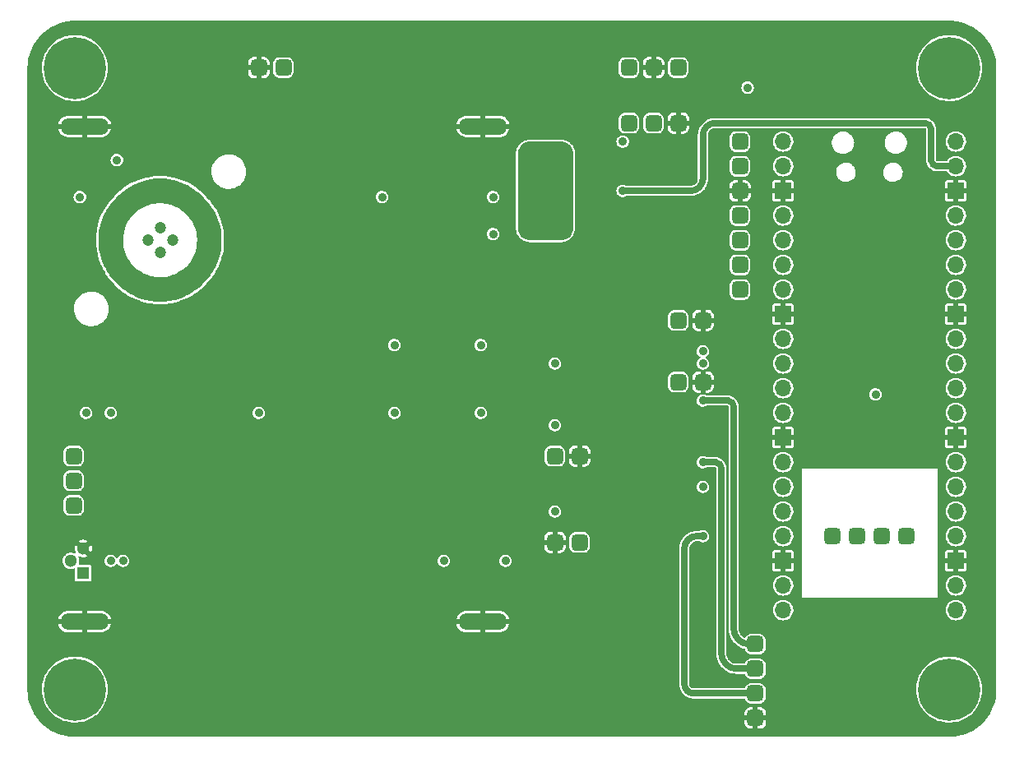
<source format=gbr>
%TF.GenerationSoftware,KiCad,Pcbnew,(6.0.0)*%
%TF.CreationDate,2022-07-12T00:59:49+05:30*%
%TF.ProjectId,Multislope 3I,4d756c74-6973-46c6-9f70-652033492e6b,rev?*%
%TF.SameCoordinates,Original*%
%TF.FileFunction,Copper,L2,Inr*%
%TF.FilePolarity,Positive*%
%FSLAX46Y46*%
G04 Gerber Fmt 4.6, Leading zero omitted, Abs format (unit mm)*
G04 Created by KiCad (PCBNEW (6.0.0)) date 2022-07-12 00:59:49*
%MOMM*%
%LPD*%
G01*
G04 APERTURE LIST*
G04 Aperture macros list*
%AMRoundRect*
0 Rectangle with rounded corners*
0 $1 Rounding radius*
0 $2 $3 $4 $5 $6 $7 $8 $9 X,Y pos of 4 corners*
0 Add a 4 corners polygon primitive as box body*
4,1,4,$2,$3,$4,$5,$6,$7,$8,$9,$2,$3,0*
0 Add four circle primitives for the rounded corners*
1,1,$1+$1,$2,$3*
1,1,$1+$1,$4,$5*
1,1,$1+$1,$6,$7*
1,1,$1+$1,$8,$9*
0 Add four rect primitives between the rounded corners*
20,1,$1+$1,$2,$3,$4,$5,0*
20,1,$1+$1,$4,$5,$6,$7,0*
20,1,$1+$1,$6,$7,$8,$9,0*
20,1,$1+$1,$8,$9,$2,$3,0*%
G04 Aperture macros list end*
%TA.AperFunction,ComponentPad*%
%ADD10RoundRect,0.425000X0.425000X-0.425000X0.425000X0.425000X-0.425000X0.425000X-0.425000X-0.425000X0*%
%TD*%
%TA.AperFunction,ComponentPad*%
%ADD11C,0.800000*%
%TD*%
%TA.AperFunction,ComponentPad*%
%ADD12C,6.400000*%
%TD*%
%TA.AperFunction,ComponentPad*%
%ADD13RoundRect,0.425000X-0.425000X0.425000X-0.425000X-0.425000X0.425000X-0.425000X0.425000X0.425000X0*%
%TD*%
%TA.AperFunction,ComponentPad*%
%ADD14O,5.000000X1.700000*%
%TD*%
%TA.AperFunction,ComponentPad*%
%ADD15R,1.300000X1.300000*%
%TD*%
%TA.AperFunction,ComponentPad*%
%ADD16C,1.300000*%
%TD*%
%TA.AperFunction,ComponentPad*%
%ADD17O,1.700000X1.700000*%
%TD*%
%TA.AperFunction,ComponentPad*%
%ADD18R,1.700000X1.700000*%
%TD*%
%TA.AperFunction,ComponentPad*%
%ADD19RoundRect,0.425000X-0.425000X-0.425000X0.425000X-0.425000X0.425000X0.425000X-0.425000X0.425000X0*%
%TD*%
%TA.AperFunction,ComponentPad*%
%ADD20C,1.200000*%
%TD*%
%TA.AperFunction,ViaPad*%
%ADD21C,0.889000*%
%TD*%
%TA.AperFunction,ViaPad*%
%ADD22C,0.800000*%
%TD*%
%TA.AperFunction,Conductor*%
%ADD23C,0.635000*%
%TD*%
G04 APERTURE END LIST*
D10*
%TO.N,/COMP*%
%TO.C,J3*%
X158115000Y-93980000D03*
%TO.N,GND*%
X160655000Y-93980000D03*
%TD*%
D11*
%TO.N,N/C*%
%TO.C,H2*%
X94302944Y-133697056D03*
X96000000Y-129600000D03*
X96000000Y-134400000D03*
D12*
X96000000Y-132000000D03*
D11*
X97697056Y-130302944D03*
X97697056Y-133697056D03*
X93600000Y-132000000D03*
X98400000Y-132000000D03*
X94302944Y-130302944D03*
%TD*%
%TO.N,N/C*%
%TO.C,H4*%
X94302944Y-69697056D03*
X93600000Y-68000000D03*
X96000000Y-70400000D03*
X94302944Y-66302944D03*
D12*
X96000000Y-68000000D03*
D11*
X97697056Y-66302944D03*
X97697056Y-69697056D03*
X96000000Y-65600000D03*
X98400000Y-68000000D03*
%TD*%
%TO.N,N/C*%
%TO.C,H3*%
X184302944Y-66302944D03*
X187697056Y-66302944D03*
X187697056Y-69697056D03*
X184302944Y-69697056D03*
X186000000Y-65600000D03*
X186000000Y-70400000D03*
D12*
X186000000Y-68000000D03*
D11*
X188400000Y-68000000D03*
X183600000Y-68000000D03*
%TD*%
D10*
%TO.N,+3V3*%
%TO.C,J15*%
X153035000Y-73660000D03*
%TO.N,+5V*%
X155575000Y-73660000D03*
%TO.N,GND*%
X158115000Y-73660000D03*
%TD*%
D13*
%TO.N,Net-(C26-Pad1)*%
%TO.C,J12*%
X181610000Y-116205000D03*
%TO.N,Net-(J12-Pad2)*%
X179070000Y-116205000D03*
%TO.N,Net-(J12-Pad3)*%
X176530000Y-116205000D03*
%TO.N,Net-(C26-Pad2)*%
X173990000Y-116205000D03*
%TD*%
D14*
%TO.N,GND*%
%TO.C,J4*%
X97000000Y-125000000D03*
%TD*%
D10*
%TO.N,/SLOPE*%
%TO.C,J14*%
X158115000Y-100330000D03*
%TO.N,GND*%
X160655000Y-100330000D03*
%TD*%
%TO.N,/INT*%
%TO.C,J1*%
X145415000Y-107950000D03*
%TO.N,GND*%
X147955000Y-107950000D03*
%TD*%
D15*
%TO.N,+3V3*%
%TO.C,U17*%
X96880000Y-120015000D03*
D16*
%TO.N,Net-(R42-Pad1)*%
X95610000Y-118745000D03*
%TO.N,GND*%
X96880000Y-117475000D03*
%TD*%
D17*
%TO.N,Net-(J2-Pad1)*%
%TO.C,U16*%
X168910000Y-75565000D03*
%TO.N,Net-(J2-Pad2)*%
X168910000Y-78105000D03*
D18*
%TO.N,GND*%
X168910000Y-80645000D03*
D17*
%TO.N,Net-(J2-Pad4)*%
X168910000Y-83185000D03*
%TO.N,Net-(J2-Pad5)*%
X168910000Y-85725000D03*
%TO.N,Net-(J2-Pad6)*%
X168910000Y-88265000D03*
%TO.N,Net-(J2-Pad7)*%
X168910000Y-90805000D03*
D18*
%TO.N,GND*%
X168910000Y-93345000D03*
D17*
%TO.N,/COMP*%
X168910000Y-95885000D03*
%TO.N,unconnected-(U16-Pad10)*%
X168910000Y-98425000D03*
%TO.N,Net-(U16-Pad11)*%
X168910000Y-100965000D03*
%TO.N,Net-(U16-Pad12)*%
X168910000Y-103505000D03*
D18*
%TO.N,GND*%
X168910000Y-106045000D03*
D17*
%TO.N,Net-(U15-Pad7)*%
X168910000Y-108585000D03*
%TO.N,Net-(U15-Pad5)*%
X168910000Y-111125000D03*
%TO.N,Net-(U15-Pad6)*%
X168910000Y-113665000D03*
%TO.N,Net-(U15-Pad1)*%
X168910000Y-116205000D03*
D18*
%TO.N,GND*%
X168910000Y-118745000D03*
D17*
%TO.N,unconnected-(U16-Pad19)*%
X168910000Y-121285000D03*
%TO.N,unconnected-(U16-Pad20)*%
X168910000Y-123825000D03*
%TO.N,unconnected-(U16-Pad21)*%
X186690000Y-123825000D03*
%TO.N,unconnected-(U16-Pad22)*%
X186690000Y-121285000D03*
D18*
%TO.N,GND*%
X186690000Y-118745000D03*
D17*
%TO.N,unconnected-(U16-Pad24)*%
X186690000Y-116205000D03*
%TO.N,unconnected-(U16-Pad25)*%
X186690000Y-113665000D03*
%TO.N,unconnected-(U16-Pad26)*%
X186690000Y-111125000D03*
%TO.N,unconnected-(U16-Pad27)*%
X186690000Y-108585000D03*
D18*
%TO.N,GND*%
X186690000Y-106045000D03*
D17*
%TO.N,unconnected-(U16-Pad29)*%
X186690000Y-103505000D03*
%TO.N,Net-(SW1-Pad2)*%
X186690000Y-100965000D03*
%TO.N,unconnected-(U16-Pad31)*%
X186690000Y-98425000D03*
%TO.N,unconnected-(U16-Pad32)*%
X186690000Y-95885000D03*
D18*
%TO.N,GND*%
X186690000Y-93345000D03*
D17*
%TO.N,unconnected-(U16-Pad34)*%
X186690000Y-90805000D03*
%TO.N,unconnected-(U16-Pad35)*%
X186690000Y-88265000D03*
%TO.N,unconnected-(U16-Pad36)*%
X186690000Y-85725000D03*
%TO.N,unconnected-(U16-Pad37)*%
X186690000Y-83185000D03*
D18*
%TO.N,GND*%
X186690000Y-80645000D03*
D17*
%TO.N,+5V*%
X186690000Y-78105000D03*
%TO.N,unconnected-(U16-Pad40)*%
X186690000Y-75565000D03*
%TD*%
D19*
%TO.N,/RAW*%
%TO.C,J11*%
X95885000Y-107950000D03*
%TO.N,/-REF*%
X95885000Y-110490000D03*
%TO.N,/+REF*%
X95885000Y-113030000D03*
%TD*%
D14*
%TO.N,GND*%
%TO.C,J9*%
X138000000Y-74000000D03*
%TD*%
D19*
%TO.N,Net-(J2-Pad1)*%
%TO.C,J2*%
X164465000Y-75565000D03*
%TO.N,Net-(J2-Pad2)*%
X164465000Y-78105000D03*
%TO.N,GND*%
X164465000Y-80645000D03*
%TO.N,Net-(J2-Pad4)*%
X164465000Y-83185000D03*
%TO.N,Net-(J2-Pad5)*%
X164465000Y-85725000D03*
%TO.N,Net-(J2-Pad6)*%
X164465000Y-88265000D03*
%TO.N,Net-(J2-Pad7)*%
X164465000Y-90805000D03*
%TD*%
D12*
%TO.N,N/C*%
%TO.C,H1*%
X186000000Y-132000000D03*
D11*
X187697056Y-133697056D03*
X184302944Y-133697056D03*
X186000000Y-129600000D03*
X187697056Y-130302944D03*
X183600000Y-132000000D03*
X186000000Y-134400000D03*
X188400000Y-132000000D03*
X184302944Y-130302944D03*
%TD*%
D14*
%TO.N,GND*%
%TO.C,J5*%
X138000000Y-125000000D03*
%TD*%
D19*
%TO.N,+15V*%
%TO.C,J10*%
X166052500Y-127317500D03*
%TO.N,-15V*%
X166052500Y-129857500D03*
%TO.N,+3V3*%
X166052500Y-132397500D03*
%TO.N,GND*%
X166052500Y-134937500D03*
%TD*%
D13*
%TO.N,+15V*%
%TO.C,J8*%
X158115000Y-67945000D03*
%TO.N,GND*%
X155575000Y-67945000D03*
%TO.N,-15V*%
X153035000Y-67945000D03*
%TD*%
D14*
%TO.N,GND*%
%TO.C,J6*%
X97000000Y-74000000D03*
%TD*%
D13*
%TO.N,/SLOPE2*%
%TO.C,J7*%
X147955000Y-116840000D03*
%TO.N,GND*%
X145415000Y-116840000D03*
%TD*%
%TO.N,Net-(J13-Pad1)*%
%TO.C,J13*%
X117475000Y-67945000D03*
%TO.N,GND*%
X114935000Y-67945000D03*
%TD*%
D20*
%TO.N,/RAW*%
%TO.C,U2*%
X104775000Y-86995000D03*
%TO.N,GND*%
X106045000Y-85725000D03*
%TO.N,+15V*%
X104775000Y-84455000D03*
%TO.N,-15V*%
X103505000Y-85725000D03*
%TD*%
D21*
%TO.N,+15V*%
X97155000Y-103505000D03*
%TO.N,GND*%
X116205000Y-103505000D03*
X160655000Y-95885000D03*
X145415000Y-106045000D03*
X111760000Y-85725000D03*
X117475000Y-118745000D03*
X149225000Y-104775000D03*
X152400000Y-78105000D03*
X152400000Y-83185000D03*
X145415000Y-97155000D03*
X139065000Y-118745000D03*
X179705000Y-101600000D03*
X148590000Y-121285000D03*
X102235000Y-118745000D03*
X136525000Y-118745000D03*
X136525000Y-103505000D03*
X123825000Y-118745000D03*
X122555000Y-114935000D03*
X99695000Y-115219000D03*
X152400000Y-111125000D03*
X104775000Y-118745000D03*
X98425000Y-103505000D03*
X152400000Y-81915000D03*
X132715000Y-93345000D03*
X137795000Y-89535000D03*
X130175000Y-103505000D03*
X131445000Y-93345000D03*
X163665000Y-70015000D03*
X135255000Y-93345000D03*
X121285000Y-103505000D03*
X145415000Y-114935000D03*
X121285000Y-118745000D03*
X152400000Y-95885000D03*
X137795000Y-107315000D03*
X133985000Y-93345000D03*
X132715000Y-118745000D03*
X125095000Y-114935000D03*
X160655000Y-112395000D03*
D22*
X128905000Y-81280000D03*
D21*
X136525000Y-96520000D03*
X160655000Y-117475000D03*
D22*
X130175000Y-96520000D03*
D21*
X137795000Y-81280000D03*
X102235000Y-96520000D03*
X152400000Y-76835000D03*
X152400000Y-113665000D03*
X175895000Y-104775000D03*
X160655000Y-103505000D03*
X102235000Y-106680000D03*
X122555000Y-118745000D03*
X149455000Y-84685000D03*
X149455000Y-79605000D03*
X145415000Y-99695000D03*
%TO.N,-15V*%
X96520000Y-81280000D03*
X139065000Y-81280000D03*
X133985000Y-118745000D03*
X160655000Y-108585000D03*
X145415000Y-104775000D03*
X145415000Y-98425000D03*
X137795000Y-103505000D03*
X145415000Y-113665000D03*
X128905000Y-96520000D03*
X100965000Y-118745000D03*
%TO.N,+15V*%
X144145000Y-79692500D03*
X145415000Y-79692500D03*
X146685000Y-84772500D03*
X144145000Y-81597500D03*
X100330000Y-77470000D03*
X144145000Y-76517500D03*
X142875000Y-76517500D03*
X160655000Y-102235000D03*
X145415000Y-76517500D03*
X127635000Y-81280000D03*
X160655000Y-97155000D03*
X144145000Y-84772500D03*
X142875000Y-81597500D03*
X146685000Y-79692500D03*
X146685000Y-81597500D03*
X145415000Y-84772500D03*
X142875000Y-79692500D03*
X146685000Y-76517500D03*
X128905000Y-103505000D03*
X137795000Y-96520000D03*
X99695000Y-103505000D03*
X142875000Y-84772500D03*
X145415000Y-81597500D03*
X140335000Y-118745000D03*
%TO.N,+3V3*%
X99695000Y-118745000D03*
X114935000Y-103505000D03*
X160655000Y-116205000D03*
X160655000Y-98425000D03*
X160655000Y-111125000D03*
X178435000Y-101600000D03*
X152400000Y-75565000D03*
X139065000Y-85090000D03*
%TO.N,+5V*%
X152400000Y-80645000D03*
%TO.N,Net-(SW1-Pad2)*%
X165265000Y-70015000D03*
%TD*%
D23*
%TO.N,-15V*%
X162560000Y-109220000D02*
X162560000Y-128270000D01*
X160655000Y-108585000D02*
X161925000Y-108585000D01*
X164147500Y-129857500D02*
X166052500Y-129857500D01*
X162560000Y-109220000D02*
G75*
G03*
X161925000Y-108585000I-634999J1D01*
G01*
X164147500Y-129857500D02*
G75*
G02*
X162560000Y-128270000I0J1587500D01*
G01*
%TO.N,+15V*%
X160655000Y-102235000D02*
X163195000Y-102235000D01*
X163830000Y-102870000D02*
X163830000Y-125730000D01*
X165417500Y-127317500D02*
X166052500Y-127317500D01*
X165417500Y-127317500D02*
G75*
G02*
X163830000Y-125730000I0J1587500D01*
G01*
X163830000Y-102870000D02*
G75*
G03*
X163195000Y-102235000I-634999J1D01*
G01*
%TO.N,+3V3*%
X158750000Y-117475000D02*
X158750000Y-131445000D01*
X159702500Y-132397500D02*
X166052500Y-132397500D01*
X160655000Y-116205000D02*
X160020000Y-116205000D01*
X158750000Y-117475000D02*
G75*
G02*
X160020000Y-116205000I1269999J1D01*
G01*
X159702500Y-132397500D02*
G75*
G02*
X158750000Y-131445000I1J952501D01*
G01*
%TO.N,+5V*%
X159385000Y-80645000D02*
X152400000Y-80645000D01*
X184785000Y-78105000D02*
X186690000Y-78105000D01*
X152400000Y-80645000D02*
X153035000Y-80645000D01*
X183515000Y-73660000D02*
X161925000Y-73660000D01*
X184150000Y-74295000D02*
X184150000Y-77470000D01*
X160655000Y-74930000D02*
X160655000Y-79375000D01*
X184150000Y-74295000D02*
G75*
G03*
X183515000Y-73660000I-634999J1D01*
G01*
X160655000Y-74930000D02*
G75*
G02*
X161925000Y-73660000I1269999J1D01*
G01*
X159385000Y-80645000D02*
G75*
G03*
X160655000Y-79375000I1J1269999D01*
G01*
X184785000Y-78105000D02*
G75*
G02*
X184150000Y-77470000I-1J634999D01*
G01*
%TD*%
%TA.AperFunction,NonConductor*%
G36*
X104982875Y-79383167D02*
G01*
X105251169Y-79393709D01*
X105261032Y-79394485D01*
X105729361Y-79449915D01*
X105739132Y-79451463D01*
X106201658Y-79543465D01*
X106211279Y-79545775D01*
X106665157Y-79673782D01*
X106674566Y-79676839D01*
X107117011Y-79840066D01*
X107126151Y-79843852D01*
X107554426Y-80041289D01*
X107563241Y-80045781D01*
X107974690Y-80276204D01*
X107983126Y-80281373D01*
X108375249Y-80543381D01*
X108383237Y-80549184D01*
X108542635Y-80674843D01*
X108753592Y-80841149D01*
X108761115Y-80847574D01*
X109109252Y-81169388D01*
X109112818Y-81172818D01*
X109327182Y-81387182D01*
X109330612Y-81390748D01*
X109652426Y-81738885D01*
X109658851Y-81746408D01*
X109791008Y-81914048D01*
X109888441Y-82037640D01*
X109950810Y-82116755D01*
X109956619Y-82124751D01*
X110068311Y-82291910D01*
X110218627Y-82516874D01*
X110223796Y-82525310D01*
X110454219Y-82936759D01*
X110458710Y-82945572D01*
X110471763Y-82973885D01*
X110656148Y-83373849D01*
X110659934Y-83382989D01*
X110823161Y-83825434D01*
X110826218Y-83834843D01*
X110954225Y-84288721D01*
X110956535Y-84298342D01*
X111048537Y-84760868D01*
X111050085Y-84770639D01*
X111105515Y-85238968D01*
X111106291Y-85248831D01*
X111113415Y-85430134D01*
X111104905Y-85480850D01*
X111077988Y-85549889D01*
X111076997Y-85557418D01*
X111058217Y-85700067D01*
X111055905Y-85717626D01*
X111074470Y-85885790D01*
X111105842Y-85971519D01*
X111113419Y-86019765D01*
X111106291Y-86201169D01*
X111105515Y-86211032D01*
X111050085Y-86679361D01*
X111048537Y-86689132D01*
X110956535Y-87151658D01*
X110954225Y-87161279D01*
X110826218Y-87615157D01*
X110823161Y-87624566D01*
X110659934Y-88067011D01*
X110656149Y-88076148D01*
X110465488Y-88489725D01*
X110458711Y-88504426D01*
X110454219Y-88513241D01*
X110223796Y-88924690D01*
X110218627Y-88933126D01*
X110162549Y-89017054D01*
X109969348Y-89306200D01*
X109956625Y-89325241D01*
X109950816Y-89333237D01*
X109884500Y-89417358D01*
X109658851Y-89703592D01*
X109652426Y-89711115D01*
X109330612Y-90059252D01*
X109327182Y-90062818D01*
X109112818Y-90277182D01*
X109109252Y-90280612D01*
X108761115Y-90602426D01*
X108753592Y-90608851D01*
X108542635Y-90775157D01*
X108383237Y-90900816D01*
X108375249Y-90906619D01*
X108067054Y-91112549D01*
X107983126Y-91168627D01*
X107974690Y-91173796D01*
X107563241Y-91404219D01*
X107554426Y-91408711D01*
X107126151Y-91606148D01*
X107117011Y-91609934D01*
X106674566Y-91773161D01*
X106665157Y-91776218D01*
X106211279Y-91904225D01*
X106201658Y-91906535D01*
X105739132Y-91998537D01*
X105729361Y-92000085D01*
X105261032Y-92055515D01*
X105251169Y-92056291D01*
X104982875Y-92066833D01*
X104779938Y-92074806D01*
X104770062Y-92074806D01*
X104567125Y-92066833D01*
X104298831Y-92056291D01*
X104288968Y-92055515D01*
X103820639Y-92000085D01*
X103810868Y-91998537D01*
X103348342Y-91906535D01*
X103338721Y-91904225D01*
X102884843Y-91776218D01*
X102875434Y-91773161D01*
X102432989Y-91609934D01*
X102423849Y-91606148D01*
X101995574Y-91408711D01*
X101986759Y-91404219D01*
X101575310Y-91173796D01*
X101566874Y-91168627D01*
X101482946Y-91112549D01*
X101174751Y-90906619D01*
X101166763Y-90900816D01*
X101007365Y-90775157D01*
X100796408Y-90608851D01*
X100788885Y-90602426D01*
X100440748Y-90280612D01*
X100437182Y-90277182D01*
X100222818Y-90062818D01*
X100219388Y-90059252D01*
X99897574Y-89711115D01*
X99891149Y-89703592D01*
X99665500Y-89417358D01*
X99599184Y-89333237D01*
X99593375Y-89325241D01*
X99580653Y-89306200D01*
X99387451Y-89017054D01*
X99331373Y-88933126D01*
X99326204Y-88924690D01*
X99095781Y-88513241D01*
X99091289Y-88504426D01*
X99084512Y-88489725D01*
X98893851Y-88076148D01*
X98890066Y-88067011D01*
X98726839Y-87624566D01*
X98723782Y-87615157D01*
X98595775Y-87161279D01*
X98593465Y-87151658D01*
X98501463Y-86689132D01*
X98499915Y-86679361D01*
X98444485Y-86211032D01*
X98443709Y-86201169D01*
X98425194Y-85729947D01*
X98425194Y-85725000D01*
X100960104Y-85725000D01*
X100960189Y-85726674D01*
X100960189Y-85726683D01*
X100969336Y-85907243D01*
X100979634Y-86110519D01*
X101038022Y-86492091D01*
X101134672Y-86865810D01*
X101135775Y-86868793D01*
X101135777Y-86868798D01*
X101243970Y-87161279D01*
X101268594Y-87227847D01*
X101438417Y-87574498D01*
X101642401Y-87902213D01*
X101644358Y-87904745D01*
X101769772Y-88067011D01*
X101878459Y-88207636D01*
X102144173Y-88487640D01*
X102146597Y-88489725D01*
X102163689Y-88504426D01*
X102436823Y-88739359D01*
X102753413Y-88960215D01*
X103090701Y-89147947D01*
X103093621Y-89149205D01*
X103093626Y-89149207D01*
X103442300Y-89299370D01*
X103442310Y-89299374D01*
X103445234Y-89300633D01*
X103813382Y-89416710D01*
X104085004Y-89472960D01*
X104188250Y-89494341D01*
X104188253Y-89494341D01*
X104191375Y-89494988D01*
X104485314Y-89525364D01*
X104572188Y-89534342D01*
X104572191Y-89534342D01*
X104575344Y-89534668D01*
X104578511Y-89534674D01*
X104578520Y-89534674D01*
X104768715Y-89535006D01*
X104961357Y-89535342D01*
X105250349Y-89506497D01*
X105342277Y-89497321D01*
X105342279Y-89497321D01*
X105345462Y-89497003D01*
X105358546Y-89494341D01*
X105720592Y-89420682D01*
X105720599Y-89420680D01*
X105723726Y-89420044D01*
X106092277Y-89305253D01*
X106197464Y-89260387D01*
X106444410Y-89155056D01*
X106444414Y-89155054D01*
X106447340Y-89153806D01*
X106450119Y-89152272D01*
X106450125Y-89152269D01*
X106782494Y-88968791D01*
X106785282Y-88967252D01*
X106793207Y-88961765D01*
X107100016Y-88749320D01*
X107100017Y-88749319D01*
X107102640Y-88747503D01*
X107396167Y-88496807D01*
X107662857Y-88217732D01*
X107899980Y-87913134D01*
X107905243Y-87904745D01*
X108103410Y-87588839D01*
X108105107Y-87586134D01*
X108276138Y-87240078D01*
X108411323Y-86878510D01*
X108509277Y-86505131D01*
X108568998Y-86123765D01*
X108569716Y-86110519D01*
X108589701Y-85741491D01*
X108589873Y-85738316D01*
X108577731Y-85480850D01*
X108571840Y-85355924D01*
X108571839Y-85355916D01*
X108571689Y-85352731D01*
X108566227Y-85316180D01*
X108528692Y-85065028D01*
X108514633Y-84970958D01*
X108419288Y-84596905D01*
X108286630Y-84234401D01*
X108118019Y-83887160D01*
X107915180Y-83558735D01*
X107780325Y-83382989D01*
X107682136Y-83255027D01*
X107682133Y-83255024D01*
X107680189Y-83252490D01*
X107415454Y-82971560D01*
X107413049Y-82969476D01*
X107413043Y-82969471D01*
X107126091Y-82720906D01*
X107123684Y-82718821D01*
X106807868Y-82496861D01*
X106471237Y-82307953D01*
X106430818Y-82290378D01*
X106323434Y-82243686D01*
X106117239Y-82154030D01*
X105942025Y-82098112D01*
X105752543Y-82037640D01*
X105752535Y-82037638D01*
X105749499Y-82036669D01*
X105636478Y-82012852D01*
X105374900Y-81957729D01*
X105374895Y-81957728D01*
X105371781Y-81957072D01*
X104987953Y-81916052D01*
X104984766Y-81916035D01*
X104984760Y-81916035D01*
X104809552Y-81915118D01*
X104601945Y-81914031D01*
X104456360Y-81928049D01*
X104220873Y-81950724D01*
X104220868Y-81950725D01*
X104217708Y-81951029D01*
X104214589Y-81951652D01*
X104214584Y-81951653D01*
X104028095Y-81988918D01*
X103839178Y-82026667D01*
X103556491Y-82113632D01*
X103473271Y-82139234D01*
X103473268Y-82139235D01*
X103470229Y-82140170D01*
X103467301Y-82141407D01*
X103467295Y-82141409D01*
X103117583Y-82289134D01*
X103117576Y-82289137D01*
X103114639Y-82290378D01*
X102776048Y-82475750D01*
X102457924Y-82694391D01*
X102455485Y-82696459D01*
X102455479Y-82696464D01*
X102165964Y-82941990D01*
X102165956Y-82941998D01*
X102163524Y-82944060D01*
X102161316Y-82946355D01*
X102161308Y-82946362D01*
X101898076Y-83219901D01*
X101895861Y-83222203D01*
X101893889Y-83224718D01*
X101776956Y-83373849D01*
X101657677Y-83525971D01*
X101451410Y-83852253D01*
X101449985Y-83855110D01*
X101449985Y-83855111D01*
X101351201Y-84053240D01*
X101279171Y-84197710D01*
X101142725Y-84558804D01*
X101043469Y-84931839D01*
X100982417Y-85312994D01*
X100982234Y-85316174D01*
X100982233Y-85316180D01*
X100977471Y-85398778D01*
X100960197Y-85698367D01*
X100960104Y-85725000D01*
X98425194Y-85725000D01*
X98425194Y-85720053D01*
X98425586Y-85710095D01*
X98439751Y-85349570D01*
X98443709Y-85248831D01*
X98444485Y-85238968D01*
X98499915Y-84770639D01*
X98501463Y-84760868D01*
X98593465Y-84298342D01*
X98595775Y-84288721D01*
X98723782Y-83834843D01*
X98726839Y-83825434D01*
X98890066Y-83382989D01*
X98893852Y-83373849D01*
X99078238Y-82973885D01*
X99091290Y-82945572D01*
X99095781Y-82936759D01*
X99326204Y-82525310D01*
X99331373Y-82516874D01*
X99481689Y-82291910D01*
X99593381Y-82124751D01*
X99599190Y-82116755D01*
X99661560Y-82037640D01*
X99758992Y-81914048D01*
X99891149Y-81746408D01*
X99897574Y-81738885D01*
X100219388Y-81390748D01*
X100222818Y-81387182D01*
X100437182Y-81172818D01*
X100440748Y-81169388D01*
X100788885Y-80847574D01*
X100796408Y-80841149D01*
X101007365Y-80674843D01*
X101166763Y-80549184D01*
X101174751Y-80543381D01*
X101566874Y-80281373D01*
X101575310Y-80276204D01*
X101986759Y-80045781D01*
X101995574Y-80041289D01*
X102423849Y-79843852D01*
X102432989Y-79840066D01*
X102875434Y-79676839D01*
X102884843Y-79673782D01*
X103338721Y-79545775D01*
X103348342Y-79543465D01*
X103810868Y-79451463D01*
X103820639Y-79449915D01*
X104288968Y-79394485D01*
X104298831Y-79393709D01*
X104567125Y-79383167D01*
X104770062Y-79375194D01*
X104779938Y-79375194D01*
X104982875Y-79383167D01*
G37*
%TD.AperFunction*%
%TA.AperFunction,Conductor*%
%TO.N,GND*%
G36*
X185991224Y-63129128D02*
G01*
X186000000Y-63131480D01*
X186007947Y-63129351D01*
X186012087Y-63129351D01*
X186023986Y-63128048D01*
X186257811Y-63138256D01*
X186422000Y-63145425D01*
X186427417Y-63145899D01*
X186692169Y-63180755D01*
X186843475Y-63200675D01*
X186848844Y-63201621D01*
X187258568Y-63292454D01*
X187263836Y-63293866D01*
X187664067Y-63420059D01*
X187669180Y-63421920D01*
X187863042Y-63502220D01*
X188056898Y-63582518D01*
X188061839Y-63584822D01*
X188434077Y-63778597D01*
X188438799Y-63781323D01*
X188792730Y-64006802D01*
X188797197Y-64009929D01*
X189130146Y-64265409D01*
X189134322Y-64268914D01*
X189443719Y-64552425D01*
X189447571Y-64556277D01*
X189705270Y-64837505D01*
X189731086Y-64865678D01*
X189734591Y-64869854D01*
X189990071Y-65202803D01*
X189993198Y-65207270D01*
X190218677Y-65561201D01*
X190221403Y-65565923D01*
X190415178Y-65938161D01*
X190417482Y-65943102D01*
X190578078Y-66330815D01*
X190579941Y-66335933D01*
X190681468Y-66657935D01*
X190706134Y-66736165D01*
X190707546Y-66741432D01*
X190798379Y-67151156D01*
X190799325Y-67156525D01*
X190810595Y-67242129D01*
X190839847Y-67464312D01*
X190854100Y-67572576D01*
X190854575Y-67578000D01*
X190856942Y-67632209D01*
X190871952Y-67976014D01*
X190870649Y-67987913D01*
X190870649Y-67992053D01*
X190868520Y-68000000D01*
X190870872Y-68008776D01*
X190873000Y-68024947D01*
X190873000Y-131975053D01*
X190870872Y-131991224D01*
X190868520Y-132000000D01*
X190870649Y-132007947D01*
X190870649Y-132012087D01*
X190871952Y-132023986D01*
X190855081Y-132410432D01*
X190854576Y-132421992D01*
X190854100Y-132427424D01*
X190799325Y-132843475D01*
X190798379Y-132848844D01*
X190707546Y-133258568D01*
X190706134Y-133263835D01*
X190647933Y-133448426D01*
X190579943Y-133664061D01*
X190578080Y-133669180D01*
X190510016Y-133833500D01*
X190417482Y-134056898D01*
X190415178Y-134061839D01*
X190221403Y-134434077D01*
X190218677Y-134438799D01*
X189993198Y-134792730D01*
X189990071Y-134797197D01*
X189734591Y-135130146D01*
X189731088Y-135134320D01*
X189470952Y-135418208D01*
X189447575Y-135443719D01*
X189443723Y-135447571D01*
X189233320Y-135640371D01*
X189134322Y-135731086D01*
X189130146Y-135734591D01*
X188797197Y-135990071D01*
X188792730Y-135993198D01*
X188438799Y-136218677D01*
X188434077Y-136221403D01*
X188061839Y-136415178D01*
X188056898Y-136417482D01*
X187863042Y-136497780D01*
X187669180Y-136578080D01*
X187664067Y-136579941D01*
X187342065Y-136681468D01*
X187263835Y-136706134D01*
X187258568Y-136707546D01*
X186848844Y-136798379D01*
X186843475Y-136799325D01*
X186692169Y-136819245D01*
X186427417Y-136854101D01*
X186422000Y-136854575D01*
X186257811Y-136861744D01*
X186023986Y-136871952D01*
X186012087Y-136870649D01*
X186007947Y-136870649D01*
X186000000Y-136868520D01*
X185991224Y-136870872D01*
X185975053Y-136873000D01*
X96024947Y-136873000D01*
X96008776Y-136870872D01*
X96000000Y-136868520D01*
X95992053Y-136870649D01*
X95987913Y-136870649D01*
X95976014Y-136871952D01*
X95742189Y-136861744D01*
X95578000Y-136854575D01*
X95572583Y-136854101D01*
X95307831Y-136819245D01*
X95156525Y-136799325D01*
X95151156Y-136798379D01*
X94741432Y-136707546D01*
X94736165Y-136706134D01*
X94657935Y-136681468D01*
X94335933Y-136579941D01*
X94330820Y-136578080D01*
X94136958Y-136497780D01*
X93943102Y-136417482D01*
X93938161Y-136415178D01*
X93565923Y-136221403D01*
X93561201Y-136218677D01*
X93207270Y-135993198D01*
X93202803Y-135990071D01*
X92869854Y-135734591D01*
X92865678Y-135731086D01*
X92766680Y-135640371D01*
X92556277Y-135447571D01*
X92552425Y-135443719D01*
X92529049Y-135418208D01*
X92526433Y-135415353D01*
X164948501Y-135415353D01*
X164948631Y-135418188D01*
X164954663Y-135483845D01*
X164955958Y-135490312D01*
X165002984Y-135640371D01*
X165006066Y-135647197D01*
X165087296Y-135781323D01*
X165091911Y-135787209D01*
X165202791Y-135898089D01*
X165208677Y-135902704D01*
X165342803Y-135983934D01*
X165349629Y-135987016D01*
X165499686Y-136034042D01*
X165506156Y-136035338D01*
X165571792Y-136041368D01*
X165574666Y-136041500D01*
X165786069Y-136041500D01*
X165794859Y-136037859D01*
X165798500Y-136029069D01*
X165798500Y-136029068D01*
X166306500Y-136029068D01*
X166310141Y-136037858D01*
X166318931Y-136041499D01*
X166530353Y-136041499D01*
X166533188Y-136041369D01*
X166598845Y-136035337D01*
X166605312Y-136034042D01*
X166755371Y-135987016D01*
X166762197Y-135983934D01*
X166896323Y-135902704D01*
X166902209Y-135898089D01*
X167013089Y-135787209D01*
X167017704Y-135781323D01*
X167098934Y-135647197D01*
X167102016Y-135640371D01*
X167149042Y-135490314D01*
X167150338Y-135483844D01*
X167156368Y-135418208D01*
X167156500Y-135415334D01*
X167156500Y-135203931D01*
X167152859Y-135195141D01*
X167144069Y-135191500D01*
X166318931Y-135191500D01*
X166310141Y-135195141D01*
X166306500Y-135203931D01*
X166306500Y-136029068D01*
X165798500Y-136029068D01*
X165798500Y-135203931D01*
X165794859Y-135195141D01*
X165786069Y-135191500D01*
X164960932Y-135191500D01*
X164952142Y-135195141D01*
X164948501Y-135203931D01*
X164948501Y-135415353D01*
X92526433Y-135415353D01*
X92268912Y-135134320D01*
X92265409Y-135130146D01*
X92009929Y-134797197D01*
X92006802Y-134792730D01*
X91781323Y-134438799D01*
X91778597Y-134434077D01*
X91584822Y-134061839D01*
X91582518Y-134056898D01*
X91489984Y-133833500D01*
X91421920Y-133669180D01*
X91420057Y-133664061D01*
X91352068Y-133448426D01*
X91293866Y-133263835D01*
X91292454Y-133258568D01*
X91201621Y-132848844D01*
X91200675Y-132843475D01*
X91145900Y-132427424D01*
X91145424Y-132421992D01*
X91144920Y-132410432D01*
X91128048Y-132023986D01*
X91129351Y-132012087D01*
X91129351Y-132007947D01*
X91131480Y-132000000D01*
X91129128Y-131991224D01*
X91128719Y-131988113D01*
X92594527Y-131988113D01*
X92613162Y-132355971D01*
X92671416Y-132719665D01*
X92768608Y-133074941D01*
X92903602Y-133417642D01*
X93074817Y-133743759D01*
X93075754Y-133745154D01*
X93075755Y-133745155D01*
X93096277Y-133775694D01*
X93280252Y-134049477D01*
X93517502Y-134331221D01*
X93518723Y-134332388D01*
X93518726Y-134332391D01*
X93782566Y-134584523D01*
X93782572Y-134584528D01*
X93783792Y-134585694D01*
X93983997Y-134739316D01*
X94071683Y-134806600D01*
X94076008Y-134809919D01*
X94077444Y-134810792D01*
X94389286Y-135000396D01*
X94389294Y-135000400D01*
X94390731Y-135001274D01*
X94724279Y-135157519D01*
X94725876Y-135158066D01*
X94725884Y-135158069D01*
X94859837Y-135203931D01*
X95072751Y-135276828D01*
X95432070Y-135357804D01*
X95708844Y-135389338D01*
X95796347Y-135399308D01*
X95796349Y-135399308D01*
X95798033Y-135399500D01*
X95799727Y-135399509D01*
X95799729Y-135399509D01*
X95944911Y-135400269D01*
X96166358Y-135401428D01*
X96532737Y-135363567D01*
X96534394Y-135363212D01*
X96534399Y-135363211D01*
X96666157Y-135334964D01*
X96892884Y-135286358D01*
X96894486Y-135285828D01*
X96894494Y-135285826D01*
X97240978Y-135171237D01*
X97240981Y-135171236D01*
X97242586Y-135170705D01*
X97577752Y-135017961D01*
X97771557Y-134902888D01*
X97893015Y-134830772D01*
X97893021Y-134830768D01*
X97894461Y-134829913D01*
X97895804Y-134828905D01*
X97895811Y-134828900D01*
X98106022Y-134671069D01*
X164948500Y-134671069D01*
X164952141Y-134679859D01*
X164960931Y-134683500D01*
X165786069Y-134683500D01*
X165794859Y-134679859D01*
X165798500Y-134671069D01*
X166306500Y-134671069D01*
X166310141Y-134679859D01*
X166318931Y-134683500D01*
X167144068Y-134683500D01*
X167152858Y-134679859D01*
X167156499Y-134671069D01*
X167156499Y-134459647D01*
X167156369Y-134456812D01*
X167150337Y-134391155D01*
X167149042Y-134384688D01*
X167102016Y-134234629D01*
X167098934Y-134227803D01*
X167017704Y-134093677D01*
X167013089Y-134087791D01*
X166902209Y-133976911D01*
X166896323Y-133972296D01*
X166762197Y-133891066D01*
X166755371Y-133887984D01*
X166605314Y-133840958D01*
X166598844Y-133839662D01*
X166533208Y-133833632D01*
X166530334Y-133833500D01*
X166318931Y-133833500D01*
X166310141Y-133837141D01*
X166306500Y-133845931D01*
X166306500Y-134671069D01*
X165798500Y-134671069D01*
X165798500Y-133845932D01*
X165794859Y-133837142D01*
X165786069Y-133833501D01*
X165574647Y-133833501D01*
X165571812Y-133833631D01*
X165506155Y-133839663D01*
X165499688Y-133840958D01*
X165349629Y-133887984D01*
X165342803Y-133891066D01*
X165208677Y-133972296D01*
X165202791Y-133976911D01*
X165091911Y-134087791D01*
X165087296Y-134093677D01*
X165006066Y-134227803D01*
X165002984Y-134234629D01*
X164955958Y-134384686D01*
X164954662Y-134391156D01*
X164948632Y-134456792D01*
X164948500Y-134459666D01*
X164948500Y-134671069D01*
X98106022Y-134671069D01*
X98187656Y-134609776D01*
X98187658Y-134609775D01*
X98189009Y-134608760D01*
X98348334Y-134459666D01*
X98456714Y-134358246D01*
X98456717Y-134358242D01*
X98457950Y-134357089D01*
X98698138Y-134077846D01*
X98906762Y-133774295D01*
X98964716Y-133666664D01*
X99080585Y-133451471D01*
X99081383Y-133449989D01*
X99093913Y-133419133D01*
X99219321Y-133110289D01*
X99219322Y-133110287D01*
X99219958Y-133108720D01*
X99229131Y-133076520D01*
X99320400Y-132756115D01*
X99320401Y-132756112D01*
X99320865Y-132754482D01*
X99326817Y-132719665D01*
X99382638Y-132393097D01*
X99382925Y-132391418D01*
X99392181Y-132240085D01*
X99405356Y-132024681D01*
X99405356Y-132024667D01*
X99405411Y-132023775D01*
X99405494Y-132000000D01*
X99386790Y-131654645D01*
X99385666Y-131633885D01*
X99385666Y-131633881D01*
X99385575Y-131632209D01*
X99326052Y-131268720D01*
X99227620Y-130913786D01*
X99227000Y-130912228D01*
X99226997Y-130912219D01*
X99092056Y-130573128D01*
X99092054Y-130573125D01*
X99091431Y-130571558D01*
X98951948Y-130308121D01*
X98919872Y-130247540D01*
X98919869Y-130247536D01*
X98919078Y-130246041D01*
X98912187Y-130235862D01*
X98715343Y-129945125D01*
X98712578Y-129941041D01*
X98474346Y-129660128D01*
X98361246Y-129552800D01*
X98208392Y-129407747D01*
X98208387Y-129407742D01*
X98207168Y-129406586D01*
X97914172Y-129183382D01*
X97598783Y-128993127D01*
X97597257Y-128992419D01*
X97597252Y-128992416D01*
X97460894Y-128929121D01*
X97264691Y-128838047D01*
X97263098Y-128837508D01*
X97263091Y-128837505D01*
X96917402Y-128720496D01*
X96917393Y-128720493D01*
X96915805Y-128719956D01*
X96556206Y-128640234D01*
X96537166Y-128638132D01*
X96191780Y-128600001D01*
X96191771Y-128600001D01*
X96190100Y-128599816D01*
X96188408Y-128599813D01*
X96188407Y-128599813D01*
X96027961Y-128599533D01*
X95821770Y-128599173D01*
X95820099Y-128599352D01*
X95820091Y-128599352D01*
X95457216Y-128638132D01*
X95457209Y-128638133D01*
X95455526Y-128638313D01*
X95095650Y-128716779D01*
X95094047Y-128717315D01*
X95094041Y-128717317D01*
X94747955Y-128833116D01*
X94747950Y-128833118D01*
X94746354Y-128833652D01*
X94702371Y-128853882D01*
X94413259Y-128986858D01*
X94413251Y-128986862D01*
X94411723Y-128987565D01*
X94410273Y-128988433D01*
X94410267Y-128988436D01*
X94308294Y-129049466D01*
X94095672Y-129176718D01*
X93801898Y-129398897D01*
X93533837Y-129651505D01*
X93532744Y-129652785D01*
X93532739Y-129652790D01*
X93440770Y-129760472D01*
X93294626Y-129931585D01*
X93087062Y-130235862D01*
X93086265Y-130237355D01*
X93086263Y-130237358D01*
X93048479Y-130308121D01*
X92913574Y-130560776D01*
X92776192Y-130902526D01*
X92676521Y-131257115D01*
X92650081Y-131415113D01*
X92624989Y-131565059D01*
X92615729Y-131620393D01*
X92615632Y-131622081D01*
X92615631Y-131622087D01*
X92595280Y-131975053D01*
X92594527Y-131988113D01*
X91128719Y-131988113D01*
X91127000Y-131975053D01*
X91127000Y-125261859D01*
X94277491Y-125261859D01*
X94300700Y-125358163D01*
X94302633Y-125363775D01*
X94387362Y-125550129D01*
X94390311Y-125555257D01*
X94508756Y-125722233D01*
X94512622Y-125726713D01*
X94660504Y-125868278D01*
X94665149Y-125871947D01*
X94837132Y-125982995D01*
X94842388Y-125985719D01*
X95032257Y-126062238D01*
X95037945Y-126063923D01*
X95239566Y-126103297D01*
X95244029Y-126103839D01*
X95246550Y-126103962D01*
X95248081Y-126104000D01*
X96733569Y-126104000D01*
X96742359Y-126100359D01*
X96746000Y-126091569D01*
X97254000Y-126091569D01*
X97257641Y-126100359D01*
X97266431Y-126104000D01*
X98701150Y-126104000D01*
X98704122Y-126103858D01*
X98856748Y-126089297D01*
X98862567Y-126088176D01*
X99058999Y-126030549D01*
X99064497Y-126028350D01*
X99246492Y-125934617D01*
X99251478Y-125931416D01*
X99412466Y-125804959D01*
X99416754Y-125800875D01*
X99550921Y-125646261D01*
X99554363Y-125641435D01*
X99656872Y-125464242D01*
X99659340Y-125458853D01*
X99726491Y-125265475D01*
X99726608Y-125264996D01*
X99725811Y-125261859D01*
X135277491Y-125261859D01*
X135300700Y-125358163D01*
X135302633Y-125363775D01*
X135387362Y-125550129D01*
X135390311Y-125555257D01*
X135508756Y-125722233D01*
X135512622Y-125726713D01*
X135660504Y-125868278D01*
X135665149Y-125871947D01*
X135837132Y-125982995D01*
X135842388Y-125985719D01*
X136032257Y-126062238D01*
X136037945Y-126063923D01*
X136239566Y-126103297D01*
X136244029Y-126103839D01*
X136246550Y-126103962D01*
X136248081Y-126104000D01*
X137733569Y-126104000D01*
X137742359Y-126100359D01*
X137746000Y-126091569D01*
X138254000Y-126091569D01*
X138257641Y-126100359D01*
X138266431Y-126104000D01*
X139701150Y-126104000D01*
X139704122Y-126103858D01*
X139856748Y-126089297D01*
X139862567Y-126088176D01*
X140058999Y-126030549D01*
X140064497Y-126028350D01*
X140246492Y-125934617D01*
X140251478Y-125931416D01*
X140412466Y-125804959D01*
X140416754Y-125800875D01*
X140550921Y-125646261D01*
X140554363Y-125641435D01*
X140656872Y-125464242D01*
X140659340Y-125458853D01*
X140726491Y-125265475D01*
X140726608Y-125264996D01*
X140724598Y-125257080D01*
X140719422Y-125254000D01*
X138266431Y-125254000D01*
X138257641Y-125257641D01*
X138254000Y-125266431D01*
X138254000Y-126091569D01*
X137746000Y-126091569D01*
X137746000Y-125266431D01*
X137742359Y-125257641D01*
X137733569Y-125254000D01*
X135288028Y-125254000D01*
X135279238Y-125257641D01*
X135277491Y-125261859D01*
X99725811Y-125261859D01*
X99724598Y-125257080D01*
X99719422Y-125254000D01*
X97266431Y-125254000D01*
X97257641Y-125257641D01*
X97254000Y-125266431D01*
X97254000Y-126091569D01*
X96746000Y-126091569D01*
X96746000Y-125266431D01*
X96742359Y-125257641D01*
X96733569Y-125254000D01*
X94288028Y-125254000D01*
X94279238Y-125257641D01*
X94277491Y-125261859D01*
X91127000Y-125261859D01*
X91127000Y-124735004D01*
X94273392Y-124735004D01*
X94275402Y-124742920D01*
X94280578Y-124746000D01*
X96733569Y-124746000D01*
X96742359Y-124742359D01*
X96746000Y-124733569D01*
X97254000Y-124733569D01*
X97257641Y-124742359D01*
X97266431Y-124746000D01*
X99711972Y-124746000D01*
X99720762Y-124742359D01*
X99722509Y-124738141D01*
X99721753Y-124735004D01*
X135273392Y-124735004D01*
X135275402Y-124742920D01*
X135280578Y-124746000D01*
X137733569Y-124746000D01*
X137742359Y-124742359D01*
X137746000Y-124733569D01*
X138254000Y-124733569D01*
X138257641Y-124742359D01*
X138266431Y-124746000D01*
X140711972Y-124746000D01*
X140720762Y-124742359D01*
X140722509Y-124738141D01*
X140699300Y-124641837D01*
X140697367Y-124636225D01*
X140612638Y-124449871D01*
X140609689Y-124444743D01*
X140491244Y-124277767D01*
X140487378Y-124273287D01*
X140339496Y-124131722D01*
X140334851Y-124128053D01*
X140162868Y-124017005D01*
X140157612Y-124014281D01*
X139967743Y-123937762D01*
X139962055Y-123936077D01*
X139760434Y-123896703D01*
X139755971Y-123896161D01*
X139753450Y-123896038D01*
X139751919Y-123896000D01*
X138266431Y-123896000D01*
X138257641Y-123899641D01*
X138254000Y-123908431D01*
X138254000Y-124733569D01*
X137746000Y-124733569D01*
X137746000Y-123908431D01*
X137742359Y-123899641D01*
X137733569Y-123896000D01*
X136298850Y-123896000D01*
X136295878Y-123896142D01*
X136143252Y-123910703D01*
X136137433Y-123911824D01*
X135941001Y-123969451D01*
X135935503Y-123971650D01*
X135753508Y-124065383D01*
X135748522Y-124068584D01*
X135587534Y-124195041D01*
X135583246Y-124199125D01*
X135449079Y-124353739D01*
X135445637Y-124358565D01*
X135343128Y-124535758D01*
X135340660Y-124541147D01*
X135273509Y-124734525D01*
X135273392Y-124735004D01*
X99721753Y-124735004D01*
X99699300Y-124641837D01*
X99697367Y-124636225D01*
X99612638Y-124449871D01*
X99609689Y-124444743D01*
X99491244Y-124277767D01*
X99487378Y-124273287D01*
X99339496Y-124131722D01*
X99334851Y-124128053D01*
X99162868Y-124017005D01*
X99157612Y-124014281D01*
X98967743Y-123937762D01*
X98962055Y-123936077D01*
X98760434Y-123896703D01*
X98755971Y-123896161D01*
X98753450Y-123896038D01*
X98751919Y-123896000D01*
X97266431Y-123896000D01*
X97257641Y-123899641D01*
X97254000Y-123908431D01*
X97254000Y-124733569D01*
X96746000Y-124733569D01*
X96746000Y-123908431D01*
X96742359Y-123899641D01*
X96733569Y-123896000D01*
X95298850Y-123896000D01*
X95295878Y-123896142D01*
X95143252Y-123910703D01*
X95137433Y-123911824D01*
X94941001Y-123969451D01*
X94935503Y-123971650D01*
X94753508Y-124065383D01*
X94748522Y-124068584D01*
X94587534Y-124195041D01*
X94583246Y-124199125D01*
X94449079Y-124353739D01*
X94445637Y-124358565D01*
X94343128Y-124535758D01*
X94340660Y-124541147D01*
X94273509Y-124734525D01*
X94273392Y-124735004D01*
X91127000Y-124735004D01*
X91127000Y-118745000D01*
X94754815Y-118745000D01*
X94773503Y-118922803D01*
X94828750Y-119092835D01*
X94830385Y-119095667D01*
X94830386Y-119095669D01*
X94916503Y-119244829D01*
X94916506Y-119244833D01*
X94918141Y-119247665D01*
X94920332Y-119250099D01*
X94920334Y-119250101D01*
X94954345Y-119287874D01*
X95037770Y-119380526D01*
X95182407Y-119485612D01*
X95345733Y-119558329D01*
X95348937Y-119559010D01*
X95517408Y-119594820D01*
X95517412Y-119594820D01*
X95520609Y-119595500D01*
X95699391Y-119595500D01*
X95702588Y-119594820D01*
X95702592Y-119594820D01*
X95871063Y-119559010D01*
X95874267Y-119558329D01*
X95941579Y-119528360D01*
X95989398Y-119527108D01*
X96024097Y-119560036D01*
X96029500Y-119585457D01*
X96029500Y-120684748D01*
X96030099Y-120687758D01*
X96030099Y-120687761D01*
X96032703Y-120700849D01*
X96041133Y-120743231D01*
X96085448Y-120809552D01*
X96090562Y-120812969D01*
X96146653Y-120850449D01*
X96146655Y-120850450D01*
X96151769Y-120853867D01*
X96157803Y-120855067D01*
X96157805Y-120855068D01*
X96207239Y-120864901D01*
X96207242Y-120864901D01*
X96210252Y-120865500D01*
X97549748Y-120865500D01*
X97552758Y-120864901D01*
X97552761Y-120864901D01*
X97602195Y-120855068D01*
X97602197Y-120855067D01*
X97608231Y-120853867D01*
X97613345Y-120850450D01*
X97613347Y-120850449D01*
X97669438Y-120812969D01*
X97674552Y-120809552D01*
X97718867Y-120743231D01*
X97727298Y-120700849D01*
X97729901Y-120687761D01*
X97729901Y-120687758D01*
X97730500Y-120684748D01*
X97730500Y-119345252D01*
X97718867Y-119286769D01*
X97710749Y-119274619D01*
X97677969Y-119225562D01*
X97674552Y-119220448D01*
X97657680Y-119209174D01*
X97613347Y-119179551D01*
X97613345Y-119179550D01*
X97608231Y-119176133D01*
X97602197Y-119174933D01*
X97602195Y-119174932D01*
X97552761Y-119165099D01*
X97552758Y-119165099D01*
X97549748Y-119164500D01*
X96453989Y-119164500D01*
X96409795Y-119146194D01*
X96391489Y-119102000D01*
X96394548Y-119082686D01*
X96445485Y-118925918D01*
X96445485Y-118925917D01*
X96446497Y-118922803D01*
X96465185Y-118745000D01*
X96464470Y-118738196D01*
X99045299Y-118738196D01*
X99062430Y-118893368D01*
X99063724Y-118896905D01*
X99063725Y-118896908D01*
X99100027Y-118996106D01*
X99116080Y-119039974D01*
X99128202Y-119058013D01*
X99200160Y-119165099D01*
X99203152Y-119169552D01*
X99205939Y-119172088D01*
X99255331Y-119217031D01*
X99318620Y-119274619D01*
X99455816Y-119349110D01*
X99459461Y-119350066D01*
X99459463Y-119350067D01*
X99603173Y-119387769D01*
X99606821Y-119388726D01*
X99690159Y-119390035D01*
X99759147Y-119391119D01*
X99759149Y-119391119D01*
X99762916Y-119391178D01*
X99915091Y-119356325D01*
X99918455Y-119354633D01*
X99918458Y-119354632D01*
X99984364Y-119321484D01*
X100054559Y-119286180D01*
X100057424Y-119283733D01*
X100057427Y-119283731D01*
X100170408Y-119187235D01*
X100173270Y-119184791D01*
X100175465Y-119181736D01*
X100175468Y-119181733D01*
X100262169Y-119061075D01*
X100262170Y-119061073D01*
X100264369Y-119058013D01*
X100271052Y-119041389D01*
X100304522Y-119007212D01*
X100352354Y-119006711D01*
X100384731Y-119036329D01*
X100384785Y-119036434D01*
X100386080Y-119039974D01*
X100388180Y-119043100D01*
X100388181Y-119043101D01*
X100470160Y-119165099D01*
X100473152Y-119169552D01*
X100475939Y-119172088D01*
X100525331Y-119217031D01*
X100588620Y-119274619D01*
X100725816Y-119349110D01*
X100729461Y-119350066D01*
X100729463Y-119350067D01*
X100873173Y-119387769D01*
X100876821Y-119388726D01*
X100960159Y-119390035D01*
X101029147Y-119391119D01*
X101029149Y-119391119D01*
X101032916Y-119391178D01*
X101185091Y-119356325D01*
X101188455Y-119354633D01*
X101188458Y-119354632D01*
X101254364Y-119321484D01*
X101324559Y-119286180D01*
X101327424Y-119283733D01*
X101327427Y-119283731D01*
X101440408Y-119187235D01*
X101443270Y-119184791D01*
X101445465Y-119181736D01*
X101445468Y-119181733D01*
X101532169Y-119061075D01*
X101532170Y-119061073D01*
X101534369Y-119058013D01*
X101587471Y-118925918D01*
X101591194Y-118916658D01*
X101591195Y-118916654D01*
X101592598Y-118913164D01*
X101614595Y-118758607D01*
X101614737Y-118745000D01*
X101613914Y-118738196D01*
X133335299Y-118738196D01*
X133352430Y-118893368D01*
X133353724Y-118896905D01*
X133353725Y-118896908D01*
X133390027Y-118996106D01*
X133406080Y-119039974D01*
X133418202Y-119058013D01*
X133490160Y-119165099D01*
X133493152Y-119169552D01*
X133495939Y-119172088D01*
X133545331Y-119217031D01*
X133608620Y-119274619D01*
X133745816Y-119349110D01*
X133749461Y-119350066D01*
X133749463Y-119350067D01*
X133893173Y-119387769D01*
X133896821Y-119388726D01*
X133980159Y-119390035D01*
X134049147Y-119391119D01*
X134049149Y-119391119D01*
X134052916Y-119391178D01*
X134205091Y-119356325D01*
X134208455Y-119354633D01*
X134208458Y-119354632D01*
X134274364Y-119321484D01*
X134344559Y-119286180D01*
X134347424Y-119283733D01*
X134347427Y-119283731D01*
X134460408Y-119187235D01*
X134463270Y-119184791D01*
X134465465Y-119181736D01*
X134465468Y-119181733D01*
X134552169Y-119061075D01*
X134552170Y-119061073D01*
X134554369Y-119058013D01*
X134607471Y-118925918D01*
X134611194Y-118916658D01*
X134611195Y-118916654D01*
X134612598Y-118913164D01*
X134634595Y-118758607D01*
X134634737Y-118745000D01*
X134633914Y-118738196D01*
X139685299Y-118738196D01*
X139702430Y-118893368D01*
X139703724Y-118896905D01*
X139703725Y-118896908D01*
X139740027Y-118996106D01*
X139756080Y-119039974D01*
X139768202Y-119058013D01*
X139840160Y-119165099D01*
X139843152Y-119169552D01*
X139845939Y-119172088D01*
X139895331Y-119217031D01*
X139958620Y-119274619D01*
X140095816Y-119349110D01*
X140099461Y-119350066D01*
X140099463Y-119350067D01*
X140243173Y-119387769D01*
X140246821Y-119388726D01*
X140330159Y-119390035D01*
X140399147Y-119391119D01*
X140399149Y-119391119D01*
X140402916Y-119391178D01*
X140555091Y-119356325D01*
X140558455Y-119354633D01*
X140558458Y-119354632D01*
X140624364Y-119321484D01*
X140694559Y-119286180D01*
X140697424Y-119283733D01*
X140697427Y-119283731D01*
X140810408Y-119187235D01*
X140813270Y-119184791D01*
X140815465Y-119181736D01*
X140815468Y-119181733D01*
X140902169Y-119061075D01*
X140902170Y-119061073D01*
X140904369Y-119058013D01*
X140957471Y-118925918D01*
X140961194Y-118916658D01*
X140961195Y-118916654D01*
X140962598Y-118913164D01*
X140984595Y-118758607D01*
X140984737Y-118745000D01*
X140965982Y-118590016D01*
X140964650Y-118586491D01*
X140964649Y-118586487D01*
X140912131Y-118447504D01*
X140910799Y-118443979D01*
X140822375Y-118315321D01*
X140705814Y-118211469D01*
X140567845Y-118138418D01*
X140416434Y-118100386D01*
X140412669Y-118100366D01*
X140412667Y-118100366D01*
X140335556Y-118099963D01*
X140260321Y-118099569D01*
X140256657Y-118100449D01*
X140256654Y-118100449D01*
X140188152Y-118116895D01*
X140108520Y-118136013D01*
X140105178Y-118137738D01*
X140105175Y-118137739D01*
X140039157Y-118171814D01*
X139969794Y-118207615D01*
X139852151Y-118310241D01*
X139762385Y-118437966D01*
X139761016Y-118441477D01*
X139761015Y-118441479D01*
X139712000Y-118567197D01*
X139705676Y-118583417D01*
X139685299Y-118738196D01*
X134633914Y-118738196D01*
X134615982Y-118590016D01*
X134614650Y-118586491D01*
X134614649Y-118586487D01*
X134562131Y-118447504D01*
X134560799Y-118443979D01*
X134472375Y-118315321D01*
X134355814Y-118211469D01*
X134217845Y-118138418D01*
X134066434Y-118100386D01*
X134062669Y-118100366D01*
X134062667Y-118100366D01*
X133985556Y-118099963D01*
X133910321Y-118099569D01*
X133906657Y-118100449D01*
X133906654Y-118100449D01*
X133838152Y-118116895D01*
X133758520Y-118136013D01*
X133755178Y-118137738D01*
X133755175Y-118137739D01*
X133689157Y-118171814D01*
X133619794Y-118207615D01*
X133502151Y-118310241D01*
X133412385Y-118437966D01*
X133411016Y-118441477D01*
X133411015Y-118441479D01*
X133362000Y-118567197D01*
X133355676Y-118583417D01*
X133335299Y-118738196D01*
X101613914Y-118738196D01*
X101595982Y-118590016D01*
X101594650Y-118586491D01*
X101594649Y-118586487D01*
X101542131Y-118447504D01*
X101540799Y-118443979D01*
X101452375Y-118315321D01*
X101335814Y-118211469D01*
X101197845Y-118138418D01*
X101046434Y-118100386D01*
X101042669Y-118100366D01*
X101042667Y-118100366D01*
X100965556Y-118099963D01*
X100890321Y-118099569D01*
X100886657Y-118100449D01*
X100886654Y-118100449D01*
X100818152Y-118116895D01*
X100738520Y-118136013D01*
X100735178Y-118137738D01*
X100735175Y-118137739D01*
X100669157Y-118171814D01*
X100599794Y-118207615D01*
X100482151Y-118310241D01*
X100392385Y-118437966D01*
X100391016Y-118441477D01*
X100391014Y-118441481D01*
X100388631Y-118447594D01*
X100355523Y-118482120D01*
X100307698Y-118483123D01*
X100275109Y-118450197D01*
X100273876Y-118450842D01*
X100272131Y-118447504D01*
X100270799Y-118443979D01*
X100182375Y-118315321D01*
X100065814Y-118211469D01*
X99927845Y-118138418D01*
X99776434Y-118100386D01*
X99772669Y-118100366D01*
X99772667Y-118100366D01*
X99695556Y-118099963D01*
X99620321Y-118099569D01*
X99616657Y-118100449D01*
X99616654Y-118100449D01*
X99548152Y-118116895D01*
X99468520Y-118136013D01*
X99465178Y-118137738D01*
X99465175Y-118137739D01*
X99399157Y-118171814D01*
X99329794Y-118207615D01*
X99212151Y-118310241D01*
X99122385Y-118437966D01*
X99121016Y-118441477D01*
X99121015Y-118441479D01*
X99072000Y-118567197D01*
X99065676Y-118583417D01*
X99045299Y-118738196D01*
X96464470Y-118738196D01*
X96446497Y-118567197D01*
X96391250Y-118397165D01*
X96389614Y-118394331D01*
X96389611Y-118394324D01*
X96370692Y-118361556D01*
X96364448Y-118314130D01*
X96393568Y-118276180D01*
X96440994Y-118269936D01*
X96450239Y-118273209D01*
X96596116Y-118338157D01*
X96602318Y-118340172D01*
X96781777Y-118378318D01*
X96788266Y-118379000D01*
X96971734Y-118379000D01*
X96978223Y-118378318D01*
X97157682Y-118340172D01*
X97163884Y-118338157D01*
X97304796Y-118275419D01*
X97311345Y-118268518D01*
X97311266Y-118265476D01*
X96520790Y-117475000D01*
X97244359Y-117475000D01*
X97248000Y-117483790D01*
X97664464Y-117900254D01*
X97673254Y-117903895D01*
X97677161Y-117902276D01*
X97708758Y-117847549D01*
X97711405Y-117841602D01*
X97768104Y-117667102D01*
X97769458Y-117660731D01*
X97788637Y-117478254D01*
X97788637Y-117471746D01*
X97772462Y-117317853D01*
X144311001Y-117317853D01*
X144311131Y-117320688D01*
X144317163Y-117386345D01*
X144318458Y-117392812D01*
X144365484Y-117542871D01*
X144368566Y-117549697D01*
X144449796Y-117683823D01*
X144454411Y-117689709D01*
X144565291Y-117800589D01*
X144571177Y-117805204D01*
X144705303Y-117886434D01*
X144712129Y-117889516D01*
X144862186Y-117936542D01*
X144868656Y-117937838D01*
X144934292Y-117943868D01*
X144937166Y-117944000D01*
X145148569Y-117944000D01*
X145157359Y-117940359D01*
X145161000Y-117931569D01*
X145161000Y-117931568D01*
X145669000Y-117931568D01*
X145672641Y-117940358D01*
X145681431Y-117943999D01*
X145892853Y-117943999D01*
X145895688Y-117943869D01*
X145961345Y-117937837D01*
X145967812Y-117936542D01*
X146117871Y-117889516D01*
X146124697Y-117886434D01*
X146258823Y-117805204D01*
X146264709Y-117800589D01*
X146375589Y-117689709D01*
X146380204Y-117683823D01*
X146461434Y-117549697D01*
X146464516Y-117542871D01*
X146511542Y-117392814D01*
X146512838Y-117386344D01*
X146518868Y-117320708D01*
X146519000Y-117317834D01*
X146519000Y-117106431D01*
X146515359Y-117097641D01*
X146506569Y-117094000D01*
X145681431Y-117094000D01*
X145672641Y-117097641D01*
X145669000Y-117106431D01*
X145669000Y-117931568D01*
X145161000Y-117931568D01*
X145161000Y-117106431D01*
X145157359Y-117097641D01*
X145148569Y-117094000D01*
X144323432Y-117094000D01*
X144314642Y-117097641D01*
X144311001Y-117106431D01*
X144311001Y-117317853D01*
X97772462Y-117317853D01*
X97769458Y-117289269D01*
X97768104Y-117282898D01*
X97711405Y-117108398D01*
X97708758Y-117102451D01*
X97679470Y-117051722D01*
X97671921Y-117045930D01*
X97667729Y-117046481D01*
X97248000Y-117466210D01*
X97244359Y-117475000D01*
X96520790Y-117475000D01*
X96095536Y-117049746D01*
X96086746Y-117046105D01*
X96082839Y-117047724D01*
X96051242Y-117102451D01*
X96048595Y-117108398D01*
X95991896Y-117282898D01*
X95990542Y-117289269D01*
X95971363Y-117471746D01*
X95971363Y-117478254D01*
X95990542Y-117660731D01*
X95991896Y-117667102D01*
X96048594Y-117841602D01*
X96051241Y-117847545D01*
X96081669Y-117900248D01*
X96087912Y-117947674D01*
X96058792Y-117985625D01*
X96011366Y-117991868D01*
X96002121Y-117988595D01*
X95995450Y-117985625D01*
X95874267Y-117931671D01*
X95858936Y-117928412D01*
X95702592Y-117895180D01*
X95702588Y-117895180D01*
X95699391Y-117894500D01*
X95520609Y-117894500D01*
X95517412Y-117895180D01*
X95517408Y-117895180D01*
X95361064Y-117928412D01*
X95345733Y-117931671D01*
X95182408Y-118004388D01*
X95179768Y-118006306D01*
X95179763Y-118006309D01*
X95050192Y-118100449D01*
X95037770Y-118109474D01*
X95035582Y-118111904D01*
X95035581Y-118111905D01*
X94947175Y-118210090D01*
X94918141Y-118242335D01*
X94916506Y-118245167D01*
X94916503Y-118245171D01*
X94830390Y-118394324D01*
X94828750Y-118397165D01*
X94773503Y-118567197D01*
X94754815Y-118745000D01*
X91127000Y-118745000D01*
X91127000Y-116681482D01*
X96448655Y-116681482D01*
X96448734Y-116684524D01*
X96871210Y-117107000D01*
X96880000Y-117110641D01*
X96888790Y-117107000D01*
X97307363Y-116688427D01*
X97311004Y-116679637D01*
X97309839Y-116676826D01*
X97163884Y-116611843D01*
X97157682Y-116609828D01*
X96987100Y-116573569D01*
X144311000Y-116573569D01*
X144314641Y-116582359D01*
X144323431Y-116586000D01*
X145148569Y-116586000D01*
X145157359Y-116582359D01*
X145161000Y-116573569D01*
X145669000Y-116573569D01*
X145672641Y-116582359D01*
X145681431Y-116586000D01*
X146506568Y-116586000D01*
X146515358Y-116582359D01*
X146518999Y-116573569D01*
X146518999Y-116362147D01*
X146518869Y-116359312D01*
X146518182Y-116351837D01*
X146904500Y-116351837D01*
X146904501Y-117328162D01*
X146907291Y-117363627D01*
X146908182Y-117366694D01*
X146949512Y-117508952D01*
X146951382Y-117515390D01*
X147031830Y-117651420D01*
X147143580Y-117763170D01*
X147279610Y-117843618D01*
X147283390Y-117844716D01*
X147283392Y-117844717D01*
X147380930Y-117873054D01*
X147431373Y-117887709D01*
X147434556Y-117887960D01*
X147434559Y-117887960D01*
X147465598Y-117890403D01*
X147465611Y-117890404D01*
X147466837Y-117890500D01*
X147954606Y-117890500D01*
X148443162Y-117890499D01*
X148456829Y-117889424D01*
X148475442Y-117887960D01*
X148475446Y-117887959D01*
X148478627Y-117887709D01*
X148529070Y-117873054D01*
X148626608Y-117844717D01*
X148626610Y-117844716D01*
X148630390Y-117843618D01*
X148766420Y-117763170D01*
X148878170Y-117651420D01*
X148958618Y-117515390D01*
X148960489Y-117508952D01*
X148970353Y-117475000D01*
X158227433Y-117475000D01*
X158227530Y-117475000D01*
X158228065Y-117479064D01*
X158231465Y-117504888D01*
X158232000Y-117513046D01*
X158232000Y-131406955D01*
X158231465Y-131415111D01*
X158227530Y-131445001D01*
X158228065Y-131449063D01*
X158228065Y-131449064D01*
X158228849Y-131455019D01*
X158229224Y-131458712D01*
X158243250Y-131654809D01*
X158243724Y-131656986D01*
X158243724Y-131656989D01*
X158280151Y-131824438D01*
X158287962Y-131860346D01*
X158288740Y-131862431D01*
X158288740Y-131862432D01*
X158348997Y-132023986D01*
X158361470Y-132057428D01*
X158462277Y-132242043D01*
X158588332Y-132410432D01*
X158737068Y-132559168D01*
X158905457Y-132685223D01*
X159090072Y-132786030D01*
X159092153Y-132786806D01*
X159092157Y-132786808D01*
X159247098Y-132844598D01*
X159287154Y-132859538D01*
X159289323Y-132860010D01*
X159289327Y-132860011D01*
X159490511Y-132903776D01*
X159490514Y-132903776D01*
X159492691Y-132904250D01*
X159617080Y-132913147D01*
X159623206Y-132913915D01*
X159626118Y-132914761D01*
X159630097Y-132915053D01*
X159635034Y-132915416D01*
X159635042Y-132915416D01*
X159636182Y-132915500D01*
X159647745Y-132915500D01*
X159652204Y-132915659D01*
X159688788Y-132918276D01*
X159692471Y-132918650D01*
X159702499Y-132919970D01*
X159712518Y-132918651D01*
X159732387Y-132916035D01*
X159740545Y-132915500D01*
X164956230Y-132915500D01*
X165000424Y-132933806D01*
X165016248Y-132960563D01*
X165048882Y-133072890D01*
X165129330Y-133208920D01*
X165241080Y-133320670D01*
X165377110Y-133401118D01*
X165380890Y-133402216D01*
X165380892Y-133402217D01*
X165428582Y-133416072D01*
X165528873Y-133445209D01*
X165532056Y-133445460D01*
X165532059Y-133445460D01*
X165563098Y-133447903D01*
X165563111Y-133447904D01*
X165564337Y-133448000D01*
X166052106Y-133448000D01*
X166540662Y-133447999D01*
X166554329Y-133446924D01*
X166572942Y-133445460D01*
X166572946Y-133445459D01*
X166576127Y-133445209D01*
X166676418Y-133416072D01*
X166724108Y-133402217D01*
X166724110Y-133402216D01*
X166727890Y-133401118D01*
X166863920Y-133320670D01*
X166975670Y-133208920D01*
X167056118Y-133072890D01*
X167100209Y-132921127D01*
X167100610Y-132916035D01*
X167102903Y-132886902D01*
X167102904Y-132886889D01*
X167103000Y-132885663D01*
X167102999Y-131988113D01*
X182594527Y-131988113D01*
X182613162Y-132355971D01*
X182671416Y-132719665D01*
X182768608Y-133074941D01*
X182903602Y-133417642D01*
X183074817Y-133743759D01*
X183075754Y-133745154D01*
X183075755Y-133745155D01*
X183096277Y-133775694D01*
X183280252Y-134049477D01*
X183517502Y-134331221D01*
X183518723Y-134332388D01*
X183518726Y-134332391D01*
X183782566Y-134584523D01*
X183782572Y-134584528D01*
X183783792Y-134585694D01*
X183983997Y-134739316D01*
X184071683Y-134806600D01*
X184076008Y-134809919D01*
X184077444Y-134810792D01*
X184389286Y-135000396D01*
X184389294Y-135000400D01*
X184390731Y-135001274D01*
X184724279Y-135157519D01*
X184725876Y-135158066D01*
X184725884Y-135158069D01*
X184859837Y-135203931D01*
X185072751Y-135276828D01*
X185432070Y-135357804D01*
X185708844Y-135389338D01*
X185796347Y-135399308D01*
X185796349Y-135399308D01*
X185798033Y-135399500D01*
X185799727Y-135399509D01*
X185799729Y-135399509D01*
X185944911Y-135400269D01*
X186166358Y-135401428D01*
X186532737Y-135363567D01*
X186534394Y-135363212D01*
X186534399Y-135363211D01*
X186666157Y-135334964D01*
X186892884Y-135286358D01*
X186894486Y-135285828D01*
X186894494Y-135285826D01*
X187240978Y-135171237D01*
X187240981Y-135171236D01*
X187242586Y-135170705D01*
X187577752Y-135017961D01*
X187771557Y-134902888D01*
X187893015Y-134830772D01*
X187893021Y-134830768D01*
X187894461Y-134829913D01*
X187895804Y-134828905D01*
X187895811Y-134828900D01*
X188187656Y-134609776D01*
X188187658Y-134609775D01*
X188189009Y-134608760D01*
X188348334Y-134459666D01*
X188456714Y-134358246D01*
X188456717Y-134358242D01*
X188457950Y-134357089D01*
X188698138Y-134077846D01*
X188906762Y-133774295D01*
X188964716Y-133666664D01*
X189080585Y-133451471D01*
X189081383Y-133449989D01*
X189093913Y-133419133D01*
X189219321Y-133110289D01*
X189219322Y-133110287D01*
X189219958Y-133108720D01*
X189229131Y-133076520D01*
X189320400Y-132756115D01*
X189320401Y-132756112D01*
X189320865Y-132754482D01*
X189326817Y-132719665D01*
X189382638Y-132393097D01*
X189382925Y-132391418D01*
X189392181Y-132240085D01*
X189405356Y-132024681D01*
X189405356Y-132024667D01*
X189405411Y-132023775D01*
X189405494Y-132000000D01*
X189386790Y-131654645D01*
X189385666Y-131633885D01*
X189385666Y-131633881D01*
X189385575Y-131632209D01*
X189326052Y-131268720D01*
X189227620Y-130913786D01*
X189227000Y-130912228D01*
X189226997Y-130912219D01*
X189092056Y-130573128D01*
X189092054Y-130573125D01*
X189091431Y-130571558D01*
X188951948Y-130308121D01*
X188919872Y-130247540D01*
X188919869Y-130247536D01*
X188919078Y-130246041D01*
X188912187Y-130235862D01*
X188715343Y-129945125D01*
X188712578Y-129941041D01*
X188474346Y-129660128D01*
X188361246Y-129552800D01*
X188208392Y-129407747D01*
X188208387Y-129407742D01*
X188207168Y-129406586D01*
X187914172Y-129183382D01*
X187598783Y-128993127D01*
X187597257Y-128992419D01*
X187597252Y-128992416D01*
X187460894Y-128929121D01*
X187264691Y-128838047D01*
X187263098Y-128837508D01*
X187263091Y-128837505D01*
X186917402Y-128720496D01*
X186917393Y-128720493D01*
X186915805Y-128719956D01*
X186556206Y-128640234D01*
X186537166Y-128638132D01*
X186191780Y-128600001D01*
X186191771Y-128600001D01*
X186190100Y-128599816D01*
X186188408Y-128599813D01*
X186188407Y-128599813D01*
X186027961Y-128599533D01*
X185821770Y-128599173D01*
X185820099Y-128599352D01*
X185820091Y-128599352D01*
X185457216Y-128638132D01*
X185457209Y-128638133D01*
X185455526Y-128638313D01*
X185095650Y-128716779D01*
X185094047Y-128717315D01*
X185094041Y-128717317D01*
X184747955Y-128833116D01*
X184747950Y-128833118D01*
X184746354Y-128833652D01*
X184702371Y-128853882D01*
X184413259Y-128986858D01*
X184413251Y-128986862D01*
X184411723Y-128987565D01*
X184410273Y-128988433D01*
X184410267Y-128988436D01*
X184308294Y-129049466D01*
X184095672Y-129176718D01*
X183801898Y-129398897D01*
X183533837Y-129651505D01*
X183532744Y-129652785D01*
X183532739Y-129652790D01*
X183440770Y-129760472D01*
X183294626Y-129931585D01*
X183087062Y-130235862D01*
X183086265Y-130237355D01*
X183086263Y-130237358D01*
X183048479Y-130308121D01*
X182913574Y-130560776D01*
X182776192Y-130902526D01*
X182676521Y-131257115D01*
X182650081Y-131415113D01*
X182624989Y-131565059D01*
X182615729Y-131620393D01*
X182615632Y-131622081D01*
X182615631Y-131622087D01*
X182595280Y-131975053D01*
X182594527Y-131988113D01*
X167102999Y-131988113D01*
X167102999Y-131909338D01*
X167100209Y-131873873D01*
X167056118Y-131722110D01*
X166975670Y-131586080D01*
X166863920Y-131474330D01*
X166727890Y-131393882D01*
X166724110Y-131392784D01*
X166724108Y-131392783D01*
X166579197Y-131350683D01*
X166579198Y-131350683D01*
X166576127Y-131349791D01*
X166572944Y-131349540D01*
X166572941Y-131349540D01*
X166541902Y-131347097D01*
X166541889Y-131347096D01*
X166540663Y-131347000D01*
X166052895Y-131347000D01*
X165564338Y-131347001D01*
X165550671Y-131348076D01*
X165532058Y-131349540D01*
X165532054Y-131349541D01*
X165528873Y-131349791D01*
X165525806Y-131350682D01*
X165380892Y-131392783D01*
X165380890Y-131392784D01*
X165377110Y-131393882D01*
X165241080Y-131474330D01*
X165129330Y-131586080D01*
X165048882Y-131722110D01*
X165047784Y-131725890D01*
X165047783Y-131725892D01*
X165016248Y-131834437D01*
X164986340Y-131871769D01*
X164956230Y-131879500D01*
X159740547Y-131879500D01*
X159732389Y-131878965D01*
X159706565Y-131875565D01*
X159702501Y-131875030D01*
X159698437Y-131875565D01*
X159693682Y-131876191D01*
X159677366Y-131876191D01*
X159598200Y-131865769D01*
X159582443Y-131861546D01*
X159492856Y-131824438D01*
X159478726Y-131816281D01*
X159401791Y-131757247D01*
X159390253Y-131745709D01*
X159331219Y-131668774D01*
X159323062Y-131654645D01*
X159285954Y-131565059D01*
X159281731Y-131549299D01*
X159271309Y-131470134D01*
X159271309Y-131453818D01*
X159271935Y-131449063D01*
X159272470Y-131444999D01*
X159268535Y-131415110D01*
X159268000Y-131406953D01*
X159268000Y-117513046D01*
X159268535Y-117504888D01*
X159271935Y-117479064D01*
X159272470Y-117475000D01*
X159270851Y-117462702D01*
X159270618Y-117448424D01*
X159277172Y-117381871D01*
X159281846Y-117334417D01*
X159284235Y-117322403D01*
X159284750Y-117320708D01*
X159323455Y-117193113D01*
X159328144Y-117181794D01*
X159391835Y-117062637D01*
X159398642Y-117052450D01*
X159399240Y-117051722D01*
X159421160Y-117025012D01*
X159484350Y-116948014D01*
X159493014Y-116939350D01*
X159597450Y-116853642D01*
X159607637Y-116846835D01*
X159726794Y-116783144D01*
X159738113Y-116778455D01*
X159752440Y-116774109D01*
X159867407Y-116739234D01*
X159879417Y-116736846D01*
X159926871Y-116732172D01*
X159993424Y-116725618D01*
X160007702Y-116725851D01*
X160020000Y-116727470D01*
X160049889Y-116723535D01*
X160058046Y-116723000D01*
X160243106Y-116723000D01*
X160278137Y-116734179D01*
X160278620Y-116734619D01*
X160415816Y-116809110D01*
X160419461Y-116810066D01*
X160419463Y-116810067D01*
X160446523Y-116817166D01*
X160566821Y-116848726D01*
X160650159Y-116850035D01*
X160719147Y-116851119D01*
X160719149Y-116851119D01*
X160722916Y-116851178D01*
X160875091Y-116816325D01*
X160878455Y-116814633D01*
X160878458Y-116814632D01*
X160959028Y-116774109D01*
X161014559Y-116746180D01*
X161017424Y-116743733D01*
X161017427Y-116743731D01*
X161130408Y-116647235D01*
X161133270Y-116644791D01*
X161135465Y-116641736D01*
X161135468Y-116641733D01*
X161222169Y-116521075D01*
X161222170Y-116521073D01*
X161224369Y-116518013D01*
X161257405Y-116435834D01*
X161281194Y-116376658D01*
X161281195Y-116376654D01*
X161282598Y-116373164D01*
X161304595Y-116218607D01*
X161304737Y-116205000D01*
X161285982Y-116050016D01*
X161284650Y-116046491D01*
X161284649Y-116046487D01*
X161232131Y-115907504D01*
X161230799Y-115903979D01*
X161142375Y-115775321D01*
X161025814Y-115671469D01*
X160887845Y-115598418D01*
X160736434Y-115560386D01*
X160732669Y-115560366D01*
X160732667Y-115560366D01*
X160655556Y-115559963D01*
X160580321Y-115559569D01*
X160576657Y-115560449D01*
X160576654Y-115560449D01*
X160508152Y-115576895D01*
X160428520Y-115596013D01*
X160425178Y-115597738D01*
X160425175Y-115597739D01*
X160293136Y-115665890D01*
X160289794Y-115667615D01*
X160285226Y-115671600D01*
X160284132Y-115672010D01*
X160283842Y-115672207D01*
X160283794Y-115672137D01*
X160244143Y-115687000D01*
X160058046Y-115687000D01*
X160049888Y-115686465D01*
X160029745Y-115683813D01*
X160020000Y-115682530D01*
X160020000Y-115682433D01*
X159764891Y-115700679D01*
X159762714Y-115701153D01*
X159762711Y-115701153D01*
X159517158Y-115754569D01*
X159517154Y-115754570D01*
X159514976Y-115755044D01*
X159512881Y-115755825D01*
X159512879Y-115755826D01*
X159379223Y-115805677D01*
X159275341Y-115844423D01*
X159050865Y-115966996D01*
X159049082Y-115968331D01*
X159049080Y-115968332D01*
X158964075Y-116031966D01*
X158846118Y-116120268D01*
X158665268Y-116301118D01*
X158663934Y-116302900D01*
X158564421Y-116435834D01*
X158511996Y-116505865D01*
X158389423Y-116730341D01*
X158388639Y-116732443D01*
X158301113Y-116967111D01*
X158300044Y-116969976D01*
X158299570Y-116972154D01*
X158299569Y-116972158D01*
X158252667Y-117187768D01*
X158245679Y-117219891D01*
X158243916Y-117244546D01*
X158233007Y-117397057D01*
X158232867Y-117398178D01*
X158232739Y-117398618D01*
X158232000Y-117408682D01*
X158232000Y-117409828D01*
X158231958Y-117410975D01*
X158231926Y-117410974D01*
X158231841Y-117413369D01*
X158227433Y-117475000D01*
X148970353Y-117475000D01*
X149001817Y-117366697D01*
X149001818Y-117366694D01*
X149002709Y-117363627D01*
X149002960Y-117360441D01*
X149005403Y-117329402D01*
X149005404Y-117329389D01*
X149005500Y-117328163D01*
X149005499Y-116351838D01*
X149002709Y-116316373D01*
X148994230Y-116287188D01*
X148959717Y-116168392D01*
X148959716Y-116168390D01*
X148958618Y-116164610D01*
X148878170Y-116028580D01*
X148766420Y-115916830D01*
X148630390Y-115836382D01*
X148626610Y-115835284D01*
X148626608Y-115835283D01*
X148505330Y-115800049D01*
X148478627Y-115792291D01*
X148475444Y-115792040D01*
X148475441Y-115792040D01*
X148444402Y-115789597D01*
X148444389Y-115789596D01*
X148443163Y-115789500D01*
X147955395Y-115789500D01*
X147466838Y-115789501D01*
X147454343Y-115790484D01*
X147434558Y-115792040D01*
X147434554Y-115792041D01*
X147431373Y-115792291D01*
X147428306Y-115793182D01*
X147283392Y-115835283D01*
X147283390Y-115835284D01*
X147279610Y-115836382D01*
X147143580Y-115916830D01*
X147031830Y-116028580D01*
X146951382Y-116164610D01*
X146950284Y-116168390D01*
X146950283Y-116168392D01*
X146935103Y-116220644D01*
X146907291Y-116316373D01*
X146907040Y-116319556D01*
X146907040Y-116319559D01*
X146904597Y-116350598D01*
X146904596Y-116350611D01*
X146904500Y-116351837D01*
X146518182Y-116351837D01*
X146512837Y-116293655D01*
X146511542Y-116287188D01*
X146464516Y-116137129D01*
X146461434Y-116130303D01*
X146380204Y-115996177D01*
X146375589Y-115990291D01*
X146264709Y-115879411D01*
X146258823Y-115874796D01*
X146124697Y-115793566D01*
X146117871Y-115790484D01*
X145967814Y-115743458D01*
X145961344Y-115742162D01*
X145895708Y-115736132D01*
X145892834Y-115736000D01*
X145681431Y-115736000D01*
X145672641Y-115739641D01*
X145669000Y-115748431D01*
X145669000Y-116573569D01*
X145161000Y-116573569D01*
X145161000Y-115748432D01*
X145157359Y-115739642D01*
X145148569Y-115736001D01*
X144937147Y-115736001D01*
X144934312Y-115736131D01*
X144868655Y-115742163D01*
X144862188Y-115743458D01*
X144712129Y-115790484D01*
X144705303Y-115793566D01*
X144571177Y-115874796D01*
X144565291Y-115879411D01*
X144454411Y-115990291D01*
X144449796Y-115996177D01*
X144368566Y-116130303D01*
X144365484Y-116137129D01*
X144318458Y-116287186D01*
X144317162Y-116293656D01*
X144311132Y-116359292D01*
X144311000Y-116362166D01*
X144311000Y-116573569D01*
X96987100Y-116573569D01*
X96978223Y-116571682D01*
X96971734Y-116571000D01*
X96788266Y-116571000D01*
X96781777Y-116571682D01*
X96602318Y-116609828D01*
X96596116Y-116611843D01*
X96455204Y-116674581D01*
X96448655Y-116681482D01*
X91127000Y-116681482D01*
X91127000Y-112541837D01*
X94834500Y-112541837D01*
X94834501Y-113518162D01*
X94837291Y-113553627D01*
X94838182Y-113556694D01*
X94878717Y-113696216D01*
X94881382Y-113705390D01*
X94961830Y-113841420D01*
X95073580Y-113953170D01*
X95209610Y-114033618D01*
X95213390Y-114034716D01*
X95213392Y-114034717D01*
X95287682Y-114056300D01*
X95361373Y-114077709D01*
X95364556Y-114077960D01*
X95364559Y-114077960D01*
X95395598Y-114080403D01*
X95395611Y-114080404D01*
X95396837Y-114080500D01*
X95884606Y-114080500D01*
X96373162Y-114080499D01*
X96386829Y-114079424D01*
X96405442Y-114077960D01*
X96405446Y-114077959D01*
X96408627Y-114077709D01*
X96482318Y-114056300D01*
X96556608Y-114034717D01*
X96556610Y-114034716D01*
X96560390Y-114033618D01*
X96696420Y-113953170D01*
X96808170Y-113841420D01*
X96888618Y-113705390D01*
X96891284Y-113696216D01*
X96902330Y-113658196D01*
X144765299Y-113658196D01*
X144782430Y-113813368D01*
X144783724Y-113816905D01*
X144783725Y-113816908D01*
X144793713Y-113844201D01*
X144836080Y-113959974D01*
X144848202Y-113978013D01*
X144917069Y-114080499D01*
X144923152Y-114089552D01*
X144925939Y-114092088D01*
X144980886Y-114142085D01*
X145038620Y-114194619D01*
X145175816Y-114269110D01*
X145179461Y-114270066D01*
X145179463Y-114270067D01*
X145206523Y-114277166D01*
X145326821Y-114308726D01*
X145410159Y-114310035D01*
X145479147Y-114311119D01*
X145479149Y-114311119D01*
X145482916Y-114311178D01*
X145635091Y-114276325D01*
X145638455Y-114274633D01*
X145638458Y-114274632D01*
X145719028Y-114234109D01*
X145774559Y-114206180D01*
X145777424Y-114203733D01*
X145777427Y-114203731D01*
X145890408Y-114107235D01*
X145893270Y-114104791D01*
X145895465Y-114101736D01*
X145895468Y-114101733D01*
X145982169Y-113981075D01*
X145982170Y-113981073D01*
X145984369Y-113978013D01*
X146017405Y-113895834D01*
X146041194Y-113836658D01*
X146041195Y-113836654D01*
X146042598Y-113833164D01*
X146064595Y-113678607D01*
X146064737Y-113665000D01*
X146045982Y-113510016D01*
X146044650Y-113506491D01*
X146044649Y-113506487D01*
X145992131Y-113367504D01*
X145990799Y-113363979D01*
X145902375Y-113235321D01*
X145785814Y-113131469D01*
X145647845Y-113058418D01*
X145496434Y-113020386D01*
X145492669Y-113020366D01*
X145492667Y-113020366D01*
X145415556Y-113019963D01*
X145340321Y-113019569D01*
X145336657Y-113020449D01*
X145336654Y-113020449D01*
X145268152Y-113036895D01*
X145188520Y-113056013D01*
X145185178Y-113057738D01*
X145185175Y-113057739D01*
X145144987Y-113078482D01*
X145049794Y-113127615D01*
X144932151Y-113230241D01*
X144842385Y-113357966D01*
X144841016Y-113361477D01*
X144841015Y-113361479D01*
X144803757Y-113457042D01*
X144785676Y-113503417D01*
X144785184Y-113507154D01*
X144766344Y-113650262D01*
X144765299Y-113658196D01*
X96902330Y-113658196D01*
X96931817Y-113556697D01*
X96931818Y-113556694D01*
X96932709Y-113553627D01*
X96932960Y-113550441D01*
X96935403Y-113519402D01*
X96935404Y-113519389D01*
X96935500Y-113518163D01*
X96935499Y-112541838D01*
X96932709Y-112506373D01*
X96888618Y-112354610D01*
X96808170Y-112218580D01*
X96696420Y-112106830D01*
X96560390Y-112026382D01*
X96556610Y-112025284D01*
X96556608Y-112025283D01*
X96411697Y-111983183D01*
X96411698Y-111983183D01*
X96408627Y-111982291D01*
X96405444Y-111982040D01*
X96405441Y-111982040D01*
X96374402Y-111979597D01*
X96374389Y-111979596D01*
X96373163Y-111979500D01*
X95885395Y-111979500D01*
X95396838Y-111979501D01*
X95383171Y-111980576D01*
X95364558Y-111982040D01*
X95364554Y-111982041D01*
X95361373Y-111982291D01*
X95358306Y-111983182D01*
X95213392Y-112025283D01*
X95213390Y-112025284D01*
X95209610Y-112026382D01*
X95073580Y-112106830D01*
X94961830Y-112218580D01*
X94881382Y-112354610D01*
X94837291Y-112506373D01*
X94837040Y-112509556D01*
X94837040Y-112509559D01*
X94834597Y-112540598D01*
X94834596Y-112540611D01*
X94834500Y-112541837D01*
X91127000Y-112541837D01*
X91127000Y-110001837D01*
X94834500Y-110001837D01*
X94834501Y-110978162D01*
X94837291Y-111013627D01*
X94838182Y-111016694D01*
X94878717Y-111156216D01*
X94881382Y-111165390D01*
X94961830Y-111301420D01*
X95073580Y-111413170D01*
X95209610Y-111493618D01*
X95213390Y-111494716D01*
X95213392Y-111494717D01*
X95287682Y-111516300D01*
X95361373Y-111537709D01*
X95364556Y-111537960D01*
X95364559Y-111537960D01*
X95395598Y-111540403D01*
X95395611Y-111540404D01*
X95396837Y-111540500D01*
X95884606Y-111540500D01*
X96373162Y-111540499D01*
X96386829Y-111539424D01*
X96405442Y-111537960D01*
X96405446Y-111537959D01*
X96408627Y-111537709D01*
X96482318Y-111516300D01*
X96556608Y-111494717D01*
X96556610Y-111494716D01*
X96560390Y-111493618D01*
X96696420Y-111413170D01*
X96808170Y-111301420D01*
X96888618Y-111165390D01*
X96891284Y-111156216D01*
X96902330Y-111118196D01*
X160005299Y-111118196D01*
X160022430Y-111273368D01*
X160023724Y-111276905D01*
X160023725Y-111276908D01*
X160033713Y-111304201D01*
X160076080Y-111419974D01*
X160088202Y-111438013D01*
X160157069Y-111540499D01*
X160163152Y-111549552D01*
X160165939Y-111552088D01*
X160220886Y-111602085D01*
X160278620Y-111654619D01*
X160415816Y-111729110D01*
X160419461Y-111730066D01*
X160419463Y-111730067D01*
X160446523Y-111737166D01*
X160566821Y-111768726D01*
X160650159Y-111770035D01*
X160719147Y-111771119D01*
X160719149Y-111771119D01*
X160722916Y-111771178D01*
X160875091Y-111736325D01*
X160878455Y-111734633D01*
X160878458Y-111734632D01*
X160959028Y-111694109D01*
X161014559Y-111666180D01*
X161017424Y-111663733D01*
X161017427Y-111663731D01*
X161130408Y-111567235D01*
X161133270Y-111564791D01*
X161135465Y-111561736D01*
X161135468Y-111561733D01*
X161222169Y-111441075D01*
X161222170Y-111441073D01*
X161224369Y-111438013D01*
X161257405Y-111355834D01*
X161281194Y-111296658D01*
X161281195Y-111296654D01*
X161282598Y-111293164D01*
X161304595Y-111138607D01*
X161304737Y-111125000D01*
X161285982Y-110970016D01*
X161284650Y-110966491D01*
X161284649Y-110966487D01*
X161232131Y-110827504D01*
X161230799Y-110823979D01*
X161142375Y-110695321D01*
X161025814Y-110591469D01*
X160887845Y-110518418D01*
X160736434Y-110480386D01*
X160732669Y-110480366D01*
X160732667Y-110480366D01*
X160655556Y-110479963D01*
X160580321Y-110479569D01*
X160576657Y-110480449D01*
X160576654Y-110480449D01*
X160508152Y-110496895D01*
X160428520Y-110516013D01*
X160425178Y-110517738D01*
X160425175Y-110517739D01*
X160384987Y-110538482D01*
X160289794Y-110587615D01*
X160172151Y-110690241D01*
X160082385Y-110817966D01*
X160081016Y-110821477D01*
X160081015Y-110821479D01*
X160043757Y-110917042D01*
X160025676Y-110963417D01*
X160025184Y-110967154D01*
X160006344Y-111110262D01*
X160005299Y-111118196D01*
X96902330Y-111118196D01*
X96931817Y-111016697D01*
X96931818Y-111016694D01*
X96932709Y-111013627D01*
X96932960Y-111010441D01*
X96935403Y-110979402D01*
X96935404Y-110979389D01*
X96935500Y-110978163D01*
X96935499Y-110001838D01*
X96932709Y-109966373D01*
X96888618Y-109814610D01*
X96808170Y-109678580D01*
X96696420Y-109566830D01*
X96560390Y-109486382D01*
X96556610Y-109485284D01*
X96556608Y-109485283D01*
X96411697Y-109443183D01*
X96411698Y-109443183D01*
X96408627Y-109442291D01*
X96405444Y-109442040D01*
X96405441Y-109442040D01*
X96374402Y-109439597D01*
X96374389Y-109439596D01*
X96373163Y-109439500D01*
X95885395Y-109439500D01*
X95396838Y-109439501D01*
X95383171Y-109440576D01*
X95364558Y-109442040D01*
X95364554Y-109442041D01*
X95361373Y-109442291D01*
X95358306Y-109443182D01*
X95213392Y-109485283D01*
X95213390Y-109485284D01*
X95209610Y-109486382D01*
X95073580Y-109566830D01*
X94961830Y-109678580D01*
X94881382Y-109814610D01*
X94837291Y-109966373D01*
X94837040Y-109969556D01*
X94837040Y-109969559D01*
X94834597Y-110000598D01*
X94834596Y-110000611D01*
X94834500Y-110001837D01*
X91127000Y-110001837D01*
X91127000Y-107461837D01*
X94834500Y-107461837D01*
X94834501Y-108438162D01*
X94837291Y-108473627D01*
X94838182Y-108476694D01*
X94878717Y-108616216D01*
X94881382Y-108625390D01*
X94961830Y-108761420D01*
X95073580Y-108873170D01*
X95209610Y-108953618D01*
X95213390Y-108954716D01*
X95213392Y-108954717D01*
X95287682Y-108976300D01*
X95361373Y-108997709D01*
X95364556Y-108997960D01*
X95364559Y-108997960D01*
X95395598Y-109000403D01*
X95395611Y-109000404D01*
X95396837Y-109000500D01*
X95884606Y-109000500D01*
X96373162Y-109000499D01*
X96386829Y-108999424D01*
X96405442Y-108997960D01*
X96405446Y-108997959D01*
X96408627Y-108997709D01*
X96482318Y-108976300D01*
X96556608Y-108954717D01*
X96556610Y-108954716D01*
X96560390Y-108953618D01*
X96696420Y-108873170D01*
X96808170Y-108761420D01*
X96888618Y-108625390D01*
X96891284Y-108616216D01*
X96931817Y-108476697D01*
X96931818Y-108476694D01*
X96932709Y-108473627D01*
X96932960Y-108470441D01*
X96935403Y-108439402D01*
X96935404Y-108439389D01*
X96935500Y-108438163D01*
X96935499Y-107461838D01*
X96935499Y-107461837D01*
X144364500Y-107461837D01*
X144364501Y-108438162D01*
X144367291Y-108473627D01*
X144368182Y-108476694D01*
X144408717Y-108616216D01*
X144411382Y-108625390D01*
X144491830Y-108761420D01*
X144603580Y-108873170D01*
X144739610Y-108953618D01*
X144743390Y-108954716D01*
X144743392Y-108954717D01*
X144817682Y-108976300D01*
X144891373Y-108997709D01*
X144894556Y-108997960D01*
X144894559Y-108997960D01*
X144925598Y-109000403D01*
X144925611Y-109000404D01*
X144926837Y-109000500D01*
X145414606Y-109000500D01*
X145903162Y-109000499D01*
X145916829Y-108999424D01*
X145935442Y-108997960D01*
X145935446Y-108997959D01*
X145938627Y-108997709D01*
X146012318Y-108976300D01*
X146086608Y-108954717D01*
X146086610Y-108954716D01*
X146090390Y-108953618D01*
X146226420Y-108873170D01*
X146338170Y-108761420D01*
X146418618Y-108625390D01*
X146421284Y-108616216D01*
X146461817Y-108476697D01*
X146461818Y-108476694D01*
X146462709Y-108473627D01*
X146462960Y-108470441D01*
X146465403Y-108439402D01*
X146465404Y-108439389D01*
X146465500Y-108438163D01*
X146465500Y-108427853D01*
X146851001Y-108427853D01*
X146851131Y-108430688D01*
X146857163Y-108496345D01*
X146858458Y-108502812D01*
X146905484Y-108652871D01*
X146908566Y-108659697D01*
X146989796Y-108793823D01*
X146994411Y-108799709D01*
X147105291Y-108910589D01*
X147111177Y-108915204D01*
X147245303Y-108996434D01*
X147252129Y-108999516D01*
X147402186Y-109046542D01*
X147408656Y-109047838D01*
X147474292Y-109053868D01*
X147477166Y-109054000D01*
X147688569Y-109054000D01*
X147697359Y-109050359D01*
X147701000Y-109041569D01*
X147701000Y-109041568D01*
X148209000Y-109041568D01*
X148212641Y-109050358D01*
X148221431Y-109053999D01*
X148432853Y-109053999D01*
X148435688Y-109053869D01*
X148501345Y-109047837D01*
X148507812Y-109046542D01*
X148657871Y-108999516D01*
X148664697Y-108996434D01*
X148798823Y-108915204D01*
X148804709Y-108910589D01*
X148915589Y-108799709D01*
X148920204Y-108793823D01*
X149001434Y-108659697D01*
X149004516Y-108652871D01*
X149027918Y-108578196D01*
X160005299Y-108578196D01*
X160022430Y-108733368D01*
X160023724Y-108736905D01*
X160023725Y-108736908D01*
X160033713Y-108764201D01*
X160076080Y-108879974D01*
X160118845Y-108943616D01*
X160157069Y-109000499D01*
X160163152Y-109009552D01*
X160278620Y-109114619D01*
X160415816Y-109189110D01*
X160419461Y-109190066D01*
X160419463Y-109190067D01*
X160547438Y-109223641D01*
X160566821Y-109228726D01*
X160650159Y-109230035D01*
X160719147Y-109231119D01*
X160719149Y-109231119D01*
X160722916Y-109231178D01*
X160875091Y-109196325D01*
X160878455Y-109194633D01*
X160878458Y-109194632D01*
X160971960Y-109147605D01*
X161014559Y-109126180D01*
X161024167Y-109117974D01*
X161064757Y-109103000D01*
X161886955Y-109103000D01*
X161895113Y-109103535D01*
X161920937Y-109106935D01*
X161925001Y-109107470D01*
X161929065Y-109106935D01*
X161933158Y-109106935D01*
X161933158Y-109107195D01*
X161948640Y-109107703D01*
X161957580Y-109109481D01*
X161980110Y-109118812D01*
X161997395Y-109130361D01*
X162014638Y-109147604D01*
X162018985Y-109154109D01*
X162026187Y-109164888D01*
X162035519Y-109187420D01*
X162037297Y-109196360D01*
X162037805Y-109211842D01*
X162038065Y-109211842D01*
X162038065Y-109215935D01*
X162037530Y-109219999D01*
X162038065Y-109224063D01*
X162041465Y-109249887D01*
X162042000Y-109258045D01*
X162042000Y-128231954D01*
X162041465Y-128240111D01*
X162037530Y-128270000D01*
X162037482Y-128270000D01*
X162038341Y-128283108D01*
X162043899Y-128367901D01*
X162055533Y-128545413D01*
X162109379Y-128816113D01*
X162110034Y-128818044D01*
X162110035Y-128818046D01*
X162187443Y-129046080D01*
X162198098Y-129077469D01*
X162320171Y-129325009D01*
X162321299Y-129326698D01*
X162321303Y-129326704D01*
X162472375Y-129552800D01*
X162473510Y-129554498D01*
X162655492Y-129762008D01*
X162863002Y-129943990D01*
X162864696Y-129945122D01*
X162864700Y-129945125D01*
X163090796Y-130096197D01*
X163090802Y-130096201D01*
X163092491Y-130097329D01*
X163340031Y-130219402D01*
X163341962Y-130220057D01*
X163341968Y-130220060D01*
X163599454Y-130307465D01*
X163601387Y-130308121D01*
X163872087Y-130361967D01*
X163874121Y-130362100D01*
X163874126Y-130362101D01*
X164135094Y-130379205D01*
X164147500Y-130380018D01*
X164147500Y-130380015D01*
X164147506Y-130380015D01*
X164147500Y-130379970D01*
X164177388Y-130376035D01*
X164185546Y-130375500D01*
X164956230Y-130375500D01*
X165000424Y-130393806D01*
X165016248Y-130420563D01*
X165048882Y-130532890D01*
X165129330Y-130668920D01*
X165241080Y-130780670D01*
X165377110Y-130861118D01*
X165380890Y-130862216D01*
X165380892Y-130862217D01*
X165486368Y-130892860D01*
X165528873Y-130905209D01*
X165532056Y-130905460D01*
X165532059Y-130905460D01*
X165563098Y-130907903D01*
X165563111Y-130907904D01*
X165564337Y-130908000D01*
X166052106Y-130908000D01*
X166540662Y-130907999D01*
X166554329Y-130906924D01*
X166572942Y-130905460D01*
X166572946Y-130905459D01*
X166576127Y-130905209D01*
X166590763Y-130900957D01*
X166724108Y-130862217D01*
X166724110Y-130862216D01*
X166727890Y-130861118D01*
X166863920Y-130780670D01*
X166975670Y-130668920D01*
X167056118Y-130532890D01*
X167100209Y-130381127D01*
X167100652Y-130375500D01*
X167102903Y-130346902D01*
X167102904Y-130346889D01*
X167103000Y-130345663D01*
X167102999Y-129369338D01*
X167100610Y-129338965D01*
X167100460Y-129337058D01*
X167100459Y-129337054D01*
X167100209Y-129333873D01*
X167056118Y-129182110D01*
X166975670Y-129046080D01*
X166863920Y-128934330D01*
X166727890Y-128853882D01*
X166724110Y-128852784D01*
X166724108Y-128852783D01*
X166604541Y-128818046D01*
X166576127Y-128809791D01*
X166572944Y-128809540D01*
X166572941Y-128809540D01*
X166541902Y-128807097D01*
X166541889Y-128807096D01*
X166540663Y-128807000D01*
X166052895Y-128807000D01*
X165564338Y-128807001D01*
X165550671Y-128808076D01*
X165532058Y-128809540D01*
X165532054Y-128809541D01*
X165528873Y-128809791D01*
X165525806Y-128810682D01*
X165380892Y-128852783D01*
X165380890Y-128852784D01*
X165377110Y-128853882D01*
X165241080Y-128934330D01*
X165129330Y-129046080D01*
X165048882Y-129182110D01*
X165047784Y-129185890D01*
X165047783Y-129185892D01*
X165016248Y-129294437D01*
X164986340Y-129331769D01*
X164956230Y-129339500D01*
X164185546Y-129339500D01*
X164177388Y-129338965D01*
X164151564Y-129335565D01*
X164147500Y-129335030D01*
X164133885Y-129336822D01*
X164120289Y-129337119D01*
X164048129Y-129330806D01*
X163967229Y-129323728D01*
X163956500Y-129321836D01*
X163831357Y-129288304D01*
X163786991Y-129276416D01*
X163776755Y-129272691D01*
X163617704Y-129198524D01*
X163608270Y-129193077D01*
X163464519Y-129092422D01*
X163456173Y-129085419D01*
X163332081Y-128961327D01*
X163325078Y-128952981D01*
X163312019Y-128934330D01*
X163257092Y-128855887D01*
X163224423Y-128809230D01*
X163218976Y-128799796D01*
X163144809Y-128640745D01*
X163141083Y-128630507D01*
X163095664Y-128461000D01*
X163093772Y-128450271D01*
X163086252Y-128364317D01*
X163080381Y-128297211D01*
X163080678Y-128283615D01*
X163082470Y-128270000D01*
X163078535Y-128240111D01*
X163078000Y-128231954D01*
X163078000Y-109258047D01*
X163078535Y-109249889D01*
X163081935Y-109224067D01*
X163081935Y-109224063D01*
X163082470Y-109220001D01*
X163082273Y-109218507D01*
X163064821Y-109019019D01*
X163063569Y-109014344D01*
X163013312Y-108826787D01*
X163013312Y-108826786D01*
X163012604Y-108824145D01*
X162927342Y-108641298D01*
X162925780Y-108639067D01*
X162925777Y-108639062D01*
X162813190Y-108478273D01*
X162811623Y-108476035D01*
X162668965Y-108333377D01*
X162651050Y-108320833D01*
X162505938Y-108219223D01*
X162505933Y-108219220D01*
X162503702Y-108217658D01*
X162320855Y-108132396D01*
X162318213Y-108131688D01*
X162128617Y-108080885D01*
X162128613Y-108080884D01*
X162125981Y-108080179D01*
X162123265Y-108079941D01*
X162123263Y-108079941D01*
X162045713Y-108073157D01*
X162015067Y-108070476D01*
X162007771Y-108069111D01*
X162007749Y-108069233D01*
X162004532Y-108068654D01*
X162001382Y-108067739D01*
X161997403Y-108067447D01*
X161992466Y-108067084D01*
X161992458Y-108067084D01*
X161991318Y-108067000D01*
X161978063Y-108067000D01*
X161972617Y-108066762D01*
X161961127Y-108065757D01*
X161926493Y-108062727D01*
X161924999Y-108062530D01*
X161920935Y-108063065D01*
X161920933Y-108063065D01*
X161895111Y-108066465D01*
X161886953Y-108067000D01*
X161066953Y-108067000D01*
X161031283Y-108055822D01*
X161028630Y-108053978D01*
X161025814Y-108051469D01*
X161018536Y-108047615D01*
X160891173Y-107980180D01*
X160891172Y-107980180D01*
X160887845Y-107978418D01*
X160736434Y-107940386D01*
X160732669Y-107940366D01*
X160732667Y-107940366D01*
X160655556Y-107939963D01*
X160580321Y-107939569D01*
X160576657Y-107940449D01*
X160576654Y-107940449D01*
X160508152Y-107956895D01*
X160428520Y-107976013D01*
X160425178Y-107977738D01*
X160425175Y-107977739D01*
X160384987Y-107998482D01*
X160289794Y-108047615D01*
X160172151Y-108150241D01*
X160082385Y-108277966D01*
X160081016Y-108281477D01*
X160081015Y-108281479D01*
X160043757Y-108377042D01*
X160025676Y-108423417D01*
X160025184Y-108427154D01*
X160006344Y-108570262D01*
X160005299Y-108578196D01*
X149027918Y-108578196D01*
X149051542Y-108502814D01*
X149052838Y-108496344D01*
X149058868Y-108430708D01*
X149059000Y-108427834D01*
X149059000Y-108216431D01*
X149055359Y-108207641D01*
X149046569Y-108204000D01*
X148221431Y-108204000D01*
X148212641Y-108207641D01*
X148209000Y-108216431D01*
X148209000Y-109041568D01*
X147701000Y-109041568D01*
X147701000Y-108216431D01*
X147697359Y-108207641D01*
X147688569Y-108204000D01*
X146863432Y-108204000D01*
X146854642Y-108207641D01*
X146851001Y-108216431D01*
X146851001Y-108427853D01*
X146465500Y-108427853D01*
X146465499Y-107683569D01*
X146851000Y-107683569D01*
X146854641Y-107692359D01*
X146863431Y-107696000D01*
X147688569Y-107696000D01*
X147697359Y-107692359D01*
X147701000Y-107683569D01*
X148209000Y-107683569D01*
X148212641Y-107692359D01*
X148221431Y-107696000D01*
X149046568Y-107696000D01*
X149055358Y-107692359D01*
X149058999Y-107683569D01*
X149058999Y-107472147D01*
X149058869Y-107469312D01*
X149052837Y-107403655D01*
X149051542Y-107397188D01*
X149004516Y-107247129D01*
X149001434Y-107240303D01*
X148920204Y-107106177D01*
X148915589Y-107100291D01*
X148804709Y-106989411D01*
X148798823Y-106984796D01*
X148664697Y-106903566D01*
X148657871Y-106900484D01*
X148507814Y-106853458D01*
X148501344Y-106852162D01*
X148435708Y-106846132D01*
X148432834Y-106846000D01*
X148221431Y-106846000D01*
X148212641Y-106849641D01*
X148209000Y-106858431D01*
X148209000Y-107683569D01*
X147701000Y-107683569D01*
X147701000Y-106858432D01*
X147697359Y-106849642D01*
X147688569Y-106846001D01*
X147477147Y-106846001D01*
X147474312Y-106846131D01*
X147408655Y-106852163D01*
X147402188Y-106853458D01*
X147252129Y-106900484D01*
X147245303Y-106903566D01*
X147111177Y-106984796D01*
X147105291Y-106989411D01*
X146994411Y-107100291D01*
X146989796Y-107106177D01*
X146908566Y-107240303D01*
X146905484Y-107247129D01*
X146858458Y-107397186D01*
X146857162Y-107403656D01*
X146851132Y-107469292D01*
X146851000Y-107472166D01*
X146851000Y-107683569D01*
X146465499Y-107683569D01*
X146465499Y-107461838D01*
X146462709Y-107426373D01*
X146454230Y-107397188D01*
X146419717Y-107278392D01*
X146419716Y-107278390D01*
X146418618Y-107274610D01*
X146338170Y-107138580D01*
X146226420Y-107026830D01*
X146090390Y-106946382D01*
X146086610Y-106945284D01*
X146086608Y-106945283D01*
X145981132Y-106914640D01*
X145938627Y-106902291D01*
X145935444Y-106902040D01*
X145935441Y-106902040D01*
X145904402Y-106899597D01*
X145904389Y-106899596D01*
X145903163Y-106899500D01*
X145415395Y-106899500D01*
X144926838Y-106899501D01*
X144914343Y-106900484D01*
X144894558Y-106902040D01*
X144894554Y-106902041D01*
X144891373Y-106902291D01*
X144888306Y-106903182D01*
X144743392Y-106945283D01*
X144743390Y-106945284D01*
X144739610Y-106946382D01*
X144603580Y-107026830D01*
X144491830Y-107138580D01*
X144411382Y-107274610D01*
X144367291Y-107426373D01*
X144367040Y-107429556D01*
X144367040Y-107429559D01*
X144364597Y-107460598D01*
X144364596Y-107460611D01*
X144364500Y-107461837D01*
X96935499Y-107461837D01*
X96932709Y-107426373D01*
X96924230Y-107397188D01*
X96889717Y-107278392D01*
X96889716Y-107278390D01*
X96888618Y-107274610D01*
X96808170Y-107138580D01*
X96696420Y-107026830D01*
X96560390Y-106946382D01*
X96556610Y-106945284D01*
X96556608Y-106945283D01*
X96451132Y-106914640D01*
X96408627Y-106902291D01*
X96405444Y-106902040D01*
X96405441Y-106902040D01*
X96374402Y-106899597D01*
X96374389Y-106899596D01*
X96373163Y-106899500D01*
X95885395Y-106899500D01*
X95396838Y-106899501D01*
X95384343Y-106900484D01*
X95364558Y-106902040D01*
X95364554Y-106902041D01*
X95361373Y-106902291D01*
X95358306Y-106903182D01*
X95213392Y-106945283D01*
X95213390Y-106945284D01*
X95209610Y-106946382D01*
X95073580Y-107026830D01*
X94961830Y-107138580D01*
X94881382Y-107274610D01*
X94837291Y-107426373D01*
X94837040Y-107429556D01*
X94837040Y-107429559D01*
X94834597Y-107460598D01*
X94834596Y-107460611D01*
X94834500Y-107461837D01*
X91127000Y-107461837D01*
X91127000Y-104768196D01*
X144765299Y-104768196D01*
X144782430Y-104923368D01*
X144783724Y-104926905D01*
X144783725Y-104926908D01*
X144793836Y-104954536D01*
X144836080Y-105069974D01*
X144923152Y-105199552D01*
X144925939Y-105202088D01*
X144980886Y-105252085D01*
X145038620Y-105304619D01*
X145175816Y-105379110D01*
X145179461Y-105380066D01*
X145179463Y-105380067D01*
X145206523Y-105387166D01*
X145326821Y-105418726D01*
X145410159Y-105420035D01*
X145479147Y-105421119D01*
X145479149Y-105421119D01*
X145482916Y-105421178D01*
X145635091Y-105386325D01*
X145638455Y-105384633D01*
X145638458Y-105384632D01*
X145704364Y-105351484D01*
X145774559Y-105316180D01*
X145777424Y-105313733D01*
X145777427Y-105313731D01*
X145890408Y-105217235D01*
X145893270Y-105214791D01*
X145895465Y-105211736D01*
X145895468Y-105211733D01*
X145982169Y-105091075D01*
X145982170Y-105091073D01*
X145984369Y-105088013D01*
X146036169Y-104959157D01*
X146041194Y-104946658D01*
X146041195Y-104946654D01*
X146042598Y-104943164D01*
X146064595Y-104788607D01*
X146064737Y-104775000D01*
X146045982Y-104620016D01*
X146044650Y-104616491D01*
X146044649Y-104616487D01*
X145992131Y-104477504D01*
X145990799Y-104473979D01*
X145902375Y-104345321D01*
X145785814Y-104241469D01*
X145647845Y-104168418D01*
X145496434Y-104130386D01*
X145492669Y-104130366D01*
X145492667Y-104130366D01*
X145415556Y-104129963D01*
X145340321Y-104129569D01*
X145336657Y-104130449D01*
X145336654Y-104130449D01*
X145268152Y-104146895D01*
X145188520Y-104166013D01*
X145185178Y-104167738D01*
X145185175Y-104167739D01*
X145119157Y-104201814D01*
X145049794Y-104237615D01*
X144932151Y-104340241D01*
X144842385Y-104467966D01*
X144841016Y-104471477D01*
X144841015Y-104471479D01*
X144806366Y-104560351D01*
X144785676Y-104613417D01*
X144765299Y-104768196D01*
X91127000Y-104768196D01*
X91127000Y-103498196D01*
X96505299Y-103498196D01*
X96522430Y-103653368D01*
X96576080Y-103799974D01*
X96663152Y-103929552D01*
X96665939Y-103932088D01*
X96720886Y-103982085D01*
X96778620Y-104034619D01*
X96915816Y-104109110D01*
X96919461Y-104110066D01*
X96919463Y-104110067D01*
X96996914Y-104130386D01*
X97066821Y-104148726D01*
X97150159Y-104150035D01*
X97219147Y-104151119D01*
X97219149Y-104151119D01*
X97222916Y-104151178D01*
X97375091Y-104116325D01*
X97378455Y-104114633D01*
X97378458Y-104114632D01*
X97459028Y-104074109D01*
X97514559Y-104046180D01*
X97517424Y-104043733D01*
X97517427Y-104043731D01*
X97630408Y-103947235D01*
X97633270Y-103944791D01*
X97635465Y-103941736D01*
X97635468Y-103941733D01*
X97722169Y-103821075D01*
X97722170Y-103821073D01*
X97724369Y-103818013D01*
X97757405Y-103735834D01*
X97781194Y-103676658D01*
X97781195Y-103676654D01*
X97782598Y-103673164D01*
X97804595Y-103518607D01*
X97804737Y-103505000D01*
X97803914Y-103498196D01*
X99045299Y-103498196D01*
X99062430Y-103653368D01*
X99116080Y-103799974D01*
X99203152Y-103929552D01*
X99205939Y-103932088D01*
X99260886Y-103982085D01*
X99318620Y-104034619D01*
X99455816Y-104109110D01*
X99459461Y-104110066D01*
X99459463Y-104110067D01*
X99536914Y-104130386D01*
X99606821Y-104148726D01*
X99690159Y-104150035D01*
X99759147Y-104151119D01*
X99759149Y-104151119D01*
X99762916Y-104151178D01*
X99915091Y-104116325D01*
X99918455Y-104114633D01*
X99918458Y-104114632D01*
X99999028Y-104074109D01*
X100054559Y-104046180D01*
X100057424Y-104043733D01*
X100057427Y-104043731D01*
X100170408Y-103947235D01*
X100173270Y-103944791D01*
X100175465Y-103941736D01*
X100175468Y-103941733D01*
X100262169Y-103821075D01*
X100262170Y-103821073D01*
X100264369Y-103818013D01*
X100297405Y-103735834D01*
X100321194Y-103676658D01*
X100321195Y-103676654D01*
X100322598Y-103673164D01*
X100344595Y-103518607D01*
X100344737Y-103505000D01*
X100343914Y-103498196D01*
X114285299Y-103498196D01*
X114302430Y-103653368D01*
X114356080Y-103799974D01*
X114443152Y-103929552D01*
X114445939Y-103932088D01*
X114500886Y-103982085D01*
X114558620Y-104034619D01*
X114695816Y-104109110D01*
X114699461Y-104110066D01*
X114699463Y-104110067D01*
X114776914Y-104130386D01*
X114846821Y-104148726D01*
X114930159Y-104150035D01*
X114999147Y-104151119D01*
X114999149Y-104151119D01*
X115002916Y-104151178D01*
X115155091Y-104116325D01*
X115158455Y-104114633D01*
X115158458Y-104114632D01*
X115239028Y-104074109D01*
X115294559Y-104046180D01*
X115297424Y-104043733D01*
X115297427Y-104043731D01*
X115410408Y-103947235D01*
X115413270Y-103944791D01*
X115415465Y-103941736D01*
X115415468Y-103941733D01*
X115502169Y-103821075D01*
X115502170Y-103821073D01*
X115504369Y-103818013D01*
X115537405Y-103735834D01*
X115561194Y-103676658D01*
X115561195Y-103676654D01*
X115562598Y-103673164D01*
X115584595Y-103518607D01*
X115584737Y-103505000D01*
X115583914Y-103498196D01*
X128255299Y-103498196D01*
X128272430Y-103653368D01*
X128326080Y-103799974D01*
X128413152Y-103929552D01*
X128415939Y-103932088D01*
X128470886Y-103982085D01*
X128528620Y-104034619D01*
X128665816Y-104109110D01*
X128669461Y-104110066D01*
X128669463Y-104110067D01*
X128746914Y-104130386D01*
X128816821Y-104148726D01*
X128900159Y-104150035D01*
X128969147Y-104151119D01*
X128969149Y-104151119D01*
X128972916Y-104151178D01*
X129125091Y-104116325D01*
X129128455Y-104114633D01*
X129128458Y-104114632D01*
X129209028Y-104074109D01*
X129264559Y-104046180D01*
X129267424Y-104043733D01*
X129267427Y-104043731D01*
X129380408Y-103947235D01*
X129383270Y-103944791D01*
X129385465Y-103941736D01*
X129385468Y-103941733D01*
X129472169Y-103821075D01*
X129472170Y-103821073D01*
X129474369Y-103818013D01*
X129507405Y-103735834D01*
X129531194Y-103676658D01*
X129531195Y-103676654D01*
X129532598Y-103673164D01*
X129554595Y-103518607D01*
X129554737Y-103505000D01*
X129553914Y-103498196D01*
X137145299Y-103498196D01*
X137162430Y-103653368D01*
X137216080Y-103799974D01*
X137303152Y-103929552D01*
X137305939Y-103932088D01*
X137360886Y-103982085D01*
X137418620Y-104034619D01*
X137555816Y-104109110D01*
X137559461Y-104110066D01*
X137559463Y-104110067D01*
X137636914Y-104130386D01*
X137706821Y-104148726D01*
X137790159Y-104150035D01*
X137859147Y-104151119D01*
X137859149Y-104151119D01*
X137862916Y-104151178D01*
X138015091Y-104116325D01*
X138018455Y-104114633D01*
X138018458Y-104114632D01*
X138099028Y-104074109D01*
X138154559Y-104046180D01*
X138157424Y-104043733D01*
X138157427Y-104043731D01*
X138270408Y-103947235D01*
X138273270Y-103944791D01*
X138275465Y-103941736D01*
X138275468Y-103941733D01*
X138362169Y-103821075D01*
X138362170Y-103821073D01*
X138364369Y-103818013D01*
X138397405Y-103735834D01*
X138421194Y-103676658D01*
X138421195Y-103676654D01*
X138422598Y-103673164D01*
X138444595Y-103518607D01*
X138444737Y-103505000D01*
X138425982Y-103350016D01*
X138424650Y-103346491D01*
X138424649Y-103346487D01*
X138372131Y-103207504D01*
X138370799Y-103203979D01*
X138282375Y-103075321D01*
X138165814Y-102971469D01*
X138027845Y-102898418D01*
X137876434Y-102860386D01*
X137872669Y-102860366D01*
X137872667Y-102860366D01*
X137795556Y-102859963D01*
X137720321Y-102859569D01*
X137716657Y-102860449D01*
X137716654Y-102860449D01*
X137676868Y-102870001D01*
X137568520Y-102896013D01*
X137565178Y-102897738D01*
X137565175Y-102897739D01*
X137524987Y-102918482D01*
X137429794Y-102967615D01*
X137312151Y-103070241D01*
X137222385Y-103197966D01*
X137221016Y-103201477D01*
X137221015Y-103201479D01*
X137183757Y-103297042D01*
X137165676Y-103343417D01*
X137165184Y-103347154D01*
X137146344Y-103490262D01*
X137145299Y-103498196D01*
X129553914Y-103498196D01*
X129535982Y-103350016D01*
X129534650Y-103346491D01*
X129534649Y-103346487D01*
X129482131Y-103207504D01*
X129480799Y-103203979D01*
X129392375Y-103075321D01*
X129275814Y-102971469D01*
X129137845Y-102898418D01*
X128986434Y-102860386D01*
X128982669Y-102860366D01*
X128982667Y-102860366D01*
X128905556Y-102859963D01*
X128830321Y-102859569D01*
X128826657Y-102860449D01*
X128826654Y-102860449D01*
X128786868Y-102870001D01*
X128678520Y-102896013D01*
X128675178Y-102897738D01*
X128675175Y-102897739D01*
X128634987Y-102918482D01*
X128539794Y-102967615D01*
X128422151Y-103070241D01*
X128332385Y-103197966D01*
X128331016Y-103201477D01*
X128331015Y-103201479D01*
X128293757Y-103297042D01*
X128275676Y-103343417D01*
X128275184Y-103347154D01*
X128256344Y-103490262D01*
X128255299Y-103498196D01*
X115583914Y-103498196D01*
X115565982Y-103350016D01*
X115564650Y-103346491D01*
X115564649Y-103346487D01*
X115512131Y-103207504D01*
X115510799Y-103203979D01*
X115422375Y-103075321D01*
X115305814Y-102971469D01*
X115167845Y-102898418D01*
X115016434Y-102860386D01*
X115012669Y-102860366D01*
X115012667Y-102860366D01*
X114935556Y-102859963D01*
X114860321Y-102859569D01*
X114856657Y-102860449D01*
X114856654Y-102860449D01*
X114816868Y-102870001D01*
X114708520Y-102896013D01*
X114705178Y-102897738D01*
X114705175Y-102897739D01*
X114664987Y-102918482D01*
X114569794Y-102967615D01*
X114452151Y-103070241D01*
X114362385Y-103197966D01*
X114361016Y-103201477D01*
X114361015Y-103201479D01*
X114323757Y-103297042D01*
X114305676Y-103343417D01*
X114305184Y-103347154D01*
X114286344Y-103490262D01*
X114285299Y-103498196D01*
X100343914Y-103498196D01*
X100325982Y-103350016D01*
X100324650Y-103346491D01*
X100324649Y-103346487D01*
X100272131Y-103207504D01*
X100270799Y-103203979D01*
X100182375Y-103075321D01*
X100065814Y-102971469D01*
X99927845Y-102898418D01*
X99776434Y-102860386D01*
X99772669Y-102860366D01*
X99772667Y-102860366D01*
X99695556Y-102859963D01*
X99620321Y-102859569D01*
X99616657Y-102860449D01*
X99616654Y-102860449D01*
X99576868Y-102870001D01*
X99468520Y-102896013D01*
X99465178Y-102897738D01*
X99465175Y-102897739D01*
X99424987Y-102918482D01*
X99329794Y-102967615D01*
X99212151Y-103070241D01*
X99122385Y-103197966D01*
X99121016Y-103201477D01*
X99121015Y-103201479D01*
X99083757Y-103297042D01*
X99065676Y-103343417D01*
X99065184Y-103347154D01*
X99046344Y-103490262D01*
X99045299Y-103498196D01*
X97803914Y-103498196D01*
X97785982Y-103350016D01*
X97784650Y-103346491D01*
X97784649Y-103346487D01*
X97732131Y-103207504D01*
X97730799Y-103203979D01*
X97642375Y-103075321D01*
X97525814Y-102971469D01*
X97387845Y-102898418D01*
X97236434Y-102860386D01*
X97232669Y-102860366D01*
X97232667Y-102860366D01*
X97155556Y-102859963D01*
X97080321Y-102859569D01*
X97076657Y-102860449D01*
X97076654Y-102860449D01*
X97036868Y-102870001D01*
X96928520Y-102896013D01*
X96925178Y-102897738D01*
X96925175Y-102897739D01*
X96884987Y-102918482D01*
X96789794Y-102967615D01*
X96672151Y-103070241D01*
X96582385Y-103197966D01*
X96581016Y-103201477D01*
X96581015Y-103201479D01*
X96543757Y-103297042D01*
X96525676Y-103343417D01*
X96525184Y-103347154D01*
X96506344Y-103490262D01*
X96505299Y-103498196D01*
X91127000Y-103498196D01*
X91127000Y-102228196D01*
X160005299Y-102228196D01*
X160022430Y-102383368D01*
X160023724Y-102386905D01*
X160023725Y-102386908D01*
X160053759Y-102468978D01*
X160076080Y-102529974D01*
X160163152Y-102659552D01*
X160278620Y-102764619D01*
X160415816Y-102839110D01*
X160419461Y-102840066D01*
X160419463Y-102840067D01*
X160549047Y-102874063D01*
X160566821Y-102878726D01*
X160650159Y-102880035D01*
X160719147Y-102881119D01*
X160719149Y-102881119D01*
X160722916Y-102881178D01*
X160875091Y-102846325D01*
X160878455Y-102844633D01*
X160878458Y-102844632D01*
X160971960Y-102797605D01*
X161014559Y-102776180D01*
X161024167Y-102767974D01*
X161064757Y-102753000D01*
X163156955Y-102753000D01*
X163165113Y-102753535D01*
X163190937Y-102756935D01*
X163195001Y-102757470D01*
X163199065Y-102756935D01*
X163203158Y-102756935D01*
X163203158Y-102757195D01*
X163218640Y-102757703D01*
X163227580Y-102759481D01*
X163250110Y-102768812D01*
X163267395Y-102780361D01*
X163284639Y-102797605D01*
X163296187Y-102814888D01*
X163305519Y-102837420D01*
X163307297Y-102846360D01*
X163307805Y-102861842D01*
X163308065Y-102861842D01*
X163308065Y-102865935D01*
X163307530Y-102869999D01*
X163308065Y-102874063D01*
X163311465Y-102899887D01*
X163312000Y-102908045D01*
X163312000Y-125691954D01*
X163311465Y-125700111D01*
X163307530Y-125730000D01*
X163307482Y-125730000D01*
X163308341Y-125743108D01*
X163324064Y-125982995D01*
X163325533Y-126005413D01*
X163379379Y-126276113D01*
X163380034Y-126278044D01*
X163380035Y-126278046D01*
X163457443Y-126506080D01*
X163468098Y-126537469D01*
X163590171Y-126785009D01*
X163591299Y-126786698D01*
X163591303Y-126786704D01*
X163620619Y-126830578D01*
X163743510Y-127014498D01*
X163925492Y-127222008D01*
X164133002Y-127403990D01*
X164134696Y-127405122D01*
X164134700Y-127405125D01*
X164360796Y-127556197D01*
X164360802Y-127556201D01*
X164362491Y-127557329D01*
X164610031Y-127679402D01*
X164611962Y-127680057D01*
X164611968Y-127680060D01*
X164869454Y-127767465D01*
X164871387Y-127768121D01*
X164951053Y-127783968D01*
X164954674Y-127784688D01*
X164994448Y-127811264D01*
X165002600Y-127835052D01*
X165003967Y-127834802D01*
X165004540Y-127837941D01*
X165004791Y-127841127D01*
X165048882Y-127992890D01*
X165129330Y-128128920D01*
X165241080Y-128240670D01*
X165377110Y-128321118D01*
X165380890Y-128322216D01*
X165380892Y-128322217D01*
X165486368Y-128352860D01*
X165528873Y-128365209D01*
X165532056Y-128365460D01*
X165532059Y-128365460D01*
X165563098Y-128367903D01*
X165563111Y-128367904D01*
X165564337Y-128368000D01*
X166052106Y-128368000D01*
X166540662Y-128367999D01*
X166554329Y-128366924D01*
X166572942Y-128365460D01*
X166572946Y-128365459D01*
X166576127Y-128365209D01*
X166579197Y-128364317D01*
X166724108Y-128322217D01*
X166724110Y-128322216D01*
X166727890Y-128321118D01*
X166863920Y-128240670D01*
X166975670Y-128128920D01*
X167056118Y-127992890D01*
X167100209Y-127841127D01*
X167100707Y-127834802D01*
X167102903Y-127806902D01*
X167102904Y-127806889D01*
X167103000Y-127805663D01*
X167102999Y-126829338D01*
X167100209Y-126793873D01*
X167079548Y-126722757D01*
X167057217Y-126645892D01*
X167057216Y-126645890D01*
X167056118Y-126642110D01*
X166975670Y-126506080D01*
X166863920Y-126394330D01*
X166727890Y-126313882D01*
X166724110Y-126312784D01*
X166724108Y-126312783D01*
X166604541Y-126278046D01*
X166576127Y-126269791D01*
X166572944Y-126269540D01*
X166572941Y-126269540D01*
X166541902Y-126267097D01*
X166541889Y-126267096D01*
X166540663Y-126267000D01*
X166052895Y-126267000D01*
X165564338Y-126267001D01*
X165550671Y-126268076D01*
X165532058Y-126269540D01*
X165532054Y-126269541D01*
X165528873Y-126269791D01*
X165525806Y-126270682D01*
X165380892Y-126312783D01*
X165380890Y-126312784D01*
X165377110Y-126313882D01*
X165241080Y-126394330D01*
X165129330Y-126506080D01*
X165048882Y-126642110D01*
X165045795Y-126652734D01*
X165015889Y-126690064D01*
X164968342Y-126695315D01*
X164959368Y-126691941D01*
X164887705Y-126658524D01*
X164878270Y-126653077D01*
X164734519Y-126552422D01*
X164726173Y-126545419D01*
X164602081Y-126421327D01*
X164595078Y-126412981D01*
X164582019Y-126394330D01*
X164527092Y-126315887D01*
X164494423Y-126269230D01*
X164488976Y-126259796D01*
X164414809Y-126100745D01*
X164411083Y-126090507D01*
X164410459Y-126088176D01*
X164382275Y-125982995D01*
X164365664Y-125921000D01*
X164363772Y-125910271D01*
X164350381Y-125757215D01*
X164350678Y-125743615D01*
X164352470Y-125730000D01*
X164348535Y-125700111D01*
X164348000Y-125691954D01*
X164348000Y-123810262D01*
X167854520Y-123810262D01*
X167855758Y-123825000D01*
X167867888Y-123969451D01*
X167871759Y-124015553D01*
X167928544Y-124213586D01*
X168022712Y-124396818D01*
X168024603Y-124399204D01*
X168024605Y-124399207D01*
X168053598Y-124435787D01*
X168150677Y-124558270D01*
X168307564Y-124691791D01*
X168487398Y-124792297D01*
X168490302Y-124793241D01*
X168490303Y-124793241D01*
X168680416Y-124855013D01*
X168680421Y-124855014D01*
X168683329Y-124855959D01*
X168686370Y-124856322D01*
X168686372Y-124856322D01*
X168748442Y-124863723D01*
X168887894Y-124880351D01*
X168890936Y-124880117D01*
X168890939Y-124880117D01*
X169090249Y-124864781D01*
X169090251Y-124864781D01*
X169093300Y-124864546D01*
X169291725Y-124809145D01*
X169294448Y-124807770D01*
X169294452Y-124807768D01*
X169472890Y-124717632D01*
X169475610Y-124716258D01*
X169478008Y-124714385D01*
X169478012Y-124714382D01*
X169578048Y-124636225D01*
X169637951Y-124589424D01*
X169666910Y-124555875D01*
X169690980Y-124527989D01*
X169772564Y-124433472D01*
X169874323Y-124254344D01*
X169939351Y-124058863D01*
X169944452Y-124018489D01*
X169964951Y-123856216D01*
X169964951Y-123856215D01*
X169965171Y-123854474D01*
X169965583Y-123825000D01*
X169965414Y-123823280D01*
X169965414Y-123823271D01*
X169964138Y-123810262D01*
X185634520Y-123810262D01*
X185635758Y-123825000D01*
X185647888Y-123969451D01*
X185651759Y-124015553D01*
X185708544Y-124213586D01*
X185802712Y-124396818D01*
X185804603Y-124399204D01*
X185804605Y-124399207D01*
X185833598Y-124435787D01*
X185930677Y-124558270D01*
X186087564Y-124691791D01*
X186267398Y-124792297D01*
X186270302Y-124793241D01*
X186270303Y-124793241D01*
X186460416Y-124855013D01*
X186460421Y-124855014D01*
X186463329Y-124855959D01*
X186466370Y-124856322D01*
X186466372Y-124856322D01*
X186528442Y-124863723D01*
X186667894Y-124880351D01*
X186670936Y-124880117D01*
X186670939Y-124880117D01*
X186870249Y-124864781D01*
X186870251Y-124864781D01*
X186873300Y-124864546D01*
X187071725Y-124809145D01*
X187074448Y-124807770D01*
X187074452Y-124807768D01*
X187252890Y-124717632D01*
X187255610Y-124716258D01*
X187258008Y-124714385D01*
X187258012Y-124714382D01*
X187358048Y-124636225D01*
X187417951Y-124589424D01*
X187446910Y-124555875D01*
X187470980Y-124527989D01*
X187552564Y-124433472D01*
X187654323Y-124254344D01*
X187719351Y-124058863D01*
X187724452Y-124018489D01*
X187744951Y-123856216D01*
X187744951Y-123856215D01*
X187745171Y-123854474D01*
X187745583Y-123825000D01*
X187745414Y-123823280D01*
X187745414Y-123823271D01*
X187725778Y-123623010D01*
X187725480Y-123619970D01*
X187665935Y-123422749D01*
X187569218Y-123240849D01*
X187439011Y-123081200D01*
X187280275Y-122949882D01*
X187099055Y-122851897D01*
X187044143Y-122834899D01*
X186905169Y-122791879D01*
X186905166Y-122791878D01*
X186902254Y-122790977D01*
X186899221Y-122790658D01*
X186899220Y-122790658D01*
X186846660Y-122785134D01*
X186697369Y-122769443D01*
X186694336Y-122769719D01*
X186694332Y-122769719D01*
X186581436Y-122779993D01*
X186492203Y-122788114D01*
X186489270Y-122788977D01*
X186489266Y-122788978D01*
X186339005Y-122833203D01*
X186294572Y-122846280D01*
X186112002Y-122941726D01*
X185951447Y-123070815D01*
X185819024Y-123228630D01*
X185719776Y-123409162D01*
X185657484Y-123605532D01*
X185657143Y-123608570D01*
X185657143Y-123608571D01*
X185655524Y-123623010D01*
X185634520Y-123810262D01*
X169964138Y-123810262D01*
X169945778Y-123623010D01*
X169945480Y-123619970D01*
X169885935Y-123422749D01*
X169789218Y-123240849D01*
X169659011Y-123081200D01*
X169500275Y-122949882D01*
X169319055Y-122851897D01*
X169264143Y-122834899D01*
X169125169Y-122791879D01*
X169125166Y-122791878D01*
X169122254Y-122790977D01*
X169119221Y-122790658D01*
X169119220Y-122790658D01*
X169066660Y-122785134D01*
X168917369Y-122769443D01*
X168914336Y-122769719D01*
X168914332Y-122769719D01*
X168801436Y-122779993D01*
X168712203Y-122788114D01*
X168709270Y-122788977D01*
X168709266Y-122788978D01*
X168559005Y-122833203D01*
X168514572Y-122846280D01*
X168332002Y-122941726D01*
X168171447Y-123070815D01*
X168039024Y-123228630D01*
X167939776Y-123409162D01*
X167877484Y-123605532D01*
X167877143Y-123608570D01*
X167877143Y-123608571D01*
X167875524Y-123623010D01*
X167854520Y-123810262D01*
X164348000Y-123810262D01*
X164348000Y-122555000D01*
X170815000Y-122555000D01*
X184785000Y-122555000D01*
X184785000Y-121270262D01*
X185634520Y-121270262D01*
X185651759Y-121475553D01*
X185708544Y-121673586D01*
X185802712Y-121856818D01*
X185804603Y-121859204D01*
X185804605Y-121859207D01*
X185833598Y-121895787D01*
X185930677Y-122018270D01*
X186087564Y-122151791D01*
X186267398Y-122252297D01*
X186270302Y-122253241D01*
X186270303Y-122253241D01*
X186460416Y-122315013D01*
X186460421Y-122315014D01*
X186463329Y-122315959D01*
X186466370Y-122316322D01*
X186466372Y-122316322D01*
X186528442Y-122323723D01*
X186667894Y-122340351D01*
X186670936Y-122340117D01*
X186670939Y-122340117D01*
X186870249Y-122324781D01*
X186870251Y-122324781D01*
X186873300Y-122324546D01*
X187071725Y-122269145D01*
X187074448Y-122267770D01*
X187074452Y-122267768D01*
X187252890Y-122177632D01*
X187255610Y-122176258D01*
X187258008Y-122174385D01*
X187258012Y-122174382D01*
X187343014Y-122107971D01*
X187417951Y-122049424D01*
X187446910Y-122015875D01*
X187470980Y-121987989D01*
X187552564Y-121893472D01*
X187654323Y-121714344D01*
X187719351Y-121518863D01*
X187724452Y-121478489D01*
X187744951Y-121316216D01*
X187744951Y-121316215D01*
X187745171Y-121314474D01*
X187745583Y-121285000D01*
X187745414Y-121283280D01*
X187745414Y-121283271D01*
X187725778Y-121083010D01*
X187725480Y-121079970D01*
X187665935Y-120882749D01*
X187591753Y-120743231D01*
X187570653Y-120703547D01*
X187570651Y-120703544D01*
X187569218Y-120700849D01*
X187439011Y-120541200D01*
X187280275Y-120409882D01*
X187099055Y-120311897D01*
X187044143Y-120294899D01*
X186905169Y-120251879D01*
X186905166Y-120251878D01*
X186902254Y-120250977D01*
X186899221Y-120250658D01*
X186899220Y-120250658D01*
X186846660Y-120245134D01*
X186697369Y-120229443D01*
X186694336Y-120229719D01*
X186694332Y-120229719D01*
X186581436Y-120239993D01*
X186492203Y-120248114D01*
X186489270Y-120248977D01*
X186489266Y-120248978D01*
X186339005Y-120293203D01*
X186294572Y-120306280D01*
X186112002Y-120401726D01*
X185951447Y-120530815D01*
X185819024Y-120688630D01*
X185758446Y-120798822D01*
X185730064Y-120850449D01*
X185719776Y-120869162D01*
X185657484Y-121065532D01*
X185657143Y-121068570D01*
X185657143Y-121068571D01*
X185655524Y-121083010D01*
X185634520Y-121270262D01*
X184785000Y-121270262D01*
X184785000Y-119616945D01*
X185586001Y-119616945D01*
X185586600Y-119623030D01*
X185599536Y-119688068D01*
X185604157Y-119699224D01*
X185653457Y-119773007D01*
X185661993Y-119781543D01*
X185735775Y-119830843D01*
X185746933Y-119835464D01*
X185811970Y-119848401D01*
X185818054Y-119849000D01*
X186423569Y-119849000D01*
X186432359Y-119845359D01*
X186436000Y-119836569D01*
X186436000Y-119836568D01*
X186944000Y-119836568D01*
X186947641Y-119845358D01*
X186956431Y-119848999D01*
X187561945Y-119848999D01*
X187568030Y-119848400D01*
X187633068Y-119835464D01*
X187644224Y-119830843D01*
X187718007Y-119781543D01*
X187726543Y-119773007D01*
X187775843Y-119699225D01*
X187780464Y-119688067D01*
X187793401Y-119623030D01*
X187794000Y-119616946D01*
X187794000Y-119011431D01*
X187790359Y-119002641D01*
X187781569Y-118999000D01*
X186956431Y-118999000D01*
X186947641Y-119002641D01*
X186944000Y-119011431D01*
X186944000Y-119836568D01*
X186436000Y-119836568D01*
X186436000Y-119011431D01*
X186432359Y-119002641D01*
X186423569Y-118999000D01*
X185598432Y-118999000D01*
X185589642Y-119002641D01*
X185586001Y-119011431D01*
X185586001Y-119616945D01*
X184785000Y-119616945D01*
X184785000Y-118478569D01*
X185586000Y-118478569D01*
X185589641Y-118487359D01*
X185598431Y-118491000D01*
X186423569Y-118491000D01*
X186432359Y-118487359D01*
X186436000Y-118478569D01*
X186944000Y-118478569D01*
X186947641Y-118487359D01*
X186956431Y-118491000D01*
X187781568Y-118491000D01*
X187790358Y-118487359D01*
X187793999Y-118478569D01*
X187793999Y-117873055D01*
X187793400Y-117866970D01*
X187780464Y-117801932D01*
X187775843Y-117790776D01*
X187726543Y-117716993D01*
X187718007Y-117708457D01*
X187644225Y-117659157D01*
X187633067Y-117654536D01*
X187568030Y-117641599D01*
X187561946Y-117641000D01*
X186956431Y-117641000D01*
X186947641Y-117644641D01*
X186944000Y-117653431D01*
X186944000Y-118478569D01*
X186436000Y-118478569D01*
X186436000Y-117653432D01*
X186432359Y-117644642D01*
X186423569Y-117641001D01*
X185818055Y-117641001D01*
X185811970Y-117641600D01*
X185746932Y-117654536D01*
X185735776Y-117659157D01*
X185661993Y-117708457D01*
X185653457Y-117716993D01*
X185604157Y-117790775D01*
X185599536Y-117801933D01*
X185586599Y-117866970D01*
X185586000Y-117873054D01*
X185586000Y-118478569D01*
X184785000Y-118478569D01*
X184785000Y-116190262D01*
X185634520Y-116190262D01*
X185635758Y-116205000D01*
X185649566Y-116369433D01*
X185651759Y-116395553D01*
X185652601Y-116398489D01*
X185702068Y-116571000D01*
X185708544Y-116593586D01*
X185802712Y-116776818D01*
X185804603Y-116779204D01*
X185804605Y-116779207D01*
X185858947Y-116847769D01*
X185930677Y-116938270D01*
X185933007Y-116940253D01*
X186070433Y-117057211D01*
X186087564Y-117071791D01*
X186267398Y-117172297D01*
X186270302Y-117173241D01*
X186270303Y-117173241D01*
X186460416Y-117235013D01*
X186460421Y-117235014D01*
X186463329Y-117235959D01*
X186466370Y-117236322D01*
X186466372Y-117236322D01*
X186528442Y-117243723D01*
X186667894Y-117260351D01*
X186670936Y-117260117D01*
X186670939Y-117260117D01*
X186870249Y-117244781D01*
X186870251Y-117244781D01*
X186873300Y-117244546D01*
X187071725Y-117189145D01*
X187074448Y-117187770D01*
X187074452Y-117187768D01*
X187252890Y-117097632D01*
X187255610Y-117096258D01*
X187258008Y-117094385D01*
X187258012Y-117094382D01*
X187343014Y-117027971D01*
X187417951Y-116969424D01*
X187436432Y-116948014D01*
X187520743Y-116850337D01*
X187552564Y-116813472D01*
X187648388Y-116644791D01*
X187652811Y-116637006D01*
X187652812Y-116637004D01*
X187654323Y-116634344D01*
X187719351Y-116438863D01*
X187724452Y-116398489D01*
X187744951Y-116236216D01*
X187744951Y-116236215D01*
X187745171Y-116234474D01*
X187745365Y-116220644D01*
X187745559Y-116206739D01*
X187745559Y-116206733D01*
X187745583Y-116205000D01*
X187745414Y-116203280D01*
X187745414Y-116203271D01*
X187725778Y-116003010D01*
X187725480Y-115999970D01*
X187665935Y-115802749D01*
X187602014Y-115682530D01*
X187570653Y-115623547D01*
X187570651Y-115623544D01*
X187569218Y-115620849D01*
X187439011Y-115461200D01*
X187280275Y-115329882D01*
X187099055Y-115231897D01*
X187044143Y-115214899D01*
X186905169Y-115171879D01*
X186905166Y-115171878D01*
X186902254Y-115170977D01*
X186899221Y-115170658D01*
X186899220Y-115170658D01*
X186846660Y-115165134D01*
X186697369Y-115149443D01*
X186694336Y-115149719D01*
X186694332Y-115149719D01*
X186581436Y-115159993D01*
X186492203Y-115168114D01*
X186489270Y-115168977D01*
X186489266Y-115168978D01*
X186339005Y-115213203D01*
X186294572Y-115226280D01*
X186112002Y-115321726D01*
X185951447Y-115450815D01*
X185819024Y-115608630D01*
X185775940Y-115687000D01*
X185738103Y-115755826D01*
X185719776Y-115789162D01*
X185657484Y-115985532D01*
X185657143Y-115988570D01*
X185657143Y-115988571D01*
X185637778Y-116161220D01*
X185634520Y-116190262D01*
X184785000Y-116190262D01*
X184785000Y-113650262D01*
X185634520Y-113650262D01*
X185635758Y-113665000D01*
X185650806Y-113844201D01*
X185651759Y-113855553D01*
X185708544Y-114053586D01*
X185802712Y-114236818D01*
X185804603Y-114239204D01*
X185804605Y-114239207D01*
X185834691Y-114277166D01*
X185930677Y-114398270D01*
X186087564Y-114531791D01*
X186267398Y-114632297D01*
X186270302Y-114633241D01*
X186270303Y-114633241D01*
X186460416Y-114695013D01*
X186460421Y-114695014D01*
X186463329Y-114695959D01*
X186466370Y-114696322D01*
X186466372Y-114696322D01*
X186528442Y-114703723D01*
X186667894Y-114720351D01*
X186670936Y-114720117D01*
X186670939Y-114720117D01*
X186870249Y-114704781D01*
X186870251Y-114704781D01*
X186873300Y-114704546D01*
X187071725Y-114649145D01*
X187074448Y-114647770D01*
X187074452Y-114647768D01*
X187252890Y-114557632D01*
X187255610Y-114556258D01*
X187258008Y-114554385D01*
X187258012Y-114554382D01*
X187343014Y-114487971D01*
X187417951Y-114429424D01*
X187446910Y-114395875D01*
X187520743Y-114310337D01*
X187552564Y-114273472D01*
X187648388Y-114104791D01*
X187652811Y-114097006D01*
X187652812Y-114097004D01*
X187654323Y-114094344D01*
X187719351Y-113898863D01*
X187724452Y-113858489D01*
X187744951Y-113696216D01*
X187744951Y-113696215D01*
X187745171Y-113694474D01*
X187745365Y-113680644D01*
X187745559Y-113666739D01*
X187745559Y-113666733D01*
X187745583Y-113665000D01*
X187745414Y-113663280D01*
X187745414Y-113663271D01*
X187725778Y-113463010D01*
X187725480Y-113459970D01*
X187665935Y-113262749D01*
X187569218Y-113080849D01*
X187439011Y-112921200D01*
X187280275Y-112789882D01*
X187099055Y-112691897D01*
X187044143Y-112674899D01*
X186905169Y-112631879D01*
X186905166Y-112631878D01*
X186902254Y-112630977D01*
X186899221Y-112630658D01*
X186899220Y-112630658D01*
X186846660Y-112625134D01*
X186697369Y-112609443D01*
X186694336Y-112609719D01*
X186694332Y-112609719D01*
X186581436Y-112619993D01*
X186492203Y-112628114D01*
X186489270Y-112628977D01*
X186489266Y-112628978D01*
X186339005Y-112673203D01*
X186294572Y-112686280D01*
X186112002Y-112781726D01*
X185951447Y-112910815D01*
X185819024Y-113068630D01*
X185719776Y-113249162D01*
X185657484Y-113445532D01*
X185657143Y-113448570D01*
X185657143Y-113448571D01*
X185645717Y-113550442D01*
X185634520Y-113650262D01*
X184785000Y-113650262D01*
X184785000Y-111110262D01*
X185634520Y-111110262D01*
X185635758Y-111125000D01*
X185650806Y-111304201D01*
X185651759Y-111315553D01*
X185708544Y-111513586D01*
X185802712Y-111696818D01*
X185804603Y-111699204D01*
X185804605Y-111699207D01*
X185834691Y-111737166D01*
X185930677Y-111858270D01*
X185933007Y-111860253D01*
X186077450Y-111983183D01*
X186087564Y-111991791D01*
X186267398Y-112092297D01*
X186270302Y-112093241D01*
X186270303Y-112093241D01*
X186460416Y-112155013D01*
X186460421Y-112155014D01*
X186463329Y-112155959D01*
X186466370Y-112156322D01*
X186466372Y-112156322D01*
X186528442Y-112163723D01*
X186667894Y-112180351D01*
X186670936Y-112180117D01*
X186670939Y-112180117D01*
X186870249Y-112164781D01*
X186870251Y-112164781D01*
X186873300Y-112164546D01*
X187071725Y-112109145D01*
X187074448Y-112107770D01*
X187074452Y-112107768D01*
X187252890Y-112017632D01*
X187255610Y-112016258D01*
X187258008Y-112014385D01*
X187258012Y-112014382D01*
X187343014Y-111947971D01*
X187417951Y-111889424D01*
X187446910Y-111855875D01*
X187520743Y-111770337D01*
X187552564Y-111733472D01*
X187648388Y-111564791D01*
X187652811Y-111557006D01*
X187652812Y-111557004D01*
X187654323Y-111554344D01*
X187719351Y-111358863D01*
X187724452Y-111318489D01*
X187744951Y-111156216D01*
X187744951Y-111156215D01*
X187745171Y-111154474D01*
X187745365Y-111140644D01*
X187745559Y-111126739D01*
X187745559Y-111126733D01*
X187745583Y-111125000D01*
X187745414Y-111123280D01*
X187745414Y-111123271D01*
X187725778Y-110923010D01*
X187725480Y-110919970D01*
X187665935Y-110722749D01*
X187569218Y-110540849D01*
X187439011Y-110381200D01*
X187280275Y-110249882D01*
X187099055Y-110151897D01*
X187044143Y-110134899D01*
X186905169Y-110091879D01*
X186905166Y-110091878D01*
X186902254Y-110090977D01*
X186899221Y-110090658D01*
X186899220Y-110090658D01*
X186846660Y-110085134D01*
X186697369Y-110069443D01*
X186694336Y-110069719D01*
X186694332Y-110069719D01*
X186581436Y-110079993D01*
X186492203Y-110088114D01*
X186489270Y-110088977D01*
X186489266Y-110088978D01*
X186339005Y-110133203D01*
X186294572Y-110146280D01*
X186112002Y-110241726D01*
X185951447Y-110370815D01*
X185819024Y-110528630D01*
X185719776Y-110709162D01*
X185657484Y-110905532D01*
X185657143Y-110908570D01*
X185657143Y-110908571D01*
X185645717Y-111010442D01*
X185634520Y-111110262D01*
X184785000Y-111110262D01*
X184785000Y-109220000D01*
X170815000Y-109220000D01*
X170815000Y-122555000D01*
X164348000Y-122555000D01*
X164348000Y-121270262D01*
X167854520Y-121270262D01*
X167871759Y-121475553D01*
X167928544Y-121673586D01*
X168022712Y-121856818D01*
X168024603Y-121859204D01*
X168024605Y-121859207D01*
X168053598Y-121895787D01*
X168150677Y-122018270D01*
X168307564Y-122151791D01*
X168487398Y-122252297D01*
X168490302Y-122253241D01*
X168490303Y-122253241D01*
X168680416Y-122315013D01*
X168680421Y-122315014D01*
X168683329Y-122315959D01*
X168686370Y-122316322D01*
X168686372Y-122316322D01*
X168748442Y-122323723D01*
X168887894Y-122340351D01*
X168890936Y-122340117D01*
X168890939Y-122340117D01*
X169090249Y-122324781D01*
X169090251Y-122324781D01*
X169093300Y-122324546D01*
X169291725Y-122269145D01*
X169294448Y-122267770D01*
X169294452Y-122267768D01*
X169472890Y-122177632D01*
X169475610Y-122176258D01*
X169478008Y-122174385D01*
X169478012Y-122174382D01*
X169563014Y-122107971D01*
X169637951Y-122049424D01*
X169666910Y-122015875D01*
X169690980Y-121987989D01*
X169772564Y-121893472D01*
X169874323Y-121714344D01*
X169939351Y-121518863D01*
X169944452Y-121478489D01*
X169964951Y-121316216D01*
X169964951Y-121316215D01*
X169965171Y-121314474D01*
X169965583Y-121285000D01*
X169965414Y-121283280D01*
X169965414Y-121283271D01*
X169945778Y-121083010D01*
X169945480Y-121079970D01*
X169885935Y-120882749D01*
X169811753Y-120743231D01*
X169790653Y-120703547D01*
X169790651Y-120703544D01*
X169789218Y-120700849D01*
X169659011Y-120541200D01*
X169500275Y-120409882D01*
X169319055Y-120311897D01*
X169264143Y-120294899D01*
X169125169Y-120251879D01*
X169125166Y-120251878D01*
X169122254Y-120250977D01*
X169119221Y-120250658D01*
X169119220Y-120250658D01*
X169066660Y-120245134D01*
X168917369Y-120229443D01*
X168914336Y-120229719D01*
X168914332Y-120229719D01*
X168801436Y-120239993D01*
X168712203Y-120248114D01*
X168709270Y-120248977D01*
X168709266Y-120248978D01*
X168559005Y-120293203D01*
X168514572Y-120306280D01*
X168332002Y-120401726D01*
X168171447Y-120530815D01*
X168039024Y-120688630D01*
X167978446Y-120798822D01*
X167950064Y-120850449D01*
X167939776Y-120869162D01*
X167877484Y-121065532D01*
X167877143Y-121068570D01*
X167877143Y-121068571D01*
X167875524Y-121083010D01*
X167854520Y-121270262D01*
X164348000Y-121270262D01*
X164348000Y-119616945D01*
X167806001Y-119616945D01*
X167806600Y-119623030D01*
X167819536Y-119688068D01*
X167824157Y-119699224D01*
X167873457Y-119773007D01*
X167881993Y-119781543D01*
X167955775Y-119830843D01*
X167966933Y-119835464D01*
X168031970Y-119848401D01*
X168038054Y-119849000D01*
X168643569Y-119849000D01*
X168652359Y-119845359D01*
X168656000Y-119836569D01*
X168656000Y-119836568D01*
X169164000Y-119836568D01*
X169167641Y-119845358D01*
X169176431Y-119848999D01*
X169781945Y-119848999D01*
X169788030Y-119848400D01*
X169853068Y-119835464D01*
X169864224Y-119830843D01*
X169938007Y-119781543D01*
X169946543Y-119773007D01*
X169995843Y-119699225D01*
X170000464Y-119688067D01*
X170013401Y-119623030D01*
X170014000Y-119616946D01*
X170014000Y-119011431D01*
X170010359Y-119002641D01*
X170001569Y-118999000D01*
X169176431Y-118999000D01*
X169167641Y-119002641D01*
X169164000Y-119011431D01*
X169164000Y-119836568D01*
X168656000Y-119836568D01*
X168656000Y-119011431D01*
X168652359Y-119002641D01*
X168643569Y-118999000D01*
X167818432Y-118999000D01*
X167809642Y-119002641D01*
X167806001Y-119011431D01*
X167806001Y-119616945D01*
X164348000Y-119616945D01*
X164348000Y-118478569D01*
X167806000Y-118478569D01*
X167809641Y-118487359D01*
X167818431Y-118491000D01*
X168643569Y-118491000D01*
X168652359Y-118487359D01*
X168656000Y-118478569D01*
X169164000Y-118478569D01*
X169167641Y-118487359D01*
X169176431Y-118491000D01*
X170001568Y-118491000D01*
X170010358Y-118487359D01*
X170013999Y-118478569D01*
X170013999Y-117873055D01*
X170013400Y-117866970D01*
X170000464Y-117801932D01*
X169995843Y-117790776D01*
X169946543Y-117716993D01*
X169938007Y-117708457D01*
X169864225Y-117659157D01*
X169853067Y-117654536D01*
X169788030Y-117641599D01*
X169781946Y-117641000D01*
X169176431Y-117641000D01*
X169167641Y-117644641D01*
X169164000Y-117653431D01*
X169164000Y-118478569D01*
X168656000Y-118478569D01*
X168656000Y-117653432D01*
X168652359Y-117644642D01*
X168643569Y-117641001D01*
X168038055Y-117641001D01*
X168031970Y-117641600D01*
X167966932Y-117654536D01*
X167955776Y-117659157D01*
X167881993Y-117708457D01*
X167873457Y-117716993D01*
X167824157Y-117790775D01*
X167819536Y-117801933D01*
X167806599Y-117866970D01*
X167806000Y-117873054D01*
X167806000Y-118478569D01*
X164348000Y-118478569D01*
X164348000Y-116190262D01*
X167854520Y-116190262D01*
X167855758Y-116205000D01*
X167869566Y-116369433D01*
X167871759Y-116395553D01*
X167872601Y-116398489D01*
X167922068Y-116571000D01*
X167928544Y-116593586D01*
X168022712Y-116776818D01*
X168024603Y-116779204D01*
X168024605Y-116779207D01*
X168078947Y-116847769D01*
X168150677Y-116938270D01*
X168153007Y-116940253D01*
X168290433Y-117057211D01*
X168307564Y-117071791D01*
X168487398Y-117172297D01*
X168490302Y-117173241D01*
X168490303Y-117173241D01*
X168680416Y-117235013D01*
X168680421Y-117235014D01*
X168683329Y-117235959D01*
X168686370Y-117236322D01*
X168686372Y-117236322D01*
X168748442Y-117243723D01*
X168887894Y-117260351D01*
X168890936Y-117260117D01*
X168890939Y-117260117D01*
X169090249Y-117244781D01*
X169090251Y-117244781D01*
X169093300Y-117244546D01*
X169291725Y-117189145D01*
X169294448Y-117187770D01*
X169294452Y-117187768D01*
X169472890Y-117097632D01*
X169475610Y-117096258D01*
X169478008Y-117094385D01*
X169478012Y-117094382D01*
X169563014Y-117027971D01*
X169637951Y-116969424D01*
X169656432Y-116948014D01*
X169740743Y-116850337D01*
X169772564Y-116813472D01*
X169868388Y-116644791D01*
X169872811Y-116637006D01*
X169872812Y-116637004D01*
X169874323Y-116634344D01*
X169939351Y-116438863D01*
X169944452Y-116398489D01*
X169964951Y-116236216D01*
X169964951Y-116236215D01*
X169965171Y-116234474D01*
X169965365Y-116220644D01*
X169965559Y-116206739D01*
X169965559Y-116206733D01*
X169965583Y-116205000D01*
X169965414Y-116203280D01*
X169965414Y-116203271D01*
X169945778Y-116003010D01*
X169945480Y-115999970D01*
X169885935Y-115802749D01*
X169822014Y-115682530D01*
X169790653Y-115623547D01*
X169790651Y-115623544D01*
X169789218Y-115620849D01*
X169659011Y-115461200D01*
X169500275Y-115329882D01*
X169319055Y-115231897D01*
X169264143Y-115214899D01*
X169125169Y-115171879D01*
X169125166Y-115171878D01*
X169122254Y-115170977D01*
X169119221Y-115170658D01*
X169119220Y-115170658D01*
X169066660Y-115165134D01*
X168917369Y-115149443D01*
X168914336Y-115149719D01*
X168914332Y-115149719D01*
X168801436Y-115159993D01*
X168712203Y-115168114D01*
X168709270Y-115168977D01*
X168709266Y-115168978D01*
X168559005Y-115213203D01*
X168514572Y-115226280D01*
X168332002Y-115321726D01*
X168171447Y-115450815D01*
X168039024Y-115608630D01*
X167995940Y-115687000D01*
X167958103Y-115755826D01*
X167939776Y-115789162D01*
X167877484Y-115985532D01*
X167877143Y-115988570D01*
X167877143Y-115988571D01*
X167857778Y-116161220D01*
X167854520Y-116190262D01*
X164348000Y-116190262D01*
X164348000Y-113650262D01*
X167854520Y-113650262D01*
X167855758Y-113665000D01*
X167870806Y-113844201D01*
X167871759Y-113855553D01*
X167928544Y-114053586D01*
X168022712Y-114236818D01*
X168024603Y-114239204D01*
X168024605Y-114239207D01*
X168054691Y-114277166D01*
X168150677Y-114398270D01*
X168307564Y-114531791D01*
X168487398Y-114632297D01*
X168490302Y-114633241D01*
X168490303Y-114633241D01*
X168680416Y-114695013D01*
X168680421Y-114695014D01*
X168683329Y-114695959D01*
X168686370Y-114696322D01*
X168686372Y-114696322D01*
X168748442Y-114703723D01*
X168887894Y-114720351D01*
X168890936Y-114720117D01*
X168890939Y-114720117D01*
X169090249Y-114704781D01*
X169090251Y-114704781D01*
X169093300Y-114704546D01*
X169291725Y-114649145D01*
X169294448Y-114647770D01*
X169294452Y-114647768D01*
X169472890Y-114557632D01*
X169475610Y-114556258D01*
X169478008Y-114554385D01*
X169478012Y-114554382D01*
X169563014Y-114487971D01*
X169637951Y-114429424D01*
X169666910Y-114395875D01*
X169740743Y-114310337D01*
X169772564Y-114273472D01*
X169868388Y-114104791D01*
X169872811Y-114097006D01*
X169872812Y-114097004D01*
X169874323Y-114094344D01*
X169939351Y-113898863D01*
X169944452Y-113858489D01*
X169964951Y-113696216D01*
X169964951Y-113696215D01*
X169965171Y-113694474D01*
X169965365Y-113680644D01*
X169965559Y-113666739D01*
X169965559Y-113666733D01*
X169965583Y-113665000D01*
X169965414Y-113663280D01*
X169965414Y-113663271D01*
X169945778Y-113463010D01*
X169945480Y-113459970D01*
X169885935Y-113262749D01*
X169789218Y-113080849D01*
X169659011Y-112921200D01*
X169500275Y-112789882D01*
X169319055Y-112691897D01*
X169264143Y-112674899D01*
X169125169Y-112631879D01*
X169125166Y-112631878D01*
X169122254Y-112630977D01*
X169119221Y-112630658D01*
X169119220Y-112630658D01*
X169066660Y-112625134D01*
X168917369Y-112609443D01*
X168914336Y-112609719D01*
X168914332Y-112609719D01*
X168801436Y-112619993D01*
X168712203Y-112628114D01*
X168709270Y-112628977D01*
X168709266Y-112628978D01*
X168559005Y-112673203D01*
X168514572Y-112686280D01*
X168332002Y-112781726D01*
X168171447Y-112910815D01*
X168039024Y-113068630D01*
X167939776Y-113249162D01*
X167877484Y-113445532D01*
X167877143Y-113448570D01*
X167877143Y-113448571D01*
X167865717Y-113550442D01*
X167854520Y-113650262D01*
X164348000Y-113650262D01*
X164348000Y-111110262D01*
X167854520Y-111110262D01*
X167855758Y-111125000D01*
X167870806Y-111304201D01*
X167871759Y-111315553D01*
X167928544Y-111513586D01*
X168022712Y-111696818D01*
X168024603Y-111699204D01*
X168024605Y-111699207D01*
X168054691Y-111737166D01*
X168150677Y-111858270D01*
X168153007Y-111860253D01*
X168297450Y-111983183D01*
X168307564Y-111991791D01*
X168487398Y-112092297D01*
X168490302Y-112093241D01*
X168490303Y-112093241D01*
X168680416Y-112155013D01*
X168680421Y-112155014D01*
X168683329Y-112155959D01*
X168686370Y-112156322D01*
X168686372Y-112156322D01*
X168748442Y-112163723D01*
X168887894Y-112180351D01*
X168890936Y-112180117D01*
X168890939Y-112180117D01*
X169090249Y-112164781D01*
X169090251Y-112164781D01*
X169093300Y-112164546D01*
X169291725Y-112109145D01*
X169294448Y-112107770D01*
X169294452Y-112107768D01*
X169472890Y-112017632D01*
X169475610Y-112016258D01*
X169478008Y-112014385D01*
X169478012Y-112014382D01*
X169563014Y-111947971D01*
X169637951Y-111889424D01*
X169666910Y-111855875D01*
X169740743Y-111770337D01*
X169772564Y-111733472D01*
X169868388Y-111564791D01*
X169872811Y-111557006D01*
X169872812Y-111557004D01*
X169874323Y-111554344D01*
X169939351Y-111358863D01*
X169944452Y-111318489D01*
X169964951Y-111156216D01*
X169964951Y-111156215D01*
X169965171Y-111154474D01*
X169965365Y-111140644D01*
X169965559Y-111126739D01*
X169965559Y-111126733D01*
X169965583Y-111125000D01*
X169965414Y-111123280D01*
X169965414Y-111123271D01*
X169945778Y-110923010D01*
X169945480Y-110919970D01*
X169885935Y-110722749D01*
X169789218Y-110540849D01*
X169659011Y-110381200D01*
X169500275Y-110249882D01*
X169319055Y-110151897D01*
X169264143Y-110134899D01*
X169125169Y-110091879D01*
X169125166Y-110091878D01*
X169122254Y-110090977D01*
X169119221Y-110090658D01*
X169119220Y-110090658D01*
X169066660Y-110085134D01*
X168917369Y-110069443D01*
X168914336Y-110069719D01*
X168914332Y-110069719D01*
X168801436Y-110079993D01*
X168712203Y-110088114D01*
X168709270Y-110088977D01*
X168709266Y-110088978D01*
X168559005Y-110133203D01*
X168514572Y-110146280D01*
X168332002Y-110241726D01*
X168171447Y-110370815D01*
X168039024Y-110528630D01*
X167939776Y-110709162D01*
X167877484Y-110905532D01*
X167877143Y-110908570D01*
X167877143Y-110908571D01*
X167865717Y-111010442D01*
X167854520Y-111110262D01*
X164348000Y-111110262D01*
X164348000Y-108570262D01*
X167854520Y-108570262D01*
X167855758Y-108585000D01*
X167870806Y-108764201D01*
X167871759Y-108775553D01*
X167928544Y-108973586D01*
X168022712Y-109156818D01*
X168024603Y-109159204D01*
X168024605Y-109159207D01*
X168076013Y-109224067D01*
X168150677Y-109318270D01*
X168153007Y-109320253D01*
X168297450Y-109443183D01*
X168307564Y-109451791D01*
X168487398Y-109552297D01*
X168490302Y-109553241D01*
X168490303Y-109553241D01*
X168680416Y-109615013D01*
X168680421Y-109615014D01*
X168683329Y-109615959D01*
X168686370Y-109616322D01*
X168686372Y-109616322D01*
X168748442Y-109623723D01*
X168887894Y-109640351D01*
X168890936Y-109640117D01*
X168890939Y-109640117D01*
X169090249Y-109624781D01*
X169090251Y-109624781D01*
X169093300Y-109624546D01*
X169291725Y-109569145D01*
X169294448Y-109567770D01*
X169294452Y-109567768D01*
X169472890Y-109477632D01*
X169475610Y-109476258D01*
X169478008Y-109474385D01*
X169478012Y-109474382D01*
X169563014Y-109407971D01*
X169637951Y-109349424D01*
X169666910Y-109315875D01*
X169716825Y-109258047D01*
X169772564Y-109193472D01*
X169874323Y-109014344D01*
X169939351Y-108818863D01*
X169942515Y-108793823D01*
X169964951Y-108616216D01*
X169964951Y-108616215D01*
X169965171Y-108614474D01*
X169965583Y-108585000D01*
X169965414Y-108583280D01*
X169965414Y-108583271D01*
X169964138Y-108570262D01*
X185634520Y-108570262D01*
X185635758Y-108585000D01*
X185650806Y-108764201D01*
X185651759Y-108775553D01*
X185708544Y-108973586D01*
X185802712Y-109156818D01*
X185804603Y-109159204D01*
X185804605Y-109159207D01*
X185856013Y-109224067D01*
X185930677Y-109318270D01*
X185933007Y-109320253D01*
X186077450Y-109443183D01*
X186087564Y-109451791D01*
X186267398Y-109552297D01*
X186270302Y-109553241D01*
X186270303Y-109553241D01*
X186460416Y-109615013D01*
X186460421Y-109615014D01*
X186463329Y-109615959D01*
X186466370Y-109616322D01*
X186466372Y-109616322D01*
X186528442Y-109623723D01*
X186667894Y-109640351D01*
X186670936Y-109640117D01*
X186670939Y-109640117D01*
X186870249Y-109624781D01*
X186870251Y-109624781D01*
X186873300Y-109624546D01*
X187071725Y-109569145D01*
X187074448Y-109567770D01*
X187074452Y-109567768D01*
X187252890Y-109477632D01*
X187255610Y-109476258D01*
X187258008Y-109474385D01*
X187258012Y-109474382D01*
X187343014Y-109407971D01*
X187417951Y-109349424D01*
X187446910Y-109315875D01*
X187496825Y-109258047D01*
X187552564Y-109193472D01*
X187654323Y-109014344D01*
X187719351Y-108818863D01*
X187722515Y-108793823D01*
X187744951Y-108616216D01*
X187744951Y-108616215D01*
X187745171Y-108614474D01*
X187745583Y-108585000D01*
X187745414Y-108583280D01*
X187745414Y-108583271D01*
X187725778Y-108383010D01*
X187725480Y-108379970D01*
X187665935Y-108182749D01*
X187621033Y-108098301D01*
X187570653Y-108003547D01*
X187570651Y-108003544D01*
X187569218Y-108000849D01*
X187439011Y-107841200D01*
X187280275Y-107709882D01*
X187099055Y-107611897D01*
X187044143Y-107594899D01*
X186905169Y-107551879D01*
X186905166Y-107551878D01*
X186902254Y-107550977D01*
X186899221Y-107550658D01*
X186899220Y-107550658D01*
X186846660Y-107545134D01*
X186697369Y-107529443D01*
X186694336Y-107529719D01*
X186694332Y-107529719D01*
X186581436Y-107539993D01*
X186492203Y-107548114D01*
X186489270Y-107548977D01*
X186489266Y-107548978D01*
X186339005Y-107593203D01*
X186294572Y-107606280D01*
X186112002Y-107701726D01*
X185951447Y-107830815D01*
X185819024Y-107988630D01*
X185719776Y-108169162D01*
X185657484Y-108365532D01*
X185657143Y-108368570D01*
X185657143Y-108368571D01*
X185642086Y-108502812D01*
X185634520Y-108570262D01*
X169964138Y-108570262D01*
X169945778Y-108383010D01*
X169945480Y-108379970D01*
X169885935Y-108182749D01*
X169841033Y-108098301D01*
X169790653Y-108003547D01*
X169790651Y-108003544D01*
X169789218Y-108000849D01*
X169659011Y-107841200D01*
X169500275Y-107709882D01*
X169319055Y-107611897D01*
X169264143Y-107594899D01*
X169125169Y-107551879D01*
X169125166Y-107551878D01*
X169122254Y-107550977D01*
X169119221Y-107550658D01*
X169119220Y-107550658D01*
X169066660Y-107545134D01*
X168917369Y-107529443D01*
X168914336Y-107529719D01*
X168914332Y-107529719D01*
X168801436Y-107539993D01*
X168712203Y-107548114D01*
X168709270Y-107548977D01*
X168709266Y-107548978D01*
X168559005Y-107593203D01*
X168514572Y-107606280D01*
X168332002Y-107701726D01*
X168171447Y-107830815D01*
X168039024Y-107988630D01*
X167939776Y-108169162D01*
X167877484Y-108365532D01*
X167877143Y-108368570D01*
X167877143Y-108368571D01*
X167862086Y-108502812D01*
X167854520Y-108570262D01*
X164348000Y-108570262D01*
X164348000Y-106916945D01*
X167806001Y-106916945D01*
X167806600Y-106923030D01*
X167819536Y-106988068D01*
X167824157Y-106999224D01*
X167873457Y-107073007D01*
X167881993Y-107081543D01*
X167955775Y-107130843D01*
X167966933Y-107135464D01*
X168031970Y-107148401D01*
X168038054Y-107149000D01*
X168643569Y-107149000D01*
X168652359Y-107145359D01*
X168656000Y-107136569D01*
X168656000Y-107136568D01*
X169164000Y-107136568D01*
X169167641Y-107145358D01*
X169176431Y-107148999D01*
X169781945Y-107148999D01*
X169788030Y-107148400D01*
X169853068Y-107135464D01*
X169864224Y-107130843D01*
X169938007Y-107081543D01*
X169946543Y-107073007D01*
X169995843Y-106999225D01*
X170000464Y-106988067D01*
X170013401Y-106923030D01*
X170014000Y-106916946D01*
X170014000Y-106916945D01*
X185586001Y-106916945D01*
X185586600Y-106923030D01*
X185599536Y-106988068D01*
X185604157Y-106999224D01*
X185653457Y-107073007D01*
X185661993Y-107081543D01*
X185735775Y-107130843D01*
X185746933Y-107135464D01*
X185811970Y-107148401D01*
X185818054Y-107149000D01*
X186423569Y-107149000D01*
X186432359Y-107145359D01*
X186436000Y-107136569D01*
X186436000Y-107136568D01*
X186944000Y-107136568D01*
X186947641Y-107145358D01*
X186956431Y-107148999D01*
X187561945Y-107148999D01*
X187568030Y-107148400D01*
X187633068Y-107135464D01*
X187644224Y-107130843D01*
X187718007Y-107081543D01*
X187726543Y-107073007D01*
X187775843Y-106999225D01*
X187780464Y-106988067D01*
X187793401Y-106923030D01*
X187794000Y-106916946D01*
X187794000Y-106311431D01*
X187790359Y-106302641D01*
X187781569Y-106299000D01*
X186956431Y-106299000D01*
X186947641Y-106302641D01*
X186944000Y-106311431D01*
X186944000Y-107136568D01*
X186436000Y-107136568D01*
X186436000Y-106311431D01*
X186432359Y-106302641D01*
X186423569Y-106299000D01*
X185598432Y-106299000D01*
X185589642Y-106302641D01*
X185586001Y-106311431D01*
X185586001Y-106916945D01*
X170014000Y-106916945D01*
X170014000Y-106311431D01*
X170010359Y-106302641D01*
X170001569Y-106299000D01*
X169176431Y-106299000D01*
X169167641Y-106302641D01*
X169164000Y-106311431D01*
X169164000Y-107136568D01*
X168656000Y-107136568D01*
X168656000Y-106311431D01*
X168652359Y-106302641D01*
X168643569Y-106299000D01*
X167818432Y-106299000D01*
X167809642Y-106302641D01*
X167806001Y-106311431D01*
X167806001Y-106916945D01*
X164348000Y-106916945D01*
X164348000Y-105778569D01*
X167806000Y-105778569D01*
X167809641Y-105787359D01*
X167818431Y-105791000D01*
X168643569Y-105791000D01*
X168652359Y-105787359D01*
X168656000Y-105778569D01*
X169164000Y-105778569D01*
X169167641Y-105787359D01*
X169176431Y-105791000D01*
X170001568Y-105791000D01*
X170010358Y-105787359D01*
X170013999Y-105778569D01*
X185586000Y-105778569D01*
X185589641Y-105787359D01*
X185598431Y-105791000D01*
X186423569Y-105791000D01*
X186432359Y-105787359D01*
X186436000Y-105778569D01*
X186944000Y-105778569D01*
X186947641Y-105787359D01*
X186956431Y-105791000D01*
X187781568Y-105791000D01*
X187790358Y-105787359D01*
X187793999Y-105778569D01*
X187793999Y-105173055D01*
X187793400Y-105166970D01*
X187780464Y-105101932D01*
X187775843Y-105090776D01*
X187726543Y-105016993D01*
X187718007Y-105008457D01*
X187644225Y-104959157D01*
X187633067Y-104954536D01*
X187568030Y-104941599D01*
X187561946Y-104941000D01*
X186956431Y-104941000D01*
X186947641Y-104944641D01*
X186944000Y-104953431D01*
X186944000Y-105778569D01*
X186436000Y-105778569D01*
X186436000Y-104953432D01*
X186432359Y-104944642D01*
X186423569Y-104941001D01*
X185818055Y-104941001D01*
X185811970Y-104941600D01*
X185746932Y-104954536D01*
X185735776Y-104959157D01*
X185661993Y-105008457D01*
X185653457Y-105016993D01*
X185604157Y-105090775D01*
X185599536Y-105101933D01*
X185586599Y-105166970D01*
X185586000Y-105173054D01*
X185586000Y-105778569D01*
X170013999Y-105778569D01*
X170013999Y-105173055D01*
X170013400Y-105166970D01*
X170000464Y-105101932D01*
X169995843Y-105090776D01*
X169946543Y-105016993D01*
X169938007Y-105008457D01*
X169864225Y-104959157D01*
X169853067Y-104954536D01*
X169788030Y-104941599D01*
X169781946Y-104941000D01*
X169176431Y-104941000D01*
X169167641Y-104944641D01*
X169164000Y-104953431D01*
X169164000Y-105778569D01*
X168656000Y-105778569D01*
X168656000Y-104953432D01*
X168652359Y-104944642D01*
X168643569Y-104941001D01*
X168038055Y-104941001D01*
X168031970Y-104941600D01*
X167966932Y-104954536D01*
X167955776Y-104959157D01*
X167881993Y-105008457D01*
X167873457Y-105016993D01*
X167824157Y-105090775D01*
X167819536Y-105101933D01*
X167806599Y-105166970D01*
X167806000Y-105173054D01*
X167806000Y-105778569D01*
X164348000Y-105778569D01*
X164348000Y-103490262D01*
X167854520Y-103490262D01*
X167855758Y-103505000D01*
X167869566Y-103669433D01*
X167871759Y-103695553D01*
X167928544Y-103893586D01*
X168022712Y-104076818D01*
X168024603Y-104079204D01*
X168024605Y-104079207D01*
X168065169Y-104130386D01*
X168150677Y-104238270D01*
X168153007Y-104240253D01*
X168280113Y-104348428D01*
X168307564Y-104371791D01*
X168487398Y-104472297D01*
X168490302Y-104473241D01*
X168490303Y-104473241D01*
X168680416Y-104535013D01*
X168680421Y-104535014D01*
X168683329Y-104535959D01*
X168686370Y-104536322D01*
X168686372Y-104536322D01*
X168748442Y-104543723D01*
X168887894Y-104560351D01*
X168890936Y-104560117D01*
X168890939Y-104560117D01*
X169090249Y-104544781D01*
X169090251Y-104544781D01*
X169093300Y-104544546D01*
X169291725Y-104489145D01*
X169294448Y-104487770D01*
X169294452Y-104487768D01*
X169472890Y-104397632D01*
X169475610Y-104396258D01*
X169478008Y-104394385D01*
X169478012Y-104394382D01*
X169563014Y-104327971D01*
X169637951Y-104269424D01*
X169666898Y-104235889D01*
X169725722Y-104167739D01*
X169772564Y-104113472D01*
X169868388Y-103944791D01*
X169872811Y-103937006D01*
X169872812Y-103937004D01*
X169874323Y-103934344D01*
X169939351Y-103738863D01*
X169944452Y-103698489D01*
X169964951Y-103536216D01*
X169964951Y-103536215D01*
X169965171Y-103534474D01*
X169965365Y-103520644D01*
X169965559Y-103506739D01*
X169965559Y-103506733D01*
X169965583Y-103505000D01*
X169965414Y-103503280D01*
X169965414Y-103503271D01*
X169964138Y-103490262D01*
X185634520Y-103490262D01*
X185635758Y-103505000D01*
X185649566Y-103669433D01*
X185651759Y-103695553D01*
X185708544Y-103893586D01*
X185802712Y-104076818D01*
X185804603Y-104079204D01*
X185804605Y-104079207D01*
X185845169Y-104130386D01*
X185930677Y-104238270D01*
X185933007Y-104240253D01*
X186060113Y-104348428D01*
X186087564Y-104371791D01*
X186267398Y-104472297D01*
X186270302Y-104473241D01*
X186270303Y-104473241D01*
X186460416Y-104535013D01*
X186460421Y-104535014D01*
X186463329Y-104535959D01*
X186466370Y-104536322D01*
X186466372Y-104536322D01*
X186528442Y-104543723D01*
X186667894Y-104560351D01*
X186670936Y-104560117D01*
X186670939Y-104560117D01*
X186870249Y-104544781D01*
X186870251Y-104544781D01*
X186873300Y-104544546D01*
X187071725Y-104489145D01*
X187074448Y-104487770D01*
X187074452Y-104487768D01*
X187252890Y-104397632D01*
X187255610Y-104396258D01*
X187258008Y-104394385D01*
X187258012Y-104394382D01*
X187343014Y-104327971D01*
X187417951Y-104269424D01*
X187446898Y-104235889D01*
X187505722Y-104167739D01*
X187552564Y-104113472D01*
X187648388Y-103944791D01*
X187652811Y-103937006D01*
X187652812Y-103937004D01*
X187654323Y-103934344D01*
X187719351Y-103738863D01*
X187724452Y-103698489D01*
X187744951Y-103536216D01*
X187744951Y-103536215D01*
X187745171Y-103534474D01*
X187745365Y-103520644D01*
X187745559Y-103506739D01*
X187745559Y-103506733D01*
X187745583Y-103505000D01*
X187745414Y-103503280D01*
X187745414Y-103503271D01*
X187725778Y-103303010D01*
X187725480Y-103299970D01*
X187665935Y-103102749D01*
X187569218Y-102920849D01*
X187439011Y-102761200D01*
X187280275Y-102629882D01*
X187099055Y-102531897D01*
X187044143Y-102514899D01*
X186905169Y-102471879D01*
X186905166Y-102471878D01*
X186902254Y-102470977D01*
X186899221Y-102470658D01*
X186899220Y-102470658D01*
X186846660Y-102465134D01*
X186697369Y-102449443D01*
X186694336Y-102449719D01*
X186694332Y-102449719D01*
X186581436Y-102459993D01*
X186492203Y-102468114D01*
X186489270Y-102468977D01*
X186489266Y-102468978D01*
X186339005Y-102513203D01*
X186294572Y-102526280D01*
X186112002Y-102621726D01*
X185951447Y-102750815D01*
X185819024Y-102908630D01*
X185719776Y-103089162D01*
X185657484Y-103285532D01*
X185657143Y-103288570D01*
X185657143Y-103288571D01*
X185655524Y-103303010D01*
X185634520Y-103490262D01*
X169964138Y-103490262D01*
X169945778Y-103303010D01*
X169945480Y-103299970D01*
X169885935Y-103102749D01*
X169789218Y-102920849D01*
X169659011Y-102761200D01*
X169500275Y-102629882D01*
X169319055Y-102531897D01*
X169264143Y-102514899D01*
X169125169Y-102471879D01*
X169125166Y-102471878D01*
X169122254Y-102470977D01*
X169119221Y-102470658D01*
X169119220Y-102470658D01*
X169066660Y-102465134D01*
X168917369Y-102449443D01*
X168914336Y-102449719D01*
X168914332Y-102449719D01*
X168801436Y-102459993D01*
X168712203Y-102468114D01*
X168709270Y-102468977D01*
X168709266Y-102468978D01*
X168559005Y-102513203D01*
X168514572Y-102526280D01*
X168332002Y-102621726D01*
X168171447Y-102750815D01*
X168039024Y-102908630D01*
X167939776Y-103089162D01*
X167877484Y-103285532D01*
X167877143Y-103288570D01*
X167877143Y-103288571D01*
X167875524Y-103303010D01*
X167854520Y-103490262D01*
X164348000Y-103490262D01*
X164348000Y-102908047D01*
X164348535Y-102899889D01*
X164351935Y-102874067D01*
X164351935Y-102874063D01*
X164352470Y-102870001D01*
X164352273Y-102868507D01*
X164334821Y-102669019D01*
X164332285Y-102659552D01*
X164283312Y-102476787D01*
X164283312Y-102476786D01*
X164282604Y-102474145D01*
X164197342Y-102291298D01*
X164195780Y-102289067D01*
X164195777Y-102289062D01*
X164090513Y-102138731D01*
X164081623Y-102126035D01*
X163938965Y-101983377D01*
X163890077Y-101949145D01*
X163775938Y-101869223D01*
X163775933Y-101869220D01*
X163773702Y-101867658D01*
X163590855Y-101782396D01*
X163550781Y-101771658D01*
X163398617Y-101730885D01*
X163398613Y-101730884D01*
X163395981Y-101730179D01*
X163393265Y-101729941D01*
X163393263Y-101729941D01*
X163315713Y-101723157D01*
X163285067Y-101720476D01*
X163277771Y-101719111D01*
X163277749Y-101719233D01*
X163274532Y-101718654D01*
X163271382Y-101717739D01*
X163267403Y-101717447D01*
X163262466Y-101717084D01*
X163262458Y-101717084D01*
X163261318Y-101717000D01*
X163248063Y-101717000D01*
X163242617Y-101716762D01*
X163231127Y-101715757D01*
X163196493Y-101712727D01*
X163194999Y-101712530D01*
X163190935Y-101713065D01*
X163190933Y-101713065D01*
X163165111Y-101716465D01*
X163156953Y-101717000D01*
X161066953Y-101717000D01*
X161031283Y-101705822D01*
X161028630Y-101703978D01*
X161025814Y-101701469D01*
X161019773Y-101698270D01*
X160891173Y-101630180D01*
X160891172Y-101630180D01*
X160887845Y-101628418D01*
X160736434Y-101590386D01*
X160732669Y-101590366D01*
X160732667Y-101590366D01*
X160655556Y-101589963D01*
X160580321Y-101589569D01*
X160576657Y-101590449D01*
X160576654Y-101590449D01*
X160528379Y-101602039D01*
X160428520Y-101626013D01*
X160425178Y-101627738D01*
X160425175Y-101627739D01*
X160359157Y-101661814D01*
X160289794Y-101697615D01*
X160172151Y-101800241D01*
X160082385Y-101927966D01*
X160081016Y-101931477D01*
X160081015Y-101931479D01*
X160039979Y-102036733D01*
X160025676Y-102073417D01*
X160025184Y-102077154D01*
X160008707Y-102202311D01*
X160005299Y-102228196D01*
X91127000Y-102228196D01*
X91127000Y-99841837D01*
X157064500Y-99841837D01*
X157064501Y-100818162D01*
X157067291Y-100853627D01*
X157068182Y-100856694D01*
X157108717Y-100996216D01*
X157111382Y-101005390D01*
X157191830Y-101141420D01*
X157303580Y-101253170D01*
X157439610Y-101333618D01*
X157443390Y-101334716D01*
X157443392Y-101334717D01*
X157517682Y-101356300D01*
X157591373Y-101377709D01*
X157594556Y-101377960D01*
X157594559Y-101377960D01*
X157625598Y-101380403D01*
X157625611Y-101380404D01*
X157626837Y-101380500D01*
X158114606Y-101380500D01*
X158603162Y-101380499D01*
X158616829Y-101379424D01*
X158635442Y-101377960D01*
X158635446Y-101377959D01*
X158638627Y-101377709D01*
X158712318Y-101356300D01*
X158786608Y-101334717D01*
X158786610Y-101334716D01*
X158790390Y-101333618D01*
X158926420Y-101253170D01*
X159038170Y-101141420D01*
X159118618Y-101005390D01*
X159121284Y-100996216D01*
X159161817Y-100856697D01*
X159161818Y-100856694D01*
X159162709Y-100853627D01*
X159162960Y-100850441D01*
X159165403Y-100819402D01*
X159165404Y-100819389D01*
X159165500Y-100818163D01*
X159165500Y-100807853D01*
X159551001Y-100807853D01*
X159551131Y-100810688D01*
X159557163Y-100876345D01*
X159558458Y-100882812D01*
X159605484Y-101032871D01*
X159608566Y-101039697D01*
X159689796Y-101173823D01*
X159694411Y-101179709D01*
X159805291Y-101290589D01*
X159811177Y-101295204D01*
X159945303Y-101376434D01*
X159952129Y-101379516D01*
X160102186Y-101426542D01*
X160108656Y-101427838D01*
X160174292Y-101433868D01*
X160177166Y-101434000D01*
X160388569Y-101434000D01*
X160397359Y-101430359D01*
X160401000Y-101421569D01*
X160401000Y-101421568D01*
X160909000Y-101421568D01*
X160912641Y-101430358D01*
X160921431Y-101433999D01*
X161132853Y-101433999D01*
X161135688Y-101433869D01*
X161201345Y-101427837D01*
X161207812Y-101426542D01*
X161357871Y-101379516D01*
X161364697Y-101376434D01*
X161498823Y-101295204D01*
X161504709Y-101290589D01*
X161615589Y-101179709D01*
X161620204Y-101173823D01*
X161701434Y-101039697D01*
X161704516Y-101032871D01*
X161730405Y-100950262D01*
X167854520Y-100950262D01*
X167855758Y-100965000D01*
X167870806Y-101144201D01*
X167871759Y-101155553D01*
X167872601Y-101158489D01*
X167911162Y-101292966D01*
X167928544Y-101353586D01*
X168022712Y-101536818D01*
X168024603Y-101539204D01*
X168024605Y-101539207D01*
X168092710Y-101625134D01*
X168150677Y-101698270D01*
X168307564Y-101831791D01*
X168487398Y-101932297D01*
X168490302Y-101933241D01*
X168490303Y-101933241D01*
X168680416Y-101995013D01*
X168680421Y-101995014D01*
X168683329Y-101995959D01*
X168686370Y-101996322D01*
X168686372Y-101996322D01*
X168748442Y-102003723D01*
X168887894Y-102020351D01*
X168890936Y-102020117D01*
X168890939Y-102020117D01*
X169090249Y-102004781D01*
X169090251Y-102004781D01*
X169093300Y-102004546D01*
X169291725Y-101949145D01*
X169294448Y-101947770D01*
X169294452Y-101947768D01*
X169472890Y-101857632D01*
X169475610Y-101856258D01*
X169478008Y-101854385D01*
X169478012Y-101854382D01*
X169568670Y-101783552D01*
X169637951Y-101729424D01*
X169648038Y-101717739D01*
X169725722Y-101627739D01*
X169755539Y-101593196D01*
X177785299Y-101593196D01*
X177802430Y-101748368D01*
X177803724Y-101751905D01*
X177803725Y-101751908D01*
X177821413Y-101800241D01*
X177856080Y-101894974D01*
X177880159Y-101930807D01*
X177940172Y-102020117D01*
X177943152Y-102024552D01*
X177945939Y-102027088D01*
X177992997Y-102069907D01*
X178058620Y-102129619D01*
X178195816Y-102204110D01*
X178199461Y-102205066D01*
X178199463Y-102205067D01*
X178343173Y-102242769D01*
X178346821Y-102243726D01*
X178430159Y-102245035D01*
X178499147Y-102246119D01*
X178499149Y-102246119D01*
X178502916Y-102246178D01*
X178655091Y-102211325D01*
X178658455Y-102209633D01*
X178658458Y-102209632D01*
X178724364Y-102176484D01*
X178794559Y-102141180D01*
X178797424Y-102138733D01*
X178797427Y-102138731D01*
X178910408Y-102042235D01*
X178913270Y-102039791D01*
X178915465Y-102036736D01*
X178915468Y-102036733D01*
X179002169Y-101916075D01*
X179002170Y-101916073D01*
X179004369Y-101913013D01*
X179049703Y-101800241D01*
X179061194Y-101771658D01*
X179061195Y-101771654D01*
X179062598Y-101768164D01*
X179084595Y-101613607D01*
X179084737Y-101600000D01*
X179065982Y-101445016D01*
X179064650Y-101441491D01*
X179064649Y-101441487D01*
X179012131Y-101302504D01*
X179010799Y-101298979D01*
X178922375Y-101170321D01*
X178805814Y-101066469D01*
X178683313Y-101001608D01*
X178671173Y-100995180D01*
X178671172Y-100995180D01*
X178667845Y-100993418D01*
X178516434Y-100955386D01*
X178512669Y-100955366D01*
X178512667Y-100955366D01*
X178435556Y-100954963D01*
X178360321Y-100954569D01*
X178356657Y-100955449D01*
X178356654Y-100955449D01*
X178309629Y-100966739D01*
X178208520Y-100991013D01*
X178205178Y-100992738D01*
X178205175Y-100992739D01*
X178180665Y-101005390D01*
X178069794Y-101062615D01*
X178066956Y-101065090D01*
X178066957Y-101065090D01*
X177963257Y-101155553D01*
X177952151Y-101165241D01*
X177949985Y-101168323D01*
X177949984Y-101168324D01*
X177895233Y-101246228D01*
X177862385Y-101292966D01*
X177861016Y-101296477D01*
X177861015Y-101296479D01*
X177807399Y-101433999D01*
X177805676Y-101438417D01*
X177805184Y-101442154D01*
X177787896Y-101573472D01*
X177785299Y-101593196D01*
X169755539Y-101593196D01*
X169772564Y-101573472D01*
X169874323Y-101394344D01*
X169939351Y-101198863D01*
X169942515Y-101173823D01*
X169964951Y-100996216D01*
X169964951Y-100996215D01*
X169965171Y-100994474D01*
X169965220Y-100991013D01*
X169965559Y-100966739D01*
X169965559Y-100966733D01*
X169965583Y-100965000D01*
X169965414Y-100963280D01*
X169965414Y-100963271D01*
X169964138Y-100950262D01*
X185634520Y-100950262D01*
X185635758Y-100965000D01*
X185650806Y-101144201D01*
X185651759Y-101155553D01*
X185652601Y-101158489D01*
X185691162Y-101292966D01*
X185708544Y-101353586D01*
X185802712Y-101536818D01*
X185804603Y-101539204D01*
X185804605Y-101539207D01*
X185872710Y-101625134D01*
X185930677Y-101698270D01*
X186087564Y-101831791D01*
X186267398Y-101932297D01*
X186270302Y-101933241D01*
X186270303Y-101933241D01*
X186460416Y-101995013D01*
X186460421Y-101995014D01*
X186463329Y-101995959D01*
X186466370Y-101996322D01*
X186466372Y-101996322D01*
X186528442Y-102003723D01*
X186667894Y-102020351D01*
X186670936Y-102020117D01*
X186670939Y-102020117D01*
X186870249Y-102004781D01*
X186870251Y-102004781D01*
X186873300Y-102004546D01*
X187071725Y-101949145D01*
X187074448Y-101947770D01*
X187074452Y-101947768D01*
X187252890Y-101857632D01*
X187255610Y-101856258D01*
X187258008Y-101854385D01*
X187258012Y-101854382D01*
X187348670Y-101783552D01*
X187417951Y-101729424D01*
X187428038Y-101717739D01*
X187505722Y-101627739D01*
X187552564Y-101573472D01*
X187654323Y-101394344D01*
X187719351Y-101198863D01*
X187722515Y-101173823D01*
X187744951Y-100996216D01*
X187744951Y-100996215D01*
X187745171Y-100994474D01*
X187745220Y-100991013D01*
X187745559Y-100966739D01*
X187745559Y-100966733D01*
X187745583Y-100965000D01*
X187745414Y-100963280D01*
X187745414Y-100963271D01*
X187725778Y-100763010D01*
X187725480Y-100759970D01*
X187665935Y-100562749D01*
X187569218Y-100380849D01*
X187439011Y-100221200D01*
X187280275Y-100089882D01*
X187099055Y-99991897D01*
X187044143Y-99974899D01*
X186905169Y-99931879D01*
X186905166Y-99931878D01*
X186902254Y-99930977D01*
X186899221Y-99930658D01*
X186899220Y-99930658D01*
X186846660Y-99925134D01*
X186697369Y-99909443D01*
X186694336Y-99909719D01*
X186694332Y-99909719D01*
X186581436Y-99919993D01*
X186492203Y-99928114D01*
X186489270Y-99928977D01*
X186489266Y-99928978D01*
X186339005Y-99973203D01*
X186294572Y-99986280D01*
X186112002Y-100081726D01*
X185951447Y-100210815D01*
X185819024Y-100368630D01*
X185719776Y-100549162D01*
X185657484Y-100745532D01*
X185657143Y-100748570D01*
X185657143Y-100748571D01*
X185642086Y-100882812D01*
X185634520Y-100950262D01*
X169964138Y-100950262D01*
X169945778Y-100763010D01*
X169945480Y-100759970D01*
X169885935Y-100562749D01*
X169789218Y-100380849D01*
X169659011Y-100221200D01*
X169500275Y-100089882D01*
X169319055Y-99991897D01*
X169264143Y-99974899D01*
X169125169Y-99931879D01*
X169125166Y-99931878D01*
X169122254Y-99930977D01*
X169119221Y-99930658D01*
X169119220Y-99930658D01*
X169066660Y-99925134D01*
X168917369Y-99909443D01*
X168914336Y-99909719D01*
X168914332Y-99909719D01*
X168801436Y-99919993D01*
X168712203Y-99928114D01*
X168709270Y-99928977D01*
X168709266Y-99928978D01*
X168559005Y-99973203D01*
X168514572Y-99986280D01*
X168332002Y-100081726D01*
X168171447Y-100210815D01*
X168039024Y-100368630D01*
X167939776Y-100549162D01*
X167877484Y-100745532D01*
X167877143Y-100748570D01*
X167877143Y-100748571D01*
X167862086Y-100882812D01*
X167854520Y-100950262D01*
X161730405Y-100950262D01*
X161751542Y-100882814D01*
X161752838Y-100876344D01*
X161758868Y-100810708D01*
X161759000Y-100807834D01*
X161759000Y-100596431D01*
X161755359Y-100587641D01*
X161746569Y-100584000D01*
X160921431Y-100584000D01*
X160912641Y-100587641D01*
X160909000Y-100596431D01*
X160909000Y-101421568D01*
X160401000Y-101421568D01*
X160401000Y-100596431D01*
X160397359Y-100587641D01*
X160388569Y-100584000D01*
X159563432Y-100584000D01*
X159554642Y-100587641D01*
X159551001Y-100596431D01*
X159551001Y-100807853D01*
X159165500Y-100807853D01*
X159165499Y-100063569D01*
X159551000Y-100063569D01*
X159554641Y-100072359D01*
X159563431Y-100076000D01*
X160388569Y-100076000D01*
X160397359Y-100072359D01*
X160401000Y-100063569D01*
X160909000Y-100063569D01*
X160912641Y-100072359D01*
X160921431Y-100076000D01*
X161746568Y-100076000D01*
X161755358Y-100072359D01*
X161758999Y-100063569D01*
X161758999Y-99852147D01*
X161758869Y-99849312D01*
X161752837Y-99783655D01*
X161751542Y-99777188D01*
X161704516Y-99627129D01*
X161701434Y-99620303D01*
X161620204Y-99486177D01*
X161615589Y-99480291D01*
X161504709Y-99369411D01*
X161498823Y-99364796D01*
X161364697Y-99283566D01*
X161357871Y-99280484D01*
X161207814Y-99233458D01*
X161201344Y-99232162D01*
X161135708Y-99226132D01*
X161132834Y-99226000D01*
X160921431Y-99226000D01*
X160912641Y-99229641D01*
X160909000Y-99238431D01*
X160909000Y-100063569D01*
X160401000Y-100063569D01*
X160401000Y-99238432D01*
X160397359Y-99229642D01*
X160388569Y-99226001D01*
X160177147Y-99226001D01*
X160174312Y-99226131D01*
X160108655Y-99232163D01*
X160102188Y-99233458D01*
X159952129Y-99280484D01*
X159945303Y-99283566D01*
X159811177Y-99364796D01*
X159805291Y-99369411D01*
X159694411Y-99480291D01*
X159689796Y-99486177D01*
X159608566Y-99620303D01*
X159605484Y-99627129D01*
X159558458Y-99777186D01*
X159557162Y-99783656D01*
X159551132Y-99849292D01*
X159551000Y-99852166D01*
X159551000Y-100063569D01*
X159165499Y-100063569D01*
X159165499Y-99841838D01*
X159162709Y-99806373D01*
X159154230Y-99777188D01*
X159119717Y-99658392D01*
X159119716Y-99658390D01*
X159118618Y-99654610D01*
X159038170Y-99518580D01*
X158926420Y-99406830D01*
X158790390Y-99326382D01*
X158786610Y-99325284D01*
X158786608Y-99325283D01*
X158664504Y-99289809D01*
X158638627Y-99282291D01*
X158635444Y-99282040D01*
X158635441Y-99282040D01*
X158604402Y-99279597D01*
X158604389Y-99279596D01*
X158603163Y-99279500D01*
X158115395Y-99279500D01*
X157626838Y-99279501D01*
X157614343Y-99280484D01*
X157594558Y-99282040D01*
X157594554Y-99282041D01*
X157591373Y-99282291D01*
X157588306Y-99283182D01*
X157443392Y-99325283D01*
X157443390Y-99325284D01*
X157439610Y-99326382D01*
X157303580Y-99406830D01*
X157191830Y-99518580D01*
X157111382Y-99654610D01*
X157067291Y-99806373D01*
X157067040Y-99809556D01*
X157067040Y-99809559D01*
X157064597Y-99840598D01*
X157064596Y-99840611D01*
X157064500Y-99841837D01*
X91127000Y-99841837D01*
X91127000Y-98418196D01*
X144765299Y-98418196D01*
X144782430Y-98573368D01*
X144836080Y-98719974D01*
X144923152Y-98849552D01*
X144925939Y-98852088D01*
X144980886Y-98902086D01*
X145038620Y-98954619D01*
X145175816Y-99029110D01*
X145179461Y-99030066D01*
X145179463Y-99030067D01*
X145206523Y-99037166D01*
X145326821Y-99068726D01*
X145410159Y-99070035D01*
X145479147Y-99071119D01*
X145479149Y-99071119D01*
X145482916Y-99071178D01*
X145635091Y-99036325D01*
X145638455Y-99034633D01*
X145638458Y-99034632D01*
X145719028Y-98994109D01*
X145774559Y-98966180D01*
X145777424Y-98963733D01*
X145777427Y-98963731D01*
X145890408Y-98867235D01*
X145893270Y-98864791D01*
X145895465Y-98861736D01*
X145895468Y-98861733D01*
X145982169Y-98741075D01*
X145982170Y-98741073D01*
X145984369Y-98738013D01*
X146017405Y-98655834D01*
X146041194Y-98596658D01*
X146041195Y-98596654D01*
X146042598Y-98593164D01*
X146064595Y-98438607D01*
X146064737Y-98425000D01*
X146063914Y-98418196D01*
X160005299Y-98418196D01*
X160022430Y-98573368D01*
X160076080Y-98719974D01*
X160163152Y-98849552D01*
X160165939Y-98852088D01*
X160220886Y-98902086D01*
X160278620Y-98954619D01*
X160415816Y-99029110D01*
X160419461Y-99030066D01*
X160419463Y-99030067D01*
X160446523Y-99037166D01*
X160566821Y-99068726D01*
X160650159Y-99070035D01*
X160719147Y-99071119D01*
X160719149Y-99071119D01*
X160722916Y-99071178D01*
X160875091Y-99036325D01*
X160878455Y-99034633D01*
X160878458Y-99034632D01*
X160959028Y-98994109D01*
X161014559Y-98966180D01*
X161017424Y-98963733D01*
X161017427Y-98963731D01*
X161130408Y-98867235D01*
X161133270Y-98864791D01*
X161135465Y-98861736D01*
X161135468Y-98861733D01*
X161222169Y-98741075D01*
X161222170Y-98741073D01*
X161224369Y-98738013D01*
X161257405Y-98655834D01*
X161281194Y-98596658D01*
X161281195Y-98596654D01*
X161282598Y-98593164D01*
X161304595Y-98438607D01*
X161304737Y-98425000D01*
X161302954Y-98410262D01*
X167854520Y-98410262D01*
X167855758Y-98425000D01*
X167869566Y-98589433D01*
X167871759Y-98615553D01*
X167928544Y-98813586D01*
X168022712Y-98996818D01*
X168024603Y-98999204D01*
X168024605Y-98999207D01*
X168054691Y-99037166D01*
X168150677Y-99158270D01*
X168153007Y-99160253D01*
X168297900Y-99283566D01*
X168307564Y-99291791D01*
X168487398Y-99392297D01*
X168490302Y-99393241D01*
X168490303Y-99393241D01*
X168680416Y-99455013D01*
X168680421Y-99455014D01*
X168683329Y-99455959D01*
X168686370Y-99456322D01*
X168686372Y-99456322D01*
X168748442Y-99463723D01*
X168887894Y-99480351D01*
X168890936Y-99480117D01*
X168890939Y-99480117D01*
X169090249Y-99464781D01*
X169090251Y-99464781D01*
X169093300Y-99464546D01*
X169291725Y-99409145D01*
X169294448Y-99407770D01*
X169294452Y-99407768D01*
X169472890Y-99317632D01*
X169475610Y-99316258D01*
X169478008Y-99314385D01*
X169478012Y-99314382D01*
X169575223Y-99238432D01*
X169637951Y-99189424D01*
X169666910Y-99155875D01*
X169740743Y-99070337D01*
X169772564Y-99033472D01*
X169868388Y-98864791D01*
X169872811Y-98857006D01*
X169872812Y-98857004D01*
X169874323Y-98854344D01*
X169939351Y-98658863D01*
X169944452Y-98618489D01*
X169964951Y-98456216D01*
X169964951Y-98456215D01*
X169965171Y-98454474D01*
X169965365Y-98440644D01*
X169965559Y-98426739D01*
X169965559Y-98426733D01*
X169965583Y-98425000D01*
X169965414Y-98423280D01*
X169965414Y-98423271D01*
X169964138Y-98410262D01*
X185634520Y-98410262D01*
X185635758Y-98425000D01*
X185649566Y-98589433D01*
X185651759Y-98615553D01*
X185708544Y-98813586D01*
X185802712Y-98996818D01*
X185804603Y-98999204D01*
X185804605Y-98999207D01*
X185834691Y-99037166D01*
X185930677Y-99158270D01*
X185933007Y-99160253D01*
X186077900Y-99283566D01*
X186087564Y-99291791D01*
X186267398Y-99392297D01*
X186270302Y-99393241D01*
X186270303Y-99393241D01*
X186460416Y-99455013D01*
X186460421Y-99455014D01*
X186463329Y-99455959D01*
X186466370Y-99456322D01*
X186466372Y-99456322D01*
X186528442Y-99463723D01*
X186667894Y-99480351D01*
X186670936Y-99480117D01*
X186670939Y-99480117D01*
X186870249Y-99464781D01*
X186870251Y-99464781D01*
X186873300Y-99464546D01*
X187071725Y-99409145D01*
X187074448Y-99407770D01*
X187074452Y-99407768D01*
X187252890Y-99317632D01*
X187255610Y-99316258D01*
X187258008Y-99314385D01*
X187258012Y-99314382D01*
X187355223Y-99238432D01*
X187417951Y-99189424D01*
X187446910Y-99155875D01*
X187520743Y-99070337D01*
X187552564Y-99033472D01*
X187648388Y-98864791D01*
X187652811Y-98857006D01*
X187652812Y-98857004D01*
X187654323Y-98854344D01*
X187719351Y-98658863D01*
X187724452Y-98618489D01*
X187744951Y-98456216D01*
X187744951Y-98456215D01*
X187745171Y-98454474D01*
X187745365Y-98440644D01*
X187745559Y-98426739D01*
X187745559Y-98426733D01*
X187745583Y-98425000D01*
X187745414Y-98423280D01*
X187745414Y-98423271D01*
X187725778Y-98223010D01*
X187725480Y-98219970D01*
X187665935Y-98022749D01*
X187593166Y-97885889D01*
X187570653Y-97843547D01*
X187570651Y-97843544D01*
X187569218Y-97840849D01*
X187439011Y-97681200D01*
X187280275Y-97549882D01*
X187099055Y-97451897D01*
X187044143Y-97434899D01*
X186905169Y-97391879D01*
X186905166Y-97391878D01*
X186902254Y-97390977D01*
X186899221Y-97390658D01*
X186899220Y-97390658D01*
X186846660Y-97385134D01*
X186697369Y-97369443D01*
X186694336Y-97369719D01*
X186694332Y-97369719D01*
X186581436Y-97379993D01*
X186492203Y-97388114D01*
X186489270Y-97388977D01*
X186489266Y-97388978D01*
X186339005Y-97433203D01*
X186294572Y-97446280D01*
X186112002Y-97541726D01*
X185951447Y-97670815D01*
X185819024Y-97828630D01*
X185719776Y-98009162D01*
X185657484Y-98205532D01*
X185657143Y-98208570D01*
X185657143Y-98208571D01*
X185655524Y-98223010D01*
X185634520Y-98410262D01*
X169964138Y-98410262D01*
X169945778Y-98223010D01*
X169945480Y-98219970D01*
X169885935Y-98022749D01*
X169813166Y-97885889D01*
X169790653Y-97843547D01*
X169790651Y-97843544D01*
X169789218Y-97840849D01*
X169659011Y-97681200D01*
X169500275Y-97549882D01*
X169319055Y-97451897D01*
X169264143Y-97434899D01*
X169125169Y-97391879D01*
X169125166Y-97391878D01*
X169122254Y-97390977D01*
X169119221Y-97390658D01*
X169119220Y-97390658D01*
X169066660Y-97385134D01*
X168917369Y-97369443D01*
X168914336Y-97369719D01*
X168914332Y-97369719D01*
X168801436Y-97379993D01*
X168712203Y-97388114D01*
X168709270Y-97388977D01*
X168709266Y-97388978D01*
X168559005Y-97433203D01*
X168514572Y-97446280D01*
X168332002Y-97541726D01*
X168171447Y-97670815D01*
X168039024Y-97828630D01*
X167939776Y-98009162D01*
X167877484Y-98205532D01*
X167877143Y-98208570D01*
X167877143Y-98208571D01*
X167875524Y-98223010D01*
X167854520Y-98410262D01*
X161302954Y-98410262D01*
X161285982Y-98270016D01*
X161284650Y-98266491D01*
X161284649Y-98266487D01*
X161232131Y-98127504D01*
X161230799Y-98123979D01*
X161142375Y-97995321D01*
X161025814Y-97891469D01*
X160938191Y-97845075D01*
X160907700Y-97808218D01*
X160912202Y-97760594D01*
X160939354Y-97734004D01*
X161014559Y-97696180D01*
X161017424Y-97693733D01*
X161017427Y-97693731D01*
X161130408Y-97597235D01*
X161133270Y-97594791D01*
X161135465Y-97591736D01*
X161135468Y-97591733D01*
X161222169Y-97471075D01*
X161222170Y-97471073D01*
X161224369Y-97468013D01*
X161263994Y-97369443D01*
X161281194Y-97326658D01*
X161281195Y-97326654D01*
X161282598Y-97323164D01*
X161304595Y-97168607D01*
X161304737Y-97155000D01*
X161285982Y-97000016D01*
X161284650Y-96996491D01*
X161284649Y-96996487D01*
X161232131Y-96857504D01*
X161230799Y-96853979D01*
X161142375Y-96725321D01*
X161025814Y-96621469D01*
X160887845Y-96548418D01*
X160736434Y-96510386D01*
X160732669Y-96510366D01*
X160732667Y-96510366D01*
X160655556Y-96509963D01*
X160580321Y-96509569D01*
X160576657Y-96510449D01*
X160576654Y-96510449D01*
X160528379Y-96522039D01*
X160428520Y-96546013D01*
X160425178Y-96547738D01*
X160425175Y-96547739D01*
X160359157Y-96581814D01*
X160289794Y-96617615D01*
X160172151Y-96720241D01*
X160082385Y-96847966D01*
X160081016Y-96851477D01*
X160081015Y-96851479D01*
X160039979Y-96956733D01*
X160025676Y-96993417D01*
X160025184Y-96997154D01*
X160008707Y-97122311D01*
X160005299Y-97148196D01*
X160022430Y-97303368D01*
X160023724Y-97306905D01*
X160023725Y-97306908D01*
X160053759Y-97388978D01*
X160076080Y-97449974D01*
X160163152Y-97579552D01*
X160165939Y-97582088D01*
X160220886Y-97632086D01*
X160278620Y-97684619D01*
X160371997Y-97735319D01*
X160402101Y-97772493D01*
X160397101Y-97820066D01*
X160370841Y-97845782D01*
X160293145Y-97885884D01*
X160293138Y-97885889D01*
X160289794Y-97887615D01*
X160172151Y-97990241D01*
X160082385Y-98117966D01*
X160081016Y-98121477D01*
X160081015Y-98121479D01*
X160043757Y-98217042D01*
X160025676Y-98263417D01*
X160025184Y-98267154D01*
X160006344Y-98410262D01*
X160005299Y-98418196D01*
X146063914Y-98418196D01*
X146045982Y-98270016D01*
X146044650Y-98266491D01*
X146044649Y-98266487D01*
X145992131Y-98127504D01*
X145990799Y-98123979D01*
X145902375Y-97995321D01*
X145785814Y-97891469D01*
X145647845Y-97818418D01*
X145496434Y-97780386D01*
X145492669Y-97780366D01*
X145492667Y-97780366D01*
X145415556Y-97779963D01*
X145340321Y-97779569D01*
X145336657Y-97780449D01*
X145336654Y-97780449D01*
X145268152Y-97796895D01*
X145188520Y-97816013D01*
X145185178Y-97817738D01*
X145185175Y-97817739D01*
X145130844Y-97845782D01*
X145049794Y-97887615D01*
X144932151Y-97990241D01*
X144842385Y-98117966D01*
X144841016Y-98121477D01*
X144841015Y-98121479D01*
X144803757Y-98217042D01*
X144785676Y-98263417D01*
X144785184Y-98267154D01*
X144766344Y-98410262D01*
X144765299Y-98418196D01*
X91127000Y-98418196D01*
X91127000Y-96513196D01*
X128255299Y-96513196D01*
X128272430Y-96668368D01*
X128273724Y-96671905D01*
X128273725Y-96671908D01*
X128291413Y-96720241D01*
X128326080Y-96814974D01*
X128350159Y-96850807D01*
X128410172Y-96940117D01*
X128413152Y-96944552D01*
X128415939Y-96947088D01*
X128462997Y-96989907D01*
X128528620Y-97049619D01*
X128665816Y-97124110D01*
X128669461Y-97125066D01*
X128669463Y-97125067D01*
X128775822Y-97152970D01*
X128816821Y-97163726D01*
X128900159Y-97165035D01*
X128969147Y-97166119D01*
X128969149Y-97166119D01*
X128972916Y-97166178D01*
X129125091Y-97131325D01*
X129128455Y-97129633D01*
X129128458Y-97129632D01*
X129194364Y-97096484D01*
X129264559Y-97061180D01*
X129267424Y-97058733D01*
X129267427Y-97058731D01*
X129380408Y-96962235D01*
X129383270Y-96959791D01*
X129385465Y-96956736D01*
X129385468Y-96956733D01*
X129472169Y-96836075D01*
X129472170Y-96836073D01*
X129474369Y-96833013D01*
X129519703Y-96720241D01*
X129531194Y-96691658D01*
X129531195Y-96691654D01*
X129532598Y-96688164D01*
X129554595Y-96533607D01*
X129554737Y-96520000D01*
X129553914Y-96513196D01*
X137145299Y-96513196D01*
X137162430Y-96668368D01*
X137163724Y-96671905D01*
X137163725Y-96671908D01*
X137181413Y-96720241D01*
X137216080Y-96814974D01*
X137240159Y-96850807D01*
X137300172Y-96940117D01*
X137303152Y-96944552D01*
X137305939Y-96947088D01*
X137352997Y-96989907D01*
X137418620Y-97049619D01*
X137555816Y-97124110D01*
X137559461Y-97125066D01*
X137559463Y-97125067D01*
X137665822Y-97152970D01*
X137706821Y-97163726D01*
X137790159Y-97165035D01*
X137859147Y-97166119D01*
X137859149Y-97166119D01*
X137862916Y-97166178D01*
X138015091Y-97131325D01*
X138018455Y-97129633D01*
X138018458Y-97129632D01*
X138084364Y-97096484D01*
X138154559Y-97061180D01*
X138157424Y-97058733D01*
X138157427Y-97058731D01*
X138270408Y-96962235D01*
X138273270Y-96959791D01*
X138275465Y-96956736D01*
X138275468Y-96956733D01*
X138362169Y-96836075D01*
X138362170Y-96836073D01*
X138364369Y-96833013D01*
X138409703Y-96720241D01*
X138421194Y-96691658D01*
X138421195Y-96691654D01*
X138422598Y-96688164D01*
X138444595Y-96533607D01*
X138444737Y-96520000D01*
X138425982Y-96365016D01*
X138424650Y-96361491D01*
X138424649Y-96361487D01*
X138372131Y-96222504D01*
X138370799Y-96218979D01*
X138282375Y-96090321D01*
X138165814Y-95986469D01*
X138047763Y-95923964D01*
X138031173Y-95915180D01*
X138031172Y-95915180D01*
X138027845Y-95913418D01*
X137876434Y-95875386D01*
X137872669Y-95875366D01*
X137872667Y-95875366D01*
X137795556Y-95874963D01*
X137720321Y-95874569D01*
X137716657Y-95875449D01*
X137716654Y-95875449D01*
X137669629Y-95886739D01*
X137568520Y-95911013D01*
X137565178Y-95912738D01*
X137565175Y-95912739D01*
X137558439Y-95916216D01*
X137429794Y-95982615D01*
X137426956Y-95985090D01*
X137426957Y-95985090D01*
X137323257Y-96075553D01*
X137312151Y-96085241D01*
X137309985Y-96088323D01*
X137309984Y-96088324D01*
X137255233Y-96166228D01*
X137222385Y-96212966D01*
X137221016Y-96216477D01*
X137221015Y-96216479D01*
X137183991Y-96311442D01*
X137165676Y-96358417D01*
X137165184Y-96362154D01*
X137147896Y-96493472D01*
X137145299Y-96513196D01*
X129553914Y-96513196D01*
X129535982Y-96365016D01*
X129534650Y-96361491D01*
X129534649Y-96361487D01*
X129482131Y-96222504D01*
X129480799Y-96218979D01*
X129392375Y-96090321D01*
X129275814Y-95986469D01*
X129157763Y-95923964D01*
X129141173Y-95915180D01*
X129141172Y-95915180D01*
X129137845Y-95913418D01*
X128986434Y-95875386D01*
X128982669Y-95875366D01*
X128982667Y-95875366D01*
X128905556Y-95874963D01*
X128830321Y-95874569D01*
X128826657Y-95875449D01*
X128826654Y-95875449D01*
X128779629Y-95886739D01*
X128678520Y-95911013D01*
X128675178Y-95912738D01*
X128675175Y-95912739D01*
X128668439Y-95916216D01*
X128539794Y-95982615D01*
X128536956Y-95985090D01*
X128536957Y-95985090D01*
X128433257Y-96075553D01*
X128422151Y-96085241D01*
X128419985Y-96088323D01*
X128419984Y-96088324D01*
X128365233Y-96166228D01*
X128332385Y-96212966D01*
X128331016Y-96216477D01*
X128331015Y-96216479D01*
X128293991Y-96311442D01*
X128275676Y-96358417D01*
X128275184Y-96362154D01*
X128257896Y-96493472D01*
X128255299Y-96513196D01*
X91127000Y-96513196D01*
X91127000Y-95870262D01*
X167854520Y-95870262D01*
X167855758Y-95885000D01*
X167864489Y-95988974D01*
X167871759Y-96075553D01*
X167872601Y-96078489D01*
X167911162Y-96212966D01*
X167928544Y-96273586D01*
X168022712Y-96456818D01*
X168024603Y-96459204D01*
X168024605Y-96459207D01*
X168092710Y-96545134D01*
X168150677Y-96618270D01*
X168153007Y-96620253D01*
X168280113Y-96728428D01*
X168307564Y-96751791D01*
X168487398Y-96852297D01*
X168490302Y-96853241D01*
X168490303Y-96853241D01*
X168680416Y-96915013D01*
X168680421Y-96915014D01*
X168683329Y-96915959D01*
X168686370Y-96916322D01*
X168686372Y-96916322D01*
X168748442Y-96923723D01*
X168887894Y-96940351D01*
X168890936Y-96940117D01*
X168890939Y-96940117D01*
X169090249Y-96924781D01*
X169090251Y-96924781D01*
X169093300Y-96924546D01*
X169291725Y-96869145D01*
X169294448Y-96867770D01*
X169294452Y-96867768D01*
X169472890Y-96777632D01*
X169475610Y-96776258D01*
X169478008Y-96774385D01*
X169478012Y-96774382D01*
X169563014Y-96707971D01*
X169637951Y-96649424D01*
X169666898Y-96615889D01*
X169725722Y-96547739D01*
X169772564Y-96493472D01*
X169874323Y-96314344D01*
X169939351Y-96118863D01*
X169943274Y-96087814D01*
X169964951Y-95916216D01*
X169964951Y-95916215D01*
X169965171Y-95914474D01*
X169965220Y-95911013D01*
X169965559Y-95886739D01*
X169965559Y-95886733D01*
X169965583Y-95885000D01*
X169965414Y-95883280D01*
X169965414Y-95883271D01*
X169964138Y-95870262D01*
X185634520Y-95870262D01*
X185635758Y-95885000D01*
X185644489Y-95988974D01*
X185651759Y-96075553D01*
X185652601Y-96078489D01*
X185691162Y-96212966D01*
X185708544Y-96273586D01*
X185802712Y-96456818D01*
X185804603Y-96459204D01*
X185804605Y-96459207D01*
X185872710Y-96545134D01*
X185930677Y-96618270D01*
X185933007Y-96620253D01*
X186060113Y-96728428D01*
X186087564Y-96751791D01*
X186267398Y-96852297D01*
X186270302Y-96853241D01*
X186270303Y-96853241D01*
X186460416Y-96915013D01*
X186460421Y-96915014D01*
X186463329Y-96915959D01*
X186466370Y-96916322D01*
X186466372Y-96916322D01*
X186528442Y-96923723D01*
X186667894Y-96940351D01*
X186670936Y-96940117D01*
X186670939Y-96940117D01*
X186870249Y-96924781D01*
X186870251Y-96924781D01*
X186873300Y-96924546D01*
X187071725Y-96869145D01*
X187074448Y-96867770D01*
X187074452Y-96867768D01*
X187252890Y-96777632D01*
X187255610Y-96776258D01*
X187258008Y-96774385D01*
X187258012Y-96774382D01*
X187343014Y-96707971D01*
X187417951Y-96649424D01*
X187446898Y-96615889D01*
X187505722Y-96547739D01*
X187552564Y-96493472D01*
X187654323Y-96314344D01*
X187719351Y-96118863D01*
X187723274Y-96087814D01*
X187744951Y-95916216D01*
X187744951Y-95916215D01*
X187745171Y-95914474D01*
X187745220Y-95911013D01*
X187745559Y-95886739D01*
X187745559Y-95886733D01*
X187745583Y-95885000D01*
X187745414Y-95883280D01*
X187745414Y-95883271D01*
X187725778Y-95683010D01*
X187725480Y-95679970D01*
X187665935Y-95482749D01*
X187569218Y-95300849D01*
X187439011Y-95141200D01*
X187280275Y-95009882D01*
X187099055Y-94911897D01*
X187044143Y-94894899D01*
X186905169Y-94851879D01*
X186905166Y-94851878D01*
X186902254Y-94850977D01*
X186899221Y-94850658D01*
X186899220Y-94850658D01*
X186846660Y-94845134D01*
X186697369Y-94829443D01*
X186694336Y-94829719D01*
X186694332Y-94829719D01*
X186581436Y-94839993D01*
X186492203Y-94848114D01*
X186489270Y-94848977D01*
X186489266Y-94848978D01*
X186339005Y-94893203D01*
X186294572Y-94906280D01*
X186112002Y-95001726D01*
X185951447Y-95130815D01*
X185819024Y-95288630D01*
X185719776Y-95469162D01*
X185657484Y-95665532D01*
X185657143Y-95668570D01*
X185657143Y-95668571D01*
X185655524Y-95683010D01*
X185634520Y-95870262D01*
X169964138Y-95870262D01*
X169945778Y-95683010D01*
X169945480Y-95679970D01*
X169885935Y-95482749D01*
X169789218Y-95300849D01*
X169659011Y-95141200D01*
X169500275Y-95009882D01*
X169319055Y-94911897D01*
X169264143Y-94894899D01*
X169125169Y-94851879D01*
X169125166Y-94851878D01*
X169122254Y-94850977D01*
X169119221Y-94850658D01*
X169119220Y-94850658D01*
X169066660Y-94845134D01*
X168917369Y-94829443D01*
X168914336Y-94829719D01*
X168914332Y-94829719D01*
X168801436Y-94839993D01*
X168712203Y-94848114D01*
X168709270Y-94848977D01*
X168709266Y-94848978D01*
X168559005Y-94893203D01*
X168514572Y-94906280D01*
X168332002Y-95001726D01*
X168171447Y-95130815D01*
X168039024Y-95288630D01*
X167939776Y-95469162D01*
X167877484Y-95665532D01*
X167877143Y-95668570D01*
X167877143Y-95668571D01*
X167875524Y-95683010D01*
X167854520Y-95870262D01*
X91127000Y-95870262D01*
X91127000Y-92749421D01*
X95922560Y-92749421D01*
X95924801Y-92796068D01*
X95935232Y-93013237D01*
X95986759Y-93272282D01*
X96076010Y-93520866D01*
X96201023Y-93753527D01*
X96359052Y-93965154D01*
X96546627Y-94151099D01*
X96627072Y-94210084D01*
X96757757Y-94305906D01*
X96757763Y-94305910D01*
X96759625Y-94307275D01*
X96993368Y-94430253D01*
X96995547Y-94431014D01*
X96995554Y-94431017D01*
X97194355Y-94500441D01*
X97242721Y-94517331D01*
X97502206Y-94566596D01*
X97504520Y-94566687D01*
X97504521Y-94566687D01*
X97595325Y-94570255D01*
X97766122Y-94576965D01*
X97889982Y-94563401D01*
X98026364Y-94548465D01*
X98026366Y-94548465D01*
X98028673Y-94548212D01*
X98186357Y-94506697D01*
X98281842Y-94481558D01*
X98281847Y-94481556D01*
X98284089Y-94480966D01*
X98286221Y-94480050D01*
X98286224Y-94480049D01*
X98524631Y-94377621D01*
X98524634Y-94377619D01*
X98526760Y-94376706D01*
X98751355Y-94237723D01*
X98855606Y-94149468D01*
X98951171Y-94068566D01*
X98951174Y-94068563D01*
X98952940Y-94067068D01*
X99127087Y-93868492D01*
X99269969Y-93646357D01*
X99339575Y-93491837D01*
X157064500Y-93491837D01*
X157064501Y-94468162D01*
X157067291Y-94503627D01*
X157068182Y-94506694D01*
X157088598Y-94576965D01*
X157111382Y-94655390D01*
X157191830Y-94791420D01*
X157303580Y-94903170D01*
X157439610Y-94983618D01*
X157443390Y-94984716D01*
X157443392Y-94984717D01*
X157530012Y-95009882D01*
X157591373Y-95027709D01*
X157594556Y-95027960D01*
X157594559Y-95027960D01*
X157625598Y-95030403D01*
X157625611Y-95030404D01*
X157626837Y-95030500D01*
X158114606Y-95030500D01*
X158603162Y-95030499D01*
X158616829Y-95029424D01*
X158635442Y-95027960D01*
X158635446Y-95027959D01*
X158638627Y-95027709D01*
X158643016Y-95026434D01*
X158786608Y-94984717D01*
X158786610Y-94984716D01*
X158790390Y-94983618D01*
X158926420Y-94903170D01*
X159038170Y-94791420D01*
X159118618Y-94655390D01*
X159141403Y-94576965D01*
X159161817Y-94506697D01*
X159161818Y-94506694D01*
X159162709Y-94503627D01*
X159164446Y-94481558D01*
X159165403Y-94469402D01*
X159165404Y-94469389D01*
X159165500Y-94468163D01*
X159165500Y-94457853D01*
X159551001Y-94457853D01*
X159551131Y-94460688D01*
X159557163Y-94526345D01*
X159558458Y-94532812D01*
X159605484Y-94682871D01*
X159608566Y-94689697D01*
X159689796Y-94823823D01*
X159694411Y-94829709D01*
X159805291Y-94940589D01*
X159811177Y-94945204D01*
X159945303Y-95026434D01*
X159952129Y-95029516D01*
X160102186Y-95076542D01*
X160108656Y-95077838D01*
X160174292Y-95083868D01*
X160177166Y-95084000D01*
X160388569Y-95084000D01*
X160397359Y-95080359D01*
X160401000Y-95071569D01*
X160401000Y-95071568D01*
X160909000Y-95071568D01*
X160912641Y-95080358D01*
X160921431Y-95083999D01*
X161132853Y-95083999D01*
X161135688Y-95083869D01*
X161201345Y-95077837D01*
X161207812Y-95076542D01*
X161357871Y-95029516D01*
X161364697Y-95026434D01*
X161498823Y-94945204D01*
X161504709Y-94940589D01*
X161615589Y-94829709D01*
X161620204Y-94823823D01*
X161701434Y-94689697D01*
X161704516Y-94682871D01*
X161751542Y-94532814D01*
X161752838Y-94526344D01*
X161758868Y-94460708D01*
X161759000Y-94457834D01*
X161759000Y-94246431D01*
X161755359Y-94237641D01*
X161746569Y-94234000D01*
X160921431Y-94234000D01*
X160912641Y-94237641D01*
X160909000Y-94246431D01*
X160909000Y-95071568D01*
X160401000Y-95071568D01*
X160401000Y-94246431D01*
X160397359Y-94237641D01*
X160388569Y-94234000D01*
X159563432Y-94234000D01*
X159554642Y-94237641D01*
X159551001Y-94246431D01*
X159551001Y-94457853D01*
X159165500Y-94457853D01*
X159165500Y-94216945D01*
X167806001Y-94216945D01*
X167806600Y-94223030D01*
X167819536Y-94288068D01*
X167824157Y-94299224D01*
X167873457Y-94373007D01*
X167881993Y-94381543D01*
X167955775Y-94430843D01*
X167966933Y-94435464D01*
X168031970Y-94448401D01*
X168038054Y-94449000D01*
X168643569Y-94449000D01*
X168652359Y-94445359D01*
X168656000Y-94436569D01*
X168656000Y-94436568D01*
X169164000Y-94436568D01*
X169167641Y-94445358D01*
X169176431Y-94448999D01*
X169781945Y-94448999D01*
X169788030Y-94448400D01*
X169853068Y-94435464D01*
X169864224Y-94430843D01*
X169938007Y-94381543D01*
X169946543Y-94373007D01*
X169995843Y-94299225D01*
X170000464Y-94288067D01*
X170013401Y-94223030D01*
X170014000Y-94216946D01*
X170014000Y-94216945D01*
X185586001Y-94216945D01*
X185586600Y-94223030D01*
X185599536Y-94288068D01*
X185604157Y-94299224D01*
X185653457Y-94373007D01*
X185661993Y-94381543D01*
X185735775Y-94430843D01*
X185746933Y-94435464D01*
X185811970Y-94448401D01*
X185818054Y-94449000D01*
X186423569Y-94449000D01*
X186432359Y-94445359D01*
X186436000Y-94436569D01*
X186436000Y-94436568D01*
X186944000Y-94436568D01*
X186947641Y-94445358D01*
X186956431Y-94448999D01*
X187561945Y-94448999D01*
X187568030Y-94448400D01*
X187633068Y-94435464D01*
X187644224Y-94430843D01*
X187718007Y-94381543D01*
X187726543Y-94373007D01*
X187775843Y-94299225D01*
X187780464Y-94288067D01*
X187793401Y-94223030D01*
X187794000Y-94216946D01*
X187794000Y-93611431D01*
X187790359Y-93602641D01*
X187781569Y-93599000D01*
X186956431Y-93599000D01*
X186947641Y-93602641D01*
X186944000Y-93611431D01*
X186944000Y-94436568D01*
X186436000Y-94436568D01*
X186436000Y-93611431D01*
X186432359Y-93602641D01*
X186423569Y-93599000D01*
X185598432Y-93599000D01*
X185589642Y-93602641D01*
X185586001Y-93611431D01*
X185586001Y-94216945D01*
X170014000Y-94216945D01*
X170014000Y-93611431D01*
X170010359Y-93602641D01*
X170001569Y-93599000D01*
X169176431Y-93599000D01*
X169167641Y-93602641D01*
X169164000Y-93611431D01*
X169164000Y-94436568D01*
X168656000Y-94436568D01*
X168656000Y-93611431D01*
X168652359Y-93602641D01*
X168643569Y-93599000D01*
X167818432Y-93599000D01*
X167809642Y-93602641D01*
X167806001Y-93611431D01*
X167806001Y-94216945D01*
X159165500Y-94216945D01*
X159165499Y-93713569D01*
X159551000Y-93713569D01*
X159554641Y-93722359D01*
X159563431Y-93726000D01*
X160388569Y-93726000D01*
X160397359Y-93722359D01*
X160401000Y-93713569D01*
X160909000Y-93713569D01*
X160912641Y-93722359D01*
X160921431Y-93726000D01*
X161746568Y-93726000D01*
X161755358Y-93722359D01*
X161758999Y-93713569D01*
X161758999Y-93502147D01*
X161758869Y-93499312D01*
X161752837Y-93433655D01*
X161751542Y-93427188D01*
X161704516Y-93277129D01*
X161701434Y-93270303D01*
X161620204Y-93136177D01*
X161615589Y-93130291D01*
X161563867Y-93078569D01*
X167806000Y-93078569D01*
X167809641Y-93087359D01*
X167818431Y-93091000D01*
X168643569Y-93091000D01*
X168652359Y-93087359D01*
X168656000Y-93078569D01*
X169164000Y-93078569D01*
X169167641Y-93087359D01*
X169176431Y-93091000D01*
X170001568Y-93091000D01*
X170010358Y-93087359D01*
X170013999Y-93078569D01*
X185586000Y-93078569D01*
X185589641Y-93087359D01*
X185598431Y-93091000D01*
X186423569Y-93091000D01*
X186432359Y-93087359D01*
X186436000Y-93078569D01*
X186944000Y-93078569D01*
X186947641Y-93087359D01*
X186956431Y-93091000D01*
X187781568Y-93091000D01*
X187790358Y-93087359D01*
X187793999Y-93078569D01*
X187793999Y-92473055D01*
X187793400Y-92466970D01*
X187780464Y-92401932D01*
X187775843Y-92390776D01*
X187726543Y-92316993D01*
X187718007Y-92308457D01*
X187644225Y-92259157D01*
X187633067Y-92254536D01*
X187568030Y-92241599D01*
X187561946Y-92241000D01*
X186956431Y-92241000D01*
X186947641Y-92244641D01*
X186944000Y-92253431D01*
X186944000Y-93078569D01*
X186436000Y-93078569D01*
X186436000Y-92253432D01*
X186432359Y-92244642D01*
X186423569Y-92241001D01*
X185818055Y-92241001D01*
X185811970Y-92241600D01*
X185746932Y-92254536D01*
X185735776Y-92259157D01*
X185661993Y-92308457D01*
X185653457Y-92316993D01*
X185604157Y-92390775D01*
X185599536Y-92401933D01*
X185586599Y-92466970D01*
X185586000Y-92473054D01*
X185586000Y-93078569D01*
X170013999Y-93078569D01*
X170013999Y-92473055D01*
X170013400Y-92466970D01*
X170000464Y-92401932D01*
X169995843Y-92390776D01*
X169946543Y-92316993D01*
X169938007Y-92308457D01*
X169864225Y-92259157D01*
X169853067Y-92254536D01*
X169788030Y-92241599D01*
X169781946Y-92241000D01*
X169176431Y-92241000D01*
X169167641Y-92244641D01*
X169164000Y-92253431D01*
X169164000Y-93078569D01*
X168656000Y-93078569D01*
X168656000Y-92253432D01*
X168652359Y-92244642D01*
X168643569Y-92241001D01*
X168038055Y-92241001D01*
X168031970Y-92241600D01*
X167966932Y-92254536D01*
X167955776Y-92259157D01*
X167881993Y-92308457D01*
X167873457Y-92316993D01*
X167824157Y-92390775D01*
X167819536Y-92401933D01*
X167806599Y-92466970D01*
X167806000Y-92473054D01*
X167806000Y-93078569D01*
X161563867Y-93078569D01*
X161504709Y-93019411D01*
X161498823Y-93014796D01*
X161364697Y-92933566D01*
X161357871Y-92930484D01*
X161207814Y-92883458D01*
X161201344Y-92882162D01*
X161135708Y-92876132D01*
X161132834Y-92876000D01*
X160921431Y-92876000D01*
X160912641Y-92879641D01*
X160909000Y-92888431D01*
X160909000Y-93713569D01*
X160401000Y-93713569D01*
X160401000Y-92888432D01*
X160397359Y-92879642D01*
X160388569Y-92876001D01*
X160177147Y-92876001D01*
X160174312Y-92876131D01*
X160108655Y-92882163D01*
X160102188Y-92883458D01*
X159952129Y-92930484D01*
X159945303Y-92933566D01*
X159811177Y-93014796D01*
X159805291Y-93019411D01*
X159694411Y-93130291D01*
X159689796Y-93136177D01*
X159608566Y-93270303D01*
X159605484Y-93277129D01*
X159558458Y-93427186D01*
X159557162Y-93433656D01*
X159551132Y-93499292D01*
X159551000Y-93502166D01*
X159551000Y-93713569D01*
X159165499Y-93713569D01*
X159165499Y-93491838D01*
X159162709Y-93456373D01*
X159154230Y-93427188D01*
X159119717Y-93308392D01*
X159119716Y-93308390D01*
X159118618Y-93304610D01*
X159038170Y-93168580D01*
X158926420Y-93056830D01*
X158790390Y-92976382D01*
X158786610Y-92975284D01*
X158786608Y-92975283D01*
X158681132Y-92944640D01*
X158638627Y-92932291D01*
X158635444Y-92932040D01*
X158635441Y-92932040D01*
X158604402Y-92929597D01*
X158604389Y-92929596D01*
X158603163Y-92929500D01*
X158115395Y-92929500D01*
X157626838Y-92929501D01*
X157614343Y-92930484D01*
X157594558Y-92932040D01*
X157594554Y-92932041D01*
X157591373Y-92932291D01*
X157588306Y-92933182D01*
X157443392Y-92975283D01*
X157443390Y-92975284D01*
X157439610Y-92976382D01*
X157303580Y-93056830D01*
X157191830Y-93168580D01*
X157111382Y-93304610D01*
X157067291Y-93456373D01*
X157067040Y-93459556D01*
X157067040Y-93459559D01*
X157064597Y-93490598D01*
X157064596Y-93490611D01*
X157064500Y-93491837D01*
X99339575Y-93491837D01*
X99378448Y-93405542D01*
X99450141Y-93151338D01*
X99472143Y-92978387D01*
X99483276Y-92890880D01*
X99483276Y-92890876D01*
X99483473Y-92889330D01*
X99485915Y-92796068D01*
X99482449Y-92749421D01*
X99474410Y-92641247D01*
X99466341Y-92532674D01*
X99452851Y-92473055D01*
X99408563Y-92277328D01*
X99408561Y-92277323D01*
X99408051Y-92275067D01*
X99399221Y-92252359D01*
X99313163Y-92031063D01*
X99312324Y-92028905D01*
X99311177Y-92026898D01*
X99311174Y-92026892D01*
X99202046Y-91835959D01*
X99181263Y-91799596D01*
X99171939Y-91787768D01*
X99019187Y-91594003D01*
X99019185Y-91594001D01*
X99017748Y-91592178D01*
X98825370Y-91411207D01*
X98802784Y-91395538D01*
X98610257Y-91261977D01*
X98610256Y-91261977D01*
X98608357Y-91260659D01*
X98371475Y-91143842D01*
X98119928Y-91063321D01*
X97859242Y-91020866D01*
X97708773Y-91018896D01*
X97597458Y-91017439D01*
X97597454Y-91017439D01*
X97595145Y-91017409D01*
X97592854Y-91017721D01*
X97592850Y-91017721D01*
X97335736Y-91052713D01*
X97335734Y-91052713D01*
X97333437Y-91053026D01*
X97079868Y-91126934D01*
X97077771Y-91127901D01*
X97077765Y-91127903D01*
X96842121Y-91236537D01*
X96842117Y-91236539D01*
X96840009Y-91237511D01*
X96619129Y-91382326D01*
X96617400Y-91383869D01*
X96617399Y-91383870D01*
X96509258Y-91480390D01*
X96422081Y-91558199D01*
X96253192Y-91761265D01*
X96251993Y-91763240D01*
X96251990Y-91763245D01*
X96200493Y-91848111D01*
X96116174Y-91987065D01*
X96014035Y-92230636D01*
X95949021Y-92486630D01*
X95948790Y-92488925D01*
X95948789Y-92488930D01*
X95944151Y-92534992D01*
X95922560Y-92749421D01*
X91127000Y-92749421D01*
X91127000Y-85729947D01*
X98171194Y-85729947D01*
X98171209Y-85730693D01*
X98171361Y-85738422D01*
X98171390Y-85739919D01*
X98171401Y-85740196D01*
X98171401Y-85740200D01*
X98186179Y-86116300D01*
X98189905Y-86211141D01*
X98190492Y-86221092D01*
X98191268Y-86230955D01*
X98192246Y-86240886D01*
X98247676Y-86709215D01*
X98249044Y-86719106D01*
X98250592Y-86728877D01*
X98252344Y-86738685D01*
X98344346Y-87201211D01*
X98346484Y-87210958D01*
X98348794Y-87220579D01*
X98351311Y-87230225D01*
X98351398Y-87230534D01*
X98351406Y-87230563D01*
X98477733Y-87678482D01*
X98479318Y-87684103D01*
X98482212Y-87693643D01*
X98482292Y-87693889D01*
X98485158Y-87702712D01*
X98485174Y-87702759D01*
X98485269Y-87703052D01*
X98485381Y-87703374D01*
X98485383Y-87703381D01*
X98488447Y-87712219D01*
X98488463Y-87712263D01*
X98488538Y-87712480D01*
X98488624Y-87712714D01*
X98488634Y-87712741D01*
X98617856Y-88063010D01*
X98651765Y-88154925D01*
X98655404Y-88164220D01*
X98659189Y-88173357D01*
X98663183Y-88182487D01*
X98695833Y-88253309D01*
X98853842Y-88596058D01*
X98853842Y-88596061D01*
X98860619Y-88610762D01*
X98864979Y-88619750D01*
X98869471Y-88628565D01*
X98874167Y-88637351D01*
X98960605Y-88791697D01*
X99094792Y-89031304D01*
X99104590Y-89048800D01*
X99109627Y-89057394D01*
X99114796Y-89065830D01*
X99120179Y-89074239D01*
X99159629Y-89133281D01*
X99176257Y-89158167D01*
X99176258Y-89158169D01*
X99284469Y-89320117D01*
X99369456Y-89447309D01*
X99382178Y-89466350D01*
X99387879Y-89474531D01*
X99393688Y-89482527D01*
X99399714Y-89490487D01*
X99399944Y-89490778D01*
X99399955Y-89490793D01*
X99466030Y-89574608D01*
X99668861Y-89831897D01*
X99691679Y-89860842D01*
X99698003Y-89868548D01*
X99704428Y-89876071D01*
X99711056Y-89883530D01*
X100032870Y-90231667D01*
X100036326Y-90235332D01*
X100039756Y-90238898D01*
X100039893Y-90239038D01*
X100039903Y-90239048D01*
X100043124Y-90242333D01*
X100043176Y-90242386D01*
X100257614Y-90456824D01*
X100257667Y-90456876D01*
X100260912Y-90460058D01*
X100261102Y-90460244D01*
X100264668Y-90463674D01*
X100268333Y-90467130D01*
X100616470Y-90788944D01*
X100623929Y-90795572D01*
X100631452Y-90801997D01*
X100639158Y-90808322D01*
X100850115Y-90974628D01*
X101009513Y-91100287D01*
X101009709Y-91100435D01*
X101017239Y-91106135D01*
X101017255Y-91106147D01*
X101017476Y-91106314D01*
X101017731Y-91106499D01*
X101025229Y-91111947D01*
X101025269Y-91111976D01*
X101025464Y-91112117D01*
X101033636Y-91117812D01*
X101151101Y-91196300D01*
X101341829Y-91323741D01*
X101341833Y-91323743D01*
X101425761Y-91379821D01*
X101434170Y-91385204D01*
X101442606Y-91390373D01*
X101451200Y-91395410D01*
X101451408Y-91395526D01*
X101451428Y-91395538D01*
X101529151Y-91439065D01*
X101862649Y-91625833D01*
X101871435Y-91630529D01*
X101871617Y-91630622D01*
X101871650Y-91630639D01*
X101879975Y-91634881D01*
X101880250Y-91635021D01*
X101880545Y-91635164D01*
X101880571Y-91635177D01*
X101888919Y-91639226D01*
X101888942Y-91639237D01*
X101889235Y-91639379D01*
X101889525Y-91639513D01*
X101889532Y-91639516D01*
X102258728Y-91809717D01*
X102317510Y-91836816D01*
X102326645Y-91840813D01*
X102330791Y-91842530D01*
X102335470Y-91844469D01*
X102335508Y-91844484D01*
X102335785Y-91844599D01*
X102345075Y-91848235D01*
X102345367Y-91848343D01*
X102345394Y-91848353D01*
X102787259Y-92011366D01*
X102787286Y-92011376D01*
X102787520Y-92011462D01*
X102787737Y-92011537D01*
X102787781Y-92011553D01*
X102796619Y-92014617D01*
X102796948Y-92014731D01*
X102797241Y-92014826D01*
X102797288Y-92014842D01*
X102805034Y-92017358D01*
X102806357Y-92017788D01*
X102810571Y-92019066D01*
X102815626Y-92020600D01*
X102815645Y-92020606D01*
X102815897Y-92020682D01*
X102816164Y-92020757D01*
X102816204Y-92020769D01*
X103269437Y-92148594D01*
X103269466Y-92148602D01*
X103269775Y-92148689D01*
X103279421Y-92151206D01*
X103289042Y-92153516D01*
X103298789Y-92155654D01*
X103299083Y-92155712D01*
X103299095Y-92155715D01*
X103539913Y-92203617D01*
X103761315Y-92247656D01*
X103761594Y-92247706D01*
X103761616Y-92247710D01*
X103764942Y-92248304D01*
X103771123Y-92249408D01*
X103771409Y-92249453D01*
X103771419Y-92249455D01*
X103780601Y-92250910D01*
X103780643Y-92250916D01*
X103780894Y-92250956D01*
X103781143Y-92250990D01*
X103781167Y-92250994D01*
X103785290Y-92251564D01*
X103790785Y-92252324D01*
X104259114Y-92307754D01*
X104259418Y-92307784D01*
X104259437Y-92307786D01*
X104268688Y-92308697D01*
X104268704Y-92308698D01*
X104269045Y-92308732D01*
X104269388Y-92308759D01*
X104269422Y-92308762D01*
X104277228Y-92309376D01*
X104278908Y-92309508D01*
X104279178Y-92309524D01*
X104279179Y-92309524D01*
X104288631Y-92310082D01*
X104288665Y-92310084D01*
X104288858Y-92310095D01*
X104474351Y-92317384D01*
X104557148Y-92320637D01*
X104557154Y-92320637D01*
X104658062Y-92324601D01*
X104759809Y-92328599D01*
X104759817Y-92328599D01*
X104760091Y-92328610D01*
X104760346Y-92328615D01*
X104760379Y-92328616D01*
X104767910Y-92328764D01*
X104770062Y-92328806D01*
X104779938Y-92328806D01*
X104782090Y-92328764D01*
X104789621Y-92328616D01*
X104789654Y-92328615D01*
X104789909Y-92328610D01*
X104790183Y-92328599D01*
X104790191Y-92328599D01*
X104891938Y-92324601D01*
X104992846Y-92320637D01*
X104992852Y-92320637D01*
X105075649Y-92317384D01*
X105261142Y-92310095D01*
X105261335Y-92310084D01*
X105261369Y-92310082D01*
X105270821Y-92309524D01*
X105270822Y-92309524D01*
X105271092Y-92309508D01*
X105272772Y-92309376D01*
X105280578Y-92308762D01*
X105280612Y-92308759D01*
X105280955Y-92308732D01*
X105281296Y-92308698D01*
X105281312Y-92308697D01*
X105290563Y-92307786D01*
X105290582Y-92307784D01*
X105290886Y-92307754D01*
X105759215Y-92252324D01*
X105764710Y-92251564D01*
X105768833Y-92250994D01*
X105768857Y-92250990D01*
X105769106Y-92250956D01*
X105769357Y-92250916D01*
X105769399Y-92250910D01*
X105778581Y-92249455D01*
X105778591Y-92249453D01*
X105778877Y-92249408D01*
X105785058Y-92248304D01*
X105788384Y-92247710D01*
X105788406Y-92247706D01*
X105788685Y-92247656D01*
X106010087Y-92203617D01*
X106250905Y-92155715D01*
X106250917Y-92155712D01*
X106251211Y-92155654D01*
X106260958Y-92153516D01*
X106270579Y-92151206D01*
X106280225Y-92148689D01*
X106280534Y-92148602D01*
X106280563Y-92148594D01*
X106733796Y-92020769D01*
X106733836Y-92020757D01*
X106734103Y-92020682D01*
X106734355Y-92020606D01*
X106734374Y-92020600D01*
X106739429Y-92019066D01*
X106743643Y-92017788D01*
X106744966Y-92017358D01*
X106752712Y-92014842D01*
X106752759Y-92014826D01*
X106753052Y-92014731D01*
X106753381Y-92014617D01*
X106762219Y-92011553D01*
X106762263Y-92011537D01*
X106762480Y-92011462D01*
X106762714Y-92011376D01*
X106762741Y-92011366D01*
X107204606Y-91848353D01*
X107204633Y-91848343D01*
X107204925Y-91848235D01*
X107214215Y-91844599D01*
X107214492Y-91844484D01*
X107214530Y-91844469D01*
X107219209Y-91842530D01*
X107223355Y-91840813D01*
X107232490Y-91836816D01*
X107291273Y-91809717D01*
X107660468Y-91639516D01*
X107660475Y-91639513D01*
X107660765Y-91639379D01*
X107661058Y-91639237D01*
X107661081Y-91639226D01*
X107669429Y-91635177D01*
X107669455Y-91635164D01*
X107669750Y-91635021D01*
X107670025Y-91634881D01*
X107678350Y-91630639D01*
X107678383Y-91630622D01*
X107678565Y-91630529D01*
X107687351Y-91625833D01*
X108020849Y-91439065D01*
X108098572Y-91395538D01*
X108098592Y-91395526D01*
X108098800Y-91395410D01*
X108107394Y-91390373D01*
X108115830Y-91385204D01*
X108124239Y-91379821D01*
X108208167Y-91323743D01*
X108208171Y-91323741D01*
X108398899Y-91196300D01*
X108516364Y-91117812D01*
X108524536Y-91112117D01*
X108524731Y-91111976D01*
X108524771Y-91111947D01*
X108532286Y-91106487D01*
X108532292Y-91106482D01*
X108532524Y-91106314D01*
X108540487Y-91100286D01*
X108699885Y-90974627D01*
X108875458Y-90836216D01*
X108910542Y-90808558D01*
X108910571Y-90808534D01*
X108910842Y-90808321D01*
X108918548Y-90801997D01*
X108926071Y-90795572D01*
X108933530Y-90788944D01*
X109281667Y-90467130D01*
X109285332Y-90463674D01*
X109288898Y-90460244D01*
X109289088Y-90460058D01*
X109292333Y-90456876D01*
X109292386Y-90456824D01*
X109432373Y-90316837D01*
X163414500Y-90316837D01*
X163414501Y-91293162D01*
X163414599Y-91294402D01*
X163414599Y-91294404D01*
X163416907Y-91323743D01*
X163417291Y-91328627D01*
X163418182Y-91331694D01*
X163441941Y-91413472D01*
X163461382Y-91480390D01*
X163541830Y-91616420D01*
X163653580Y-91728170D01*
X163789610Y-91808618D01*
X163793390Y-91809716D01*
X163793392Y-91809717D01*
X163880463Y-91835013D01*
X163941373Y-91852709D01*
X163944556Y-91852960D01*
X163944559Y-91852960D01*
X163975598Y-91855403D01*
X163975611Y-91855404D01*
X163976837Y-91855500D01*
X164464606Y-91855500D01*
X164953162Y-91855499D01*
X164966829Y-91854424D01*
X164985442Y-91852960D01*
X164985446Y-91852959D01*
X164988627Y-91852709D01*
X165004454Y-91848111D01*
X165136608Y-91809717D01*
X165136610Y-91809716D01*
X165140390Y-91808618D01*
X165276420Y-91728170D01*
X165388170Y-91616420D01*
X165468618Y-91480390D01*
X165488718Y-91411207D01*
X165511817Y-91331697D01*
X165511818Y-91331694D01*
X165512709Y-91328627D01*
X165512960Y-91325441D01*
X165515403Y-91294402D01*
X165515404Y-91294389D01*
X165515500Y-91293163D01*
X165515499Y-90790262D01*
X167854520Y-90790262D01*
X167856037Y-90808322D01*
X167870002Y-90974628D01*
X167871759Y-90995553D01*
X167928544Y-91193586D01*
X168022712Y-91376818D01*
X168024603Y-91379204D01*
X168024605Y-91379207D01*
X168053598Y-91415787D01*
X168150677Y-91538270D01*
X168153007Y-91540253D01*
X168264543Y-91635177D01*
X168307564Y-91671791D01*
X168487398Y-91772297D01*
X168490302Y-91773241D01*
X168490303Y-91773241D01*
X168680416Y-91835013D01*
X168680421Y-91835014D01*
X168683329Y-91835959D01*
X168686370Y-91836322D01*
X168686372Y-91836322D01*
X168757315Y-91844781D01*
X168887894Y-91860351D01*
X168890936Y-91860117D01*
X168890939Y-91860117D01*
X169090249Y-91844781D01*
X169090251Y-91844781D01*
X169093300Y-91844546D01*
X169291725Y-91789145D01*
X169294448Y-91787770D01*
X169294452Y-91787768D01*
X169472890Y-91697632D01*
X169475610Y-91696258D01*
X169478008Y-91694385D01*
X169478012Y-91694382D01*
X169574239Y-91619201D01*
X169637951Y-91569424D01*
X169666910Y-91535875D01*
X169718067Y-91476608D01*
X169772564Y-91413472D01*
X169874323Y-91234344D01*
X169939351Y-91038863D01*
X169941578Y-91021240D01*
X169964951Y-90836216D01*
X169964951Y-90836215D01*
X169965171Y-90834474D01*
X169965534Y-90808558D01*
X169965559Y-90806739D01*
X169965559Y-90806733D01*
X169965583Y-90805000D01*
X169965414Y-90803280D01*
X169965414Y-90803271D01*
X169964138Y-90790262D01*
X185634520Y-90790262D01*
X185636037Y-90808322D01*
X185650002Y-90974628D01*
X185651759Y-90995553D01*
X185708544Y-91193586D01*
X185802712Y-91376818D01*
X185804603Y-91379204D01*
X185804605Y-91379207D01*
X185833598Y-91415787D01*
X185930677Y-91538270D01*
X185933007Y-91540253D01*
X186044543Y-91635177D01*
X186087564Y-91671791D01*
X186267398Y-91772297D01*
X186270302Y-91773241D01*
X186270303Y-91773241D01*
X186460416Y-91835013D01*
X186460421Y-91835014D01*
X186463329Y-91835959D01*
X186466370Y-91836322D01*
X186466372Y-91836322D01*
X186537315Y-91844781D01*
X186667894Y-91860351D01*
X186670936Y-91860117D01*
X186670939Y-91860117D01*
X186870249Y-91844781D01*
X186870251Y-91844781D01*
X186873300Y-91844546D01*
X187071725Y-91789145D01*
X187074448Y-91787770D01*
X187074452Y-91787768D01*
X187252890Y-91697632D01*
X187255610Y-91696258D01*
X187258008Y-91694385D01*
X187258012Y-91694382D01*
X187354239Y-91619201D01*
X187417951Y-91569424D01*
X187446910Y-91535875D01*
X187498067Y-91476608D01*
X187552564Y-91413472D01*
X187654323Y-91234344D01*
X187719351Y-91038863D01*
X187721578Y-91021240D01*
X187744951Y-90836216D01*
X187744951Y-90836215D01*
X187745171Y-90834474D01*
X187745534Y-90808558D01*
X187745559Y-90806739D01*
X187745559Y-90806733D01*
X187745583Y-90805000D01*
X187745414Y-90803280D01*
X187745414Y-90803271D01*
X187725778Y-90603010D01*
X187725480Y-90599970D01*
X187665935Y-90402749D01*
X187603093Y-90284559D01*
X187570653Y-90223547D01*
X187570651Y-90223544D01*
X187569218Y-90220849D01*
X187439011Y-90061200D01*
X187280275Y-89929882D01*
X187099055Y-89831897D01*
X186996927Y-89800283D01*
X186905169Y-89771879D01*
X186905166Y-89771878D01*
X186902254Y-89770977D01*
X186899221Y-89770658D01*
X186899220Y-89770658D01*
X186846660Y-89765134D01*
X186697369Y-89749443D01*
X186694336Y-89749719D01*
X186694332Y-89749719D01*
X186581436Y-89759993D01*
X186492203Y-89768114D01*
X186489270Y-89768977D01*
X186489266Y-89768978D01*
X186339005Y-89813203D01*
X186294572Y-89826280D01*
X186112002Y-89921726D01*
X185951447Y-90050815D01*
X185819024Y-90208630D01*
X185719776Y-90389162D01*
X185657484Y-90585532D01*
X185657143Y-90588570D01*
X185657143Y-90588571D01*
X185655524Y-90603010D01*
X185634520Y-90790262D01*
X169964138Y-90790262D01*
X169945778Y-90603010D01*
X169945480Y-90599970D01*
X169885935Y-90402749D01*
X169823093Y-90284559D01*
X169790653Y-90223547D01*
X169790651Y-90223544D01*
X169789218Y-90220849D01*
X169659011Y-90061200D01*
X169500275Y-89929882D01*
X169319055Y-89831897D01*
X169216927Y-89800283D01*
X169125169Y-89771879D01*
X169125166Y-89771878D01*
X169122254Y-89770977D01*
X169119221Y-89770658D01*
X169119220Y-89770658D01*
X169066660Y-89765134D01*
X168917369Y-89749443D01*
X168914336Y-89749719D01*
X168914332Y-89749719D01*
X168801436Y-89759993D01*
X168712203Y-89768114D01*
X168709270Y-89768977D01*
X168709266Y-89768978D01*
X168559005Y-89813203D01*
X168514572Y-89826280D01*
X168332002Y-89921726D01*
X168171447Y-90050815D01*
X168039024Y-90208630D01*
X167939776Y-90389162D01*
X167877484Y-90585532D01*
X167877143Y-90588570D01*
X167877143Y-90588571D01*
X167875524Y-90603010D01*
X167854520Y-90790262D01*
X165515499Y-90790262D01*
X165515499Y-90316838D01*
X165512709Y-90281373D01*
X165499314Y-90235267D01*
X165469717Y-90133392D01*
X165469716Y-90133390D01*
X165468618Y-90129610D01*
X165388170Y-89993580D01*
X165276420Y-89881830D01*
X165140390Y-89801382D01*
X165136610Y-89800284D01*
X165136608Y-89800283D01*
X164991697Y-89758183D01*
X164991698Y-89758183D01*
X164988627Y-89757291D01*
X164985444Y-89757040D01*
X164985441Y-89757040D01*
X164954402Y-89754597D01*
X164954389Y-89754596D01*
X164953163Y-89754500D01*
X164465395Y-89754500D01*
X163976838Y-89754501D01*
X163963171Y-89755576D01*
X163944558Y-89757040D01*
X163944554Y-89757041D01*
X163941373Y-89757291D01*
X163938306Y-89758182D01*
X163793392
... [129684 chars truncated]
</source>
